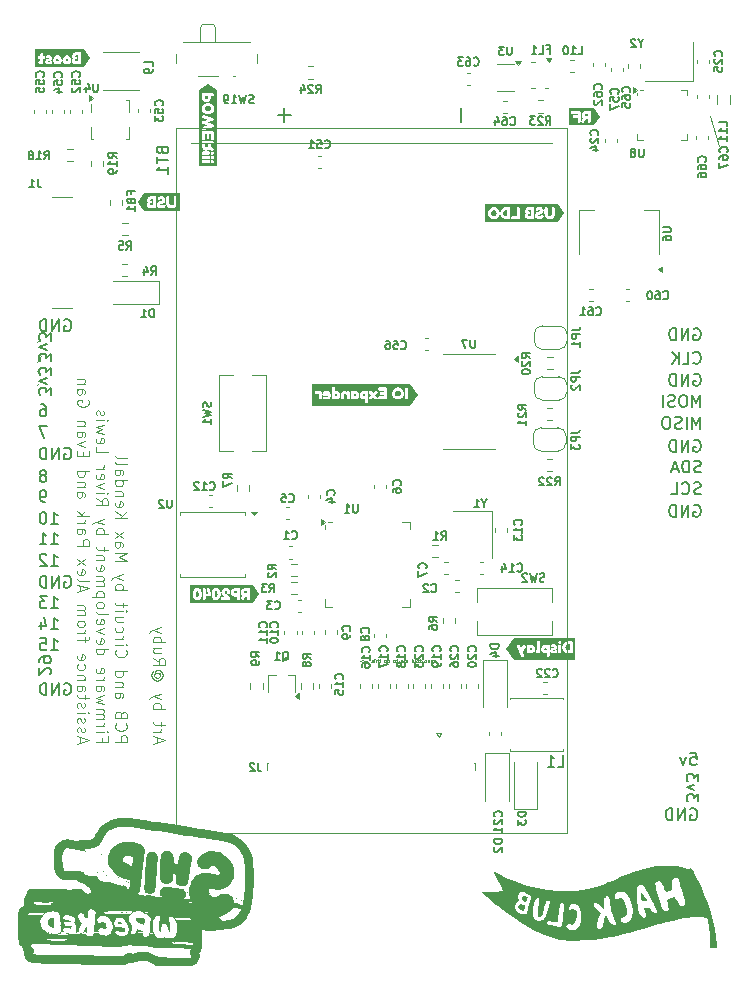
<source format=gbr>
%TF.GenerationSoftware,KiCad,Pcbnew,9.0.0*%
%TF.CreationDate,2025-07-21T17:32:05-04:00*%
%TF.ProjectId,shipwreckedpcb,73686970-7772-4656-936b-65647063622e,rev?*%
%TF.SameCoordinates,Original*%
%TF.FileFunction,Legend,Bot*%
%TF.FilePolarity,Positive*%
%FSLAX46Y46*%
G04 Gerber Fmt 4.6, Leading zero omitted, Abs format (unit mm)*
G04 Created by KiCad (PCBNEW 9.0.0) date 2025-07-21 17:32:05*
%MOMM*%
%LPD*%
G01*
G04 APERTURE LIST*
%ADD10C,0.100000*%
%ADD11C,0.200000*%
%ADD12C,0.075000*%
%ADD13C,0.150000*%
%ADD14C,0.120000*%
%ADD15C,0.000000*%
G04 APERTURE END LIST*
D10*
X176450000Y-71200000D02*
X175700000Y-68700000D01*
X118950000Y-90550000D02*
X118750000Y-90300000D01*
X118900000Y-91300000D02*
X118750000Y-91500000D01*
X118950000Y-87650000D02*
X118700000Y-87850000D01*
X119050000Y-89050000D02*
X118750000Y-89500000D01*
D11*
X121056517Y-96814838D02*
X121151755Y-96767219D01*
X121151755Y-96767219D02*
X121294612Y-96767219D01*
X121294612Y-96767219D02*
X121437469Y-96814838D01*
X121437469Y-96814838D02*
X121532707Y-96910076D01*
X121532707Y-96910076D02*
X121580326Y-97005314D01*
X121580326Y-97005314D02*
X121627945Y-97195790D01*
X121627945Y-97195790D02*
X121627945Y-97338647D01*
X121627945Y-97338647D02*
X121580326Y-97529123D01*
X121580326Y-97529123D02*
X121532707Y-97624361D01*
X121532707Y-97624361D02*
X121437469Y-97719600D01*
X121437469Y-97719600D02*
X121294612Y-97767219D01*
X121294612Y-97767219D02*
X121199374Y-97767219D01*
X121199374Y-97767219D02*
X121056517Y-97719600D01*
X121056517Y-97719600D02*
X121008898Y-97671980D01*
X121008898Y-97671980D02*
X121008898Y-97338647D01*
X121008898Y-97338647D02*
X121199374Y-97338647D01*
X120580326Y-97767219D02*
X120580326Y-96767219D01*
X120580326Y-96767219D02*
X120008898Y-97767219D01*
X120008898Y-97767219D02*
X120008898Y-96767219D01*
X119532707Y-97767219D02*
X119532707Y-96767219D01*
X119532707Y-96767219D02*
X119294612Y-96767219D01*
X119294612Y-96767219D02*
X119151755Y-96814838D01*
X119151755Y-96814838D02*
X119056517Y-96910076D01*
X119056517Y-96910076D02*
X119008898Y-97005314D01*
X119008898Y-97005314D02*
X118961279Y-97195790D01*
X118961279Y-97195790D02*
X118961279Y-97338647D01*
X118961279Y-97338647D02*
X119008898Y-97529123D01*
X119008898Y-97529123D02*
X119056517Y-97624361D01*
X119056517Y-97624361D02*
X119151755Y-97719600D01*
X119151755Y-97719600D02*
X119294612Y-97767219D01*
X119294612Y-97767219D02*
X119532707Y-97767219D01*
X119580326Y-94967219D02*
X118913660Y-94967219D01*
X118913660Y-94967219D02*
X119342231Y-95967219D01*
X174356517Y-86714838D02*
X174451755Y-86667219D01*
X174451755Y-86667219D02*
X174594612Y-86667219D01*
X174594612Y-86667219D02*
X174737469Y-86714838D01*
X174737469Y-86714838D02*
X174832707Y-86810076D01*
X174832707Y-86810076D02*
X174880326Y-86905314D01*
X174880326Y-86905314D02*
X174927945Y-87095790D01*
X174927945Y-87095790D02*
X174927945Y-87238647D01*
X174927945Y-87238647D02*
X174880326Y-87429123D01*
X174880326Y-87429123D02*
X174832707Y-87524361D01*
X174832707Y-87524361D02*
X174737469Y-87619600D01*
X174737469Y-87619600D02*
X174594612Y-87667219D01*
X174594612Y-87667219D02*
X174499374Y-87667219D01*
X174499374Y-87667219D02*
X174356517Y-87619600D01*
X174356517Y-87619600D02*
X174308898Y-87571980D01*
X174308898Y-87571980D02*
X174308898Y-87238647D01*
X174308898Y-87238647D02*
X174499374Y-87238647D01*
X173880326Y-87667219D02*
X173880326Y-86667219D01*
X173880326Y-86667219D02*
X173308898Y-87667219D01*
X173308898Y-87667219D02*
X173308898Y-86667219D01*
X172832707Y-87667219D02*
X172832707Y-86667219D01*
X172832707Y-86667219D02*
X172594612Y-86667219D01*
X172594612Y-86667219D02*
X172451755Y-86714838D01*
X172451755Y-86714838D02*
X172356517Y-86810076D01*
X172356517Y-86810076D02*
X172308898Y-86905314D01*
X172308898Y-86905314D02*
X172261279Y-87095790D01*
X172261279Y-87095790D02*
X172261279Y-87238647D01*
X172261279Y-87238647D02*
X172308898Y-87429123D01*
X172308898Y-87429123D02*
X172356517Y-87524361D01*
X172356517Y-87524361D02*
X172451755Y-87619600D01*
X172451755Y-87619600D02*
X172594612Y-87667219D01*
X172594612Y-87667219D02*
X172832707Y-87667219D01*
X119913660Y-104967219D02*
X120485088Y-104967219D01*
X120199374Y-104967219D02*
X120199374Y-103967219D01*
X120199374Y-103967219D02*
X120294612Y-104110076D01*
X120294612Y-104110076D02*
X120389850Y-104205314D01*
X120389850Y-104205314D02*
X120485088Y-104252933D01*
X118961279Y-104967219D02*
X119532707Y-104967219D01*
X119246993Y-104967219D02*
X119246993Y-103967219D01*
X119246993Y-103967219D02*
X119342231Y-104110076D01*
X119342231Y-104110076D02*
X119437469Y-104205314D01*
X119437469Y-104205314D02*
X119532707Y-104252933D01*
X174356517Y-101664838D02*
X174451755Y-101617219D01*
X174451755Y-101617219D02*
X174594612Y-101617219D01*
X174594612Y-101617219D02*
X174737469Y-101664838D01*
X174737469Y-101664838D02*
X174832707Y-101760076D01*
X174832707Y-101760076D02*
X174880326Y-101855314D01*
X174880326Y-101855314D02*
X174927945Y-102045790D01*
X174927945Y-102045790D02*
X174927945Y-102188647D01*
X174927945Y-102188647D02*
X174880326Y-102379123D01*
X174880326Y-102379123D02*
X174832707Y-102474361D01*
X174832707Y-102474361D02*
X174737469Y-102569600D01*
X174737469Y-102569600D02*
X174594612Y-102617219D01*
X174594612Y-102617219D02*
X174499374Y-102617219D01*
X174499374Y-102617219D02*
X174356517Y-102569600D01*
X174356517Y-102569600D02*
X174308898Y-102521980D01*
X174308898Y-102521980D02*
X174308898Y-102188647D01*
X174308898Y-102188647D02*
X174499374Y-102188647D01*
X173880326Y-102617219D02*
X173880326Y-101617219D01*
X173880326Y-101617219D02*
X173308898Y-102617219D01*
X173308898Y-102617219D02*
X173308898Y-101617219D01*
X172832707Y-102617219D02*
X172832707Y-101617219D01*
X172832707Y-101617219D02*
X172594612Y-101617219D01*
X172594612Y-101617219D02*
X172451755Y-101664838D01*
X172451755Y-101664838D02*
X172356517Y-101760076D01*
X172356517Y-101760076D02*
X172308898Y-101855314D01*
X172308898Y-101855314D02*
X172261279Y-102045790D01*
X172261279Y-102045790D02*
X172261279Y-102188647D01*
X172261279Y-102188647D02*
X172308898Y-102379123D01*
X172308898Y-102379123D02*
X172356517Y-102474361D01*
X172356517Y-102474361D02*
X172451755Y-102569600D01*
X172451755Y-102569600D02*
X172594612Y-102617219D01*
X172594612Y-102617219D02*
X172832707Y-102617219D01*
X119913660Y-113917219D02*
X120485088Y-113917219D01*
X120199374Y-113917219D02*
X120199374Y-112917219D01*
X120199374Y-112917219D02*
X120294612Y-113060076D01*
X120294612Y-113060076D02*
X120389850Y-113155314D01*
X120389850Y-113155314D02*
X120485088Y-113202933D01*
X119008898Y-112917219D02*
X119485088Y-112917219D01*
X119485088Y-112917219D02*
X119532707Y-113393409D01*
X119532707Y-113393409D02*
X119485088Y-113345790D01*
X119485088Y-113345790D02*
X119389850Y-113298171D01*
X119389850Y-113298171D02*
X119151755Y-113298171D01*
X119151755Y-113298171D02*
X119056517Y-113345790D01*
X119056517Y-113345790D02*
X119008898Y-113393409D01*
X119008898Y-113393409D02*
X118961279Y-113488647D01*
X118961279Y-113488647D02*
X118961279Y-113726742D01*
X118961279Y-113726742D02*
X119008898Y-113821980D01*
X119008898Y-113821980D02*
X119056517Y-113869600D01*
X119056517Y-113869600D02*
X119151755Y-113917219D01*
X119151755Y-113917219D02*
X119389850Y-113917219D01*
X119389850Y-113917219D02*
X119485088Y-113869600D01*
X119485088Y-113869600D02*
X119532707Y-113821980D01*
X174927945Y-98819600D02*
X174785088Y-98867219D01*
X174785088Y-98867219D02*
X174546993Y-98867219D01*
X174546993Y-98867219D02*
X174451755Y-98819600D01*
X174451755Y-98819600D02*
X174404136Y-98771980D01*
X174404136Y-98771980D02*
X174356517Y-98676742D01*
X174356517Y-98676742D02*
X174356517Y-98581504D01*
X174356517Y-98581504D02*
X174404136Y-98486266D01*
X174404136Y-98486266D02*
X174451755Y-98438647D01*
X174451755Y-98438647D02*
X174546993Y-98391028D01*
X174546993Y-98391028D02*
X174737469Y-98343409D01*
X174737469Y-98343409D02*
X174832707Y-98295790D01*
X174832707Y-98295790D02*
X174880326Y-98248171D01*
X174880326Y-98248171D02*
X174927945Y-98152933D01*
X174927945Y-98152933D02*
X174927945Y-98057695D01*
X174927945Y-98057695D02*
X174880326Y-97962457D01*
X174880326Y-97962457D02*
X174832707Y-97914838D01*
X174832707Y-97914838D02*
X174737469Y-97867219D01*
X174737469Y-97867219D02*
X174499374Y-97867219D01*
X174499374Y-97867219D02*
X174356517Y-97914838D01*
X173927945Y-98867219D02*
X173927945Y-97867219D01*
X173927945Y-97867219D02*
X173689850Y-97867219D01*
X173689850Y-97867219D02*
X173546993Y-97914838D01*
X173546993Y-97914838D02*
X173451755Y-98010076D01*
X173451755Y-98010076D02*
X173404136Y-98105314D01*
X173404136Y-98105314D02*
X173356517Y-98295790D01*
X173356517Y-98295790D02*
X173356517Y-98438647D01*
X173356517Y-98438647D02*
X173404136Y-98629123D01*
X173404136Y-98629123D02*
X173451755Y-98724361D01*
X173451755Y-98724361D02*
X173546993Y-98819600D01*
X173546993Y-98819600D02*
X173689850Y-98867219D01*
X173689850Y-98867219D02*
X173927945Y-98867219D01*
X172975564Y-98581504D02*
X172499374Y-98581504D01*
X173070802Y-98867219D02*
X172737469Y-97867219D01*
X172737469Y-97867219D02*
X172404136Y-98867219D01*
X119913660Y-110367219D02*
X120485088Y-110367219D01*
X120199374Y-110367219D02*
X120199374Y-109367219D01*
X120199374Y-109367219D02*
X120294612Y-109510076D01*
X120294612Y-109510076D02*
X120389850Y-109605314D01*
X120389850Y-109605314D02*
X120485088Y-109652933D01*
X119580326Y-109367219D02*
X118961279Y-109367219D01*
X118961279Y-109367219D02*
X119294612Y-109748171D01*
X119294612Y-109748171D02*
X119151755Y-109748171D01*
X119151755Y-109748171D02*
X119056517Y-109795790D01*
X119056517Y-109795790D02*
X119008898Y-109843409D01*
X119008898Y-109843409D02*
X118961279Y-109938647D01*
X118961279Y-109938647D02*
X118961279Y-110176742D01*
X118961279Y-110176742D02*
X119008898Y-110271980D01*
X119008898Y-110271980D02*
X119056517Y-110319600D01*
X119056517Y-110319600D02*
X119151755Y-110367219D01*
X119151755Y-110367219D02*
X119437469Y-110367219D01*
X119437469Y-110367219D02*
X119532707Y-110319600D01*
X119532707Y-110319600D02*
X119580326Y-110271980D01*
X174056517Y-127364838D02*
X174151755Y-127317219D01*
X174151755Y-127317219D02*
X174294612Y-127317219D01*
X174294612Y-127317219D02*
X174437469Y-127364838D01*
X174437469Y-127364838D02*
X174532707Y-127460076D01*
X174532707Y-127460076D02*
X174580326Y-127555314D01*
X174580326Y-127555314D02*
X174627945Y-127745790D01*
X174627945Y-127745790D02*
X174627945Y-127888647D01*
X174627945Y-127888647D02*
X174580326Y-128079123D01*
X174580326Y-128079123D02*
X174532707Y-128174361D01*
X174532707Y-128174361D02*
X174437469Y-128269600D01*
X174437469Y-128269600D02*
X174294612Y-128317219D01*
X174294612Y-128317219D02*
X174199374Y-128317219D01*
X174199374Y-128317219D02*
X174056517Y-128269600D01*
X174056517Y-128269600D02*
X174008898Y-128221980D01*
X174008898Y-128221980D02*
X174008898Y-127888647D01*
X174008898Y-127888647D02*
X174199374Y-127888647D01*
X173580326Y-128317219D02*
X173580326Y-127317219D01*
X173580326Y-127317219D02*
X173008898Y-128317219D01*
X173008898Y-128317219D02*
X173008898Y-127317219D01*
X172532707Y-128317219D02*
X172532707Y-127317219D01*
X172532707Y-127317219D02*
X172294612Y-127317219D01*
X172294612Y-127317219D02*
X172151755Y-127364838D01*
X172151755Y-127364838D02*
X172056517Y-127460076D01*
X172056517Y-127460076D02*
X172008898Y-127555314D01*
X172008898Y-127555314D02*
X171961279Y-127745790D01*
X171961279Y-127745790D02*
X171961279Y-127888647D01*
X171961279Y-127888647D02*
X172008898Y-128079123D01*
X172008898Y-128079123D02*
X172056517Y-128174361D01*
X172056517Y-128174361D02*
X172151755Y-128269600D01*
X172151755Y-128269600D02*
X172294612Y-128317219D01*
X172294612Y-128317219D02*
X172532707Y-128317219D01*
X119907161Y-92325564D02*
X119907161Y-91706517D01*
X119907161Y-91706517D02*
X119526209Y-92039850D01*
X119526209Y-92039850D02*
X119526209Y-91896993D01*
X119526209Y-91896993D02*
X119478590Y-91801755D01*
X119478590Y-91801755D02*
X119430971Y-91754136D01*
X119430971Y-91754136D02*
X119335733Y-91706517D01*
X119335733Y-91706517D02*
X119097638Y-91706517D01*
X119097638Y-91706517D02*
X119002400Y-91754136D01*
X119002400Y-91754136D02*
X118954781Y-91801755D01*
X118954781Y-91801755D02*
X118907161Y-91896993D01*
X118907161Y-91896993D02*
X118907161Y-92182707D01*
X118907161Y-92182707D02*
X118954781Y-92277945D01*
X118954781Y-92277945D02*
X119002400Y-92325564D01*
X119573828Y-91373183D02*
X118907161Y-91135088D01*
X118907161Y-91135088D02*
X119573828Y-90896993D01*
X119907161Y-90611278D02*
X119907161Y-89992231D01*
X119907161Y-89992231D02*
X119526209Y-90325564D01*
X119526209Y-90325564D02*
X119526209Y-90182707D01*
X119526209Y-90182707D02*
X119478590Y-90087469D01*
X119478590Y-90087469D02*
X119430971Y-90039850D01*
X119430971Y-90039850D02*
X119335733Y-89992231D01*
X119335733Y-89992231D02*
X119097638Y-89992231D01*
X119097638Y-89992231D02*
X119002400Y-90039850D01*
X119002400Y-90039850D02*
X118954781Y-90087469D01*
X118954781Y-90087469D02*
X118907161Y-90182707D01*
X118907161Y-90182707D02*
X118907161Y-90468421D01*
X118907161Y-90468421D02*
X118954781Y-90563659D01*
X118954781Y-90563659D02*
X119002400Y-90611278D01*
X119913660Y-106767219D02*
X120485088Y-106767219D01*
X120199374Y-106767219D02*
X120199374Y-105767219D01*
X120199374Y-105767219D02*
X120294612Y-105910076D01*
X120294612Y-105910076D02*
X120389850Y-106005314D01*
X120389850Y-106005314D02*
X120485088Y-106052933D01*
X119532707Y-105862457D02*
X119485088Y-105814838D01*
X119485088Y-105814838D02*
X119389850Y-105767219D01*
X119389850Y-105767219D02*
X119151755Y-105767219D01*
X119151755Y-105767219D02*
X119056517Y-105814838D01*
X119056517Y-105814838D02*
X119008898Y-105862457D01*
X119008898Y-105862457D02*
X118961279Y-105957695D01*
X118961279Y-105957695D02*
X118961279Y-106052933D01*
X118961279Y-106052933D02*
X119008898Y-106195790D01*
X119008898Y-106195790D02*
X119580326Y-106767219D01*
X119580326Y-106767219D02*
X118961279Y-106767219D01*
X174356517Y-96164838D02*
X174451755Y-96117219D01*
X174451755Y-96117219D02*
X174594612Y-96117219D01*
X174594612Y-96117219D02*
X174737469Y-96164838D01*
X174737469Y-96164838D02*
X174832707Y-96260076D01*
X174832707Y-96260076D02*
X174880326Y-96355314D01*
X174880326Y-96355314D02*
X174927945Y-96545790D01*
X174927945Y-96545790D02*
X174927945Y-96688647D01*
X174927945Y-96688647D02*
X174880326Y-96879123D01*
X174880326Y-96879123D02*
X174832707Y-96974361D01*
X174832707Y-96974361D02*
X174737469Y-97069600D01*
X174737469Y-97069600D02*
X174594612Y-97117219D01*
X174594612Y-97117219D02*
X174499374Y-97117219D01*
X174499374Y-97117219D02*
X174356517Y-97069600D01*
X174356517Y-97069600D02*
X174308898Y-97021980D01*
X174308898Y-97021980D02*
X174308898Y-96688647D01*
X174308898Y-96688647D02*
X174499374Y-96688647D01*
X173880326Y-97117219D02*
X173880326Y-96117219D01*
X173880326Y-96117219D02*
X173308898Y-97117219D01*
X173308898Y-97117219D02*
X173308898Y-96117219D01*
X172832707Y-97117219D02*
X172832707Y-96117219D01*
X172832707Y-96117219D02*
X172594612Y-96117219D01*
X172594612Y-96117219D02*
X172451755Y-96164838D01*
X172451755Y-96164838D02*
X172356517Y-96260076D01*
X172356517Y-96260076D02*
X172308898Y-96355314D01*
X172308898Y-96355314D02*
X172261279Y-96545790D01*
X172261279Y-96545790D02*
X172261279Y-96688647D01*
X172261279Y-96688647D02*
X172308898Y-96879123D01*
X172308898Y-96879123D02*
X172356517Y-96974361D01*
X172356517Y-96974361D02*
X172451755Y-97069600D01*
X172451755Y-97069600D02*
X172594612Y-97117219D01*
X172594612Y-97117219D02*
X172832707Y-97117219D01*
X174927945Y-100669600D02*
X174785088Y-100717219D01*
X174785088Y-100717219D02*
X174546993Y-100717219D01*
X174546993Y-100717219D02*
X174451755Y-100669600D01*
X174451755Y-100669600D02*
X174404136Y-100621980D01*
X174404136Y-100621980D02*
X174356517Y-100526742D01*
X174356517Y-100526742D02*
X174356517Y-100431504D01*
X174356517Y-100431504D02*
X174404136Y-100336266D01*
X174404136Y-100336266D02*
X174451755Y-100288647D01*
X174451755Y-100288647D02*
X174546993Y-100241028D01*
X174546993Y-100241028D02*
X174737469Y-100193409D01*
X174737469Y-100193409D02*
X174832707Y-100145790D01*
X174832707Y-100145790D02*
X174880326Y-100098171D01*
X174880326Y-100098171D02*
X174927945Y-100002933D01*
X174927945Y-100002933D02*
X174927945Y-99907695D01*
X174927945Y-99907695D02*
X174880326Y-99812457D01*
X174880326Y-99812457D02*
X174832707Y-99764838D01*
X174832707Y-99764838D02*
X174737469Y-99717219D01*
X174737469Y-99717219D02*
X174499374Y-99717219D01*
X174499374Y-99717219D02*
X174356517Y-99764838D01*
X173356517Y-100621980D02*
X173404136Y-100669600D01*
X173404136Y-100669600D02*
X173546993Y-100717219D01*
X173546993Y-100717219D02*
X173642231Y-100717219D01*
X173642231Y-100717219D02*
X173785088Y-100669600D01*
X173785088Y-100669600D02*
X173880326Y-100574361D01*
X173880326Y-100574361D02*
X173927945Y-100479123D01*
X173927945Y-100479123D02*
X173975564Y-100288647D01*
X173975564Y-100288647D02*
X173975564Y-100145790D01*
X173975564Y-100145790D02*
X173927945Y-99955314D01*
X173927945Y-99955314D02*
X173880326Y-99860076D01*
X173880326Y-99860076D02*
X173785088Y-99764838D01*
X173785088Y-99764838D02*
X173642231Y-99717219D01*
X173642231Y-99717219D02*
X173546993Y-99717219D01*
X173546993Y-99717219D02*
X173404136Y-99764838D01*
X173404136Y-99764838D02*
X173356517Y-99812457D01*
X172451755Y-100717219D02*
X172927945Y-100717219D01*
X172927945Y-100717219D02*
X172927945Y-99717219D01*
X174880326Y-93317219D02*
X174880326Y-92317219D01*
X174880326Y-92317219D02*
X174546993Y-93031504D01*
X174546993Y-93031504D02*
X174213660Y-92317219D01*
X174213660Y-92317219D02*
X174213660Y-93317219D01*
X173546993Y-92317219D02*
X173356517Y-92317219D01*
X173356517Y-92317219D02*
X173261279Y-92364838D01*
X173261279Y-92364838D02*
X173166041Y-92460076D01*
X173166041Y-92460076D02*
X173118422Y-92650552D01*
X173118422Y-92650552D02*
X173118422Y-92983885D01*
X173118422Y-92983885D02*
X173166041Y-93174361D01*
X173166041Y-93174361D02*
X173261279Y-93269600D01*
X173261279Y-93269600D02*
X173356517Y-93317219D01*
X173356517Y-93317219D02*
X173546993Y-93317219D01*
X173546993Y-93317219D02*
X173642231Y-93269600D01*
X173642231Y-93269600D02*
X173737469Y-93174361D01*
X173737469Y-93174361D02*
X173785088Y-92983885D01*
X173785088Y-92983885D02*
X173785088Y-92650552D01*
X173785088Y-92650552D02*
X173737469Y-92460076D01*
X173737469Y-92460076D02*
X173642231Y-92364838D01*
X173642231Y-92364838D02*
X173546993Y-92317219D01*
X172737469Y-93269600D02*
X172594612Y-93317219D01*
X172594612Y-93317219D02*
X172356517Y-93317219D01*
X172356517Y-93317219D02*
X172261279Y-93269600D01*
X172261279Y-93269600D02*
X172213660Y-93221980D01*
X172213660Y-93221980D02*
X172166041Y-93126742D01*
X172166041Y-93126742D02*
X172166041Y-93031504D01*
X172166041Y-93031504D02*
X172213660Y-92936266D01*
X172213660Y-92936266D02*
X172261279Y-92888647D01*
X172261279Y-92888647D02*
X172356517Y-92841028D01*
X172356517Y-92841028D02*
X172546993Y-92793409D01*
X172546993Y-92793409D02*
X172642231Y-92745790D01*
X172642231Y-92745790D02*
X172689850Y-92698171D01*
X172689850Y-92698171D02*
X172737469Y-92602933D01*
X172737469Y-92602933D02*
X172737469Y-92507695D01*
X172737469Y-92507695D02*
X172689850Y-92412457D01*
X172689850Y-92412457D02*
X172642231Y-92364838D01*
X172642231Y-92364838D02*
X172546993Y-92317219D01*
X172546993Y-92317219D02*
X172308898Y-92317219D01*
X172308898Y-92317219D02*
X172166041Y-92364838D01*
X171737469Y-93317219D02*
X171737469Y-92317219D01*
X174732780Y-126725564D02*
X174732780Y-126106517D01*
X174732780Y-126106517D02*
X174351828Y-126439850D01*
X174351828Y-126439850D02*
X174351828Y-126296993D01*
X174351828Y-126296993D02*
X174304209Y-126201755D01*
X174304209Y-126201755D02*
X174256590Y-126154136D01*
X174256590Y-126154136D02*
X174161352Y-126106517D01*
X174161352Y-126106517D02*
X173923257Y-126106517D01*
X173923257Y-126106517D02*
X173828019Y-126154136D01*
X173828019Y-126154136D02*
X173780400Y-126201755D01*
X173780400Y-126201755D02*
X173732780Y-126296993D01*
X173732780Y-126296993D02*
X173732780Y-126582707D01*
X173732780Y-126582707D02*
X173780400Y-126677945D01*
X173780400Y-126677945D02*
X173828019Y-126725564D01*
X174399447Y-125773183D02*
X173732780Y-125535088D01*
X173732780Y-125535088D02*
X174399447Y-125296993D01*
X174732780Y-125011278D02*
X174732780Y-124392231D01*
X174732780Y-124392231D02*
X174351828Y-124725564D01*
X174351828Y-124725564D02*
X174351828Y-124582707D01*
X174351828Y-124582707D02*
X174304209Y-124487469D01*
X174304209Y-124487469D02*
X174256590Y-124439850D01*
X174256590Y-124439850D02*
X174161352Y-124392231D01*
X174161352Y-124392231D02*
X173923257Y-124392231D01*
X173923257Y-124392231D02*
X173828019Y-124439850D01*
X173828019Y-124439850D02*
X173780400Y-124487469D01*
X173780400Y-124487469D02*
X173732780Y-124582707D01*
X173732780Y-124582707D02*
X173732780Y-124868421D01*
X173732780Y-124868421D02*
X173780400Y-124963659D01*
X173780400Y-124963659D02*
X173828019Y-125011278D01*
X121056517Y-107664838D02*
X121151755Y-107617219D01*
X121151755Y-107617219D02*
X121294612Y-107617219D01*
X121294612Y-107617219D02*
X121437469Y-107664838D01*
X121437469Y-107664838D02*
X121532707Y-107760076D01*
X121532707Y-107760076D02*
X121580326Y-107855314D01*
X121580326Y-107855314D02*
X121627945Y-108045790D01*
X121627945Y-108045790D02*
X121627945Y-108188647D01*
X121627945Y-108188647D02*
X121580326Y-108379123D01*
X121580326Y-108379123D02*
X121532707Y-108474361D01*
X121532707Y-108474361D02*
X121437469Y-108569600D01*
X121437469Y-108569600D02*
X121294612Y-108617219D01*
X121294612Y-108617219D02*
X121199374Y-108617219D01*
X121199374Y-108617219D02*
X121056517Y-108569600D01*
X121056517Y-108569600D02*
X121008898Y-108521980D01*
X121008898Y-108521980D02*
X121008898Y-108188647D01*
X121008898Y-108188647D02*
X121199374Y-108188647D01*
X120580326Y-108617219D02*
X120580326Y-107617219D01*
X120580326Y-107617219D02*
X120008898Y-108617219D01*
X120008898Y-108617219D02*
X120008898Y-107617219D01*
X119532707Y-108617219D02*
X119532707Y-107617219D01*
X119532707Y-107617219D02*
X119294612Y-107617219D01*
X119294612Y-107617219D02*
X119151755Y-107664838D01*
X119151755Y-107664838D02*
X119056517Y-107760076D01*
X119056517Y-107760076D02*
X119008898Y-107855314D01*
X119008898Y-107855314D02*
X118961279Y-108045790D01*
X118961279Y-108045790D02*
X118961279Y-108188647D01*
X118961279Y-108188647D02*
X119008898Y-108379123D01*
X119008898Y-108379123D02*
X119056517Y-108474361D01*
X119056517Y-108474361D02*
X119151755Y-108569600D01*
X119151755Y-108569600D02*
X119294612Y-108617219D01*
X119294612Y-108617219D02*
X119532707Y-108617219D01*
X174880326Y-95167219D02*
X174880326Y-94167219D01*
X174880326Y-94167219D02*
X174546993Y-94881504D01*
X174546993Y-94881504D02*
X174213660Y-94167219D01*
X174213660Y-94167219D02*
X174213660Y-95167219D01*
X173737469Y-95167219D02*
X173737469Y-94167219D01*
X173308898Y-95119600D02*
X173166041Y-95167219D01*
X173166041Y-95167219D02*
X172927946Y-95167219D01*
X172927946Y-95167219D02*
X172832708Y-95119600D01*
X172832708Y-95119600D02*
X172785089Y-95071980D01*
X172785089Y-95071980D02*
X172737470Y-94976742D01*
X172737470Y-94976742D02*
X172737470Y-94881504D01*
X172737470Y-94881504D02*
X172785089Y-94786266D01*
X172785089Y-94786266D02*
X172832708Y-94738647D01*
X172832708Y-94738647D02*
X172927946Y-94691028D01*
X172927946Y-94691028D02*
X173118422Y-94643409D01*
X173118422Y-94643409D02*
X173213660Y-94595790D01*
X173213660Y-94595790D02*
X173261279Y-94548171D01*
X173261279Y-94548171D02*
X173308898Y-94452933D01*
X173308898Y-94452933D02*
X173308898Y-94357695D01*
X173308898Y-94357695D02*
X173261279Y-94262457D01*
X173261279Y-94262457D02*
X173213660Y-94214838D01*
X173213660Y-94214838D02*
X173118422Y-94167219D01*
X173118422Y-94167219D02*
X172880327Y-94167219D01*
X172880327Y-94167219D02*
X172737470Y-94214838D01*
X172118422Y-94167219D02*
X171927946Y-94167219D01*
X171927946Y-94167219D02*
X171832708Y-94214838D01*
X171832708Y-94214838D02*
X171737470Y-94310076D01*
X171737470Y-94310076D02*
X171689851Y-94500552D01*
X171689851Y-94500552D02*
X171689851Y-94833885D01*
X171689851Y-94833885D02*
X171737470Y-95024361D01*
X171737470Y-95024361D02*
X171832708Y-95119600D01*
X171832708Y-95119600D02*
X171927946Y-95167219D01*
X171927946Y-95167219D02*
X172118422Y-95167219D01*
X172118422Y-95167219D02*
X172213660Y-95119600D01*
X172213660Y-95119600D02*
X172308898Y-95024361D01*
X172308898Y-95024361D02*
X172356517Y-94833885D01*
X172356517Y-94833885D02*
X172356517Y-94500552D01*
X172356517Y-94500552D02*
X172308898Y-94310076D01*
X172308898Y-94310076D02*
X172213660Y-94214838D01*
X172213660Y-94214838D02*
X172118422Y-94167219D01*
X121056517Y-116764838D02*
X121151755Y-116717219D01*
X121151755Y-116717219D02*
X121294612Y-116717219D01*
X121294612Y-116717219D02*
X121437469Y-116764838D01*
X121437469Y-116764838D02*
X121532707Y-116860076D01*
X121532707Y-116860076D02*
X121580326Y-116955314D01*
X121580326Y-116955314D02*
X121627945Y-117145790D01*
X121627945Y-117145790D02*
X121627945Y-117288647D01*
X121627945Y-117288647D02*
X121580326Y-117479123D01*
X121580326Y-117479123D02*
X121532707Y-117574361D01*
X121532707Y-117574361D02*
X121437469Y-117669600D01*
X121437469Y-117669600D02*
X121294612Y-117717219D01*
X121294612Y-117717219D02*
X121199374Y-117717219D01*
X121199374Y-117717219D02*
X121056517Y-117669600D01*
X121056517Y-117669600D02*
X121008898Y-117621980D01*
X121008898Y-117621980D02*
X121008898Y-117288647D01*
X121008898Y-117288647D02*
X121199374Y-117288647D01*
X120580326Y-117717219D02*
X120580326Y-116717219D01*
X120580326Y-116717219D02*
X120008898Y-117717219D01*
X120008898Y-117717219D02*
X120008898Y-116717219D01*
X119532707Y-117717219D02*
X119532707Y-116717219D01*
X119532707Y-116717219D02*
X119294612Y-116717219D01*
X119294612Y-116717219D02*
X119151755Y-116764838D01*
X119151755Y-116764838D02*
X119056517Y-116860076D01*
X119056517Y-116860076D02*
X119008898Y-116955314D01*
X119008898Y-116955314D02*
X118961279Y-117145790D01*
X118961279Y-117145790D02*
X118961279Y-117288647D01*
X118961279Y-117288647D02*
X119008898Y-117479123D01*
X119008898Y-117479123D02*
X119056517Y-117574361D01*
X119056517Y-117574361D02*
X119151755Y-117669600D01*
X119151755Y-117669600D02*
X119294612Y-117717219D01*
X119294612Y-117717219D02*
X119532707Y-117717219D01*
X119342231Y-99095790D02*
X119437469Y-99048171D01*
X119437469Y-99048171D02*
X119485088Y-99000552D01*
X119485088Y-99000552D02*
X119532707Y-98905314D01*
X119532707Y-98905314D02*
X119532707Y-98857695D01*
X119532707Y-98857695D02*
X119485088Y-98762457D01*
X119485088Y-98762457D02*
X119437469Y-98714838D01*
X119437469Y-98714838D02*
X119342231Y-98667219D01*
X119342231Y-98667219D02*
X119151755Y-98667219D01*
X119151755Y-98667219D02*
X119056517Y-98714838D01*
X119056517Y-98714838D02*
X119008898Y-98762457D01*
X119008898Y-98762457D02*
X118961279Y-98857695D01*
X118961279Y-98857695D02*
X118961279Y-98905314D01*
X118961279Y-98905314D02*
X119008898Y-99000552D01*
X119008898Y-99000552D02*
X119056517Y-99048171D01*
X119056517Y-99048171D02*
X119151755Y-99095790D01*
X119151755Y-99095790D02*
X119342231Y-99095790D01*
X119342231Y-99095790D02*
X119437469Y-99143409D01*
X119437469Y-99143409D02*
X119485088Y-99191028D01*
X119485088Y-99191028D02*
X119532707Y-99286266D01*
X119532707Y-99286266D02*
X119532707Y-99476742D01*
X119532707Y-99476742D02*
X119485088Y-99571980D01*
X119485088Y-99571980D02*
X119437469Y-99619600D01*
X119437469Y-99619600D02*
X119342231Y-99667219D01*
X119342231Y-99667219D02*
X119151755Y-99667219D01*
X119151755Y-99667219D02*
X119056517Y-99619600D01*
X119056517Y-99619600D02*
X119008898Y-99571980D01*
X119008898Y-99571980D02*
X118961279Y-99476742D01*
X118961279Y-99476742D02*
X118961279Y-99286266D01*
X118961279Y-99286266D02*
X119008898Y-99191028D01*
X119008898Y-99191028D02*
X119056517Y-99143409D01*
X119056517Y-99143409D02*
X119151755Y-99095790D01*
X174308898Y-89571980D02*
X174356517Y-89619600D01*
X174356517Y-89619600D02*
X174499374Y-89667219D01*
X174499374Y-89667219D02*
X174594612Y-89667219D01*
X174594612Y-89667219D02*
X174737469Y-89619600D01*
X174737469Y-89619600D02*
X174832707Y-89524361D01*
X174832707Y-89524361D02*
X174880326Y-89429123D01*
X174880326Y-89429123D02*
X174927945Y-89238647D01*
X174927945Y-89238647D02*
X174927945Y-89095790D01*
X174927945Y-89095790D02*
X174880326Y-88905314D01*
X174880326Y-88905314D02*
X174832707Y-88810076D01*
X174832707Y-88810076D02*
X174737469Y-88714838D01*
X174737469Y-88714838D02*
X174594612Y-88667219D01*
X174594612Y-88667219D02*
X174499374Y-88667219D01*
X174499374Y-88667219D02*
X174356517Y-88714838D01*
X174356517Y-88714838D02*
X174308898Y-88762457D01*
X173404136Y-89667219D02*
X173880326Y-89667219D01*
X173880326Y-89667219D02*
X173880326Y-88667219D01*
X173070802Y-89667219D02*
X173070802Y-88667219D01*
X172499374Y-89667219D02*
X172927945Y-89095790D01*
X172499374Y-88667219D02*
X173070802Y-89238647D01*
X119437469Y-101367219D02*
X119246993Y-101367219D01*
X119246993Y-101367219D02*
X119151755Y-101319600D01*
X119151755Y-101319600D02*
X119104136Y-101271980D01*
X119104136Y-101271980D02*
X119008898Y-101129123D01*
X119008898Y-101129123D02*
X118961279Y-100938647D01*
X118961279Y-100938647D02*
X118961279Y-100557695D01*
X118961279Y-100557695D02*
X119008898Y-100462457D01*
X119008898Y-100462457D02*
X119056517Y-100414838D01*
X119056517Y-100414838D02*
X119151755Y-100367219D01*
X119151755Y-100367219D02*
X119342231Y-100367219D01*
X119342231Y-100367219D02*
X119437469Y-100414838D01*
X119437469Y-100414838D02*
X119485088Y-100462457D01*
X119485088Y-100462457D02*
X119532707Y-100557695D01*
X119532707Y-100557695D02*
X119532707Y-100795790D01*
X119532707Y-100795790D02*
X119485088Y-100891028D01*
X119485088Y-100891028D02*
X119437469Y-100938647D01*
X119437469Y-100938647D02*
X119342231Y-100986266D01*
X119342231Y-100986266D02*
X119151755Y-100986266D01*
X119151755Y-100986266D02*
X119056517Y-100938647D01*
X119056517Y-100938647D02*
X119008898Y-100891028D01*
X119008898Y-100891028D02*
X118961279Y-100795790D01*
X119913660Y-112167219D02*
X120485088Y-112167219D01*
X120199374Y-112167219D02*
X120199374Y-111167219D01*
X120199374Y-111167219D02*
X120294612Y-111310076D01*
X120294612Y-111310076D02*
X120389850Y-111405314D01*
X120389850Y-111405314D02*
X120485088Y-111452933D01*
X119056517Y-111500552D02*
X119056517Y-112167219D01*
X119294612Y-111119600D02*
X119532707Y-111833885D01*
X119532707Y-111833885D02*
X118913660Y-111833885D01*
X119811923Y-115977945D02*
X119859542Y-115930326D01*
X119859542Y-115930326D02*
X119907161Y-115835088D01*
X119907161Y-115835088D02*
X119907161Y-115596993D01*
X119907161Y-115596993D02*
X119859542Y-115501755D01*
X119859542Y-115501755D02*
X119811923Y-115454136D01*
X119811923Y-115454136D02*
X119716685Y-115406517D01*
X119716685Y-115406517D02*
X119621447Y-115406517D01*
X119621447Y-115406517D02*
X119478590Y-115454136D01*
X119478590Y-115454136D02*
X118907161Y-116025564D01*
X118907161Y-116025564D02*
X118907161Y-115406517D01*
X118907161Y-114930326D02*
X118907161Y-114739850D01*
X118907161Y-114739850D02*
X118954781Y-114644612D01*
X118954781Y-114644612D02*
X119002400Y-114596993D01*
X119002400Y-114596993D02*
X119145257Y-114501755D01*
X119145257Y-114501755D02*
X119335733Y-114454136D01*
X119335733Y-114454136D02*
X119716685Y-114454136D01*
X119716685Y-114454136D02*
X119811923Y-114501755D01*
X119811923Y-114501755D02*
X119859542Y-114549374D01*
X119859542Y-114549374D02*
X119907161Y-114644612D01*
X119907161Y-114644612D02*
X119907161Y-114835088D01*
X119907161Y-114835088D02*
X119859542Y-114930326D01*
X119859542Y-114930326D02*
X119811923Y-114977945D01*
X119811923Y-114977945D02*
X119716685Y-115025564D01*
X119716685Y-115025564D02*
X119478590Y-115025564D01*
X119478590Y-115025564D02*
X119383352Y-114977945D01*
X119383352Y-114977945D02*
X119335733Y-114930326D01*
X119335733Y-114930326D02*
X119288114Y-114835088D01*
X119288114Y-114835088D02*
X119288114Y-114644612D01*
X119288114Y-114644612D02*
X119335733Y-114549374D01*
X119335733Y-114549374D02*
X119383352Y-114501755D01*
X119383352Y-114501755D02*
X119478590Y-114454136D01*
X174054136Y-122617219D02*
X174530326Y-122617219D01*
X174530326Y-122617219D02*
X174577945Y-123093409D01*
X174577945Y-123093409D02*
X174530326Y-123045790D01*
X174530326Y-123045790D02*
X174435088Y-122998171D01*
X174435088Y-122998171D02*
X174196993Y-122998171D01*
X174196993Y-122998171D02*
X174101755Y-123045790D01*
X174101755Y-123045790D02*
X174054136Y-123093409D01*
X174054136Y-123093409D02*
X174006517Y-123188647D01*
X174006517Y-123188647D02*
X174006517Y-123426742D01*
X174006517Y-123426742D02*
X174054136Y-123521980D01*
X174054136Y-123521980D02*
X174101755Y-123569600D01*
X174101755Y-123569600D02*
X174196993Y-123617219D01*
X174196993Y-123617219D02*
X174435088Y-123617219D01*
X174435088Y-123617219D02*
X174530326Y-123569600D01*
X174530326Y-123569600D02*
X174577945Y-123521980D01*
X173673183Y-122950552D02*
X173435088Y-123617219D01*
X173435088Y-123617219D02*
X173196993Y-122950552D01*
X119913660Y-103217219D02*
X120485088Y-103217219D01*
X120199374Y-103217219D02*
X120199374Y-102217219D01*
X120199374Y-102217219D02*
X120294612Y-102360076D01*
X120294612Y-102360076D02*
X120389850Y-102455314D01*
X120389850Y-102455314D02*
X120485088Y-102502933D01*
X119294612Y-102217219D02*
X119199374Y-102217219D01*
X119199374Y-102217219D02*
X119104136Y-102264838D01*
X119104136Y-102264838D02*
X119056517Y-102312457D01*
X119056517Y-102312457D02*
X119008898Y-102407695D01*
X119008898Y-102407695D02*
X118961279Y-102598171D01*
X118961279Y-102598171D02*
X118961279Y-102836266D01*
X118961279Y-102836266D02*
X119008898Y-103026742D01*
X119008898Y-103026742D02*
X119056517Y-103121980D01*
X119056517Y-103121980D02*
X119104136Y-103169600D01*
X119104136Y-103169600D02*
X119199374Y-103217219D01*
X119199374Y-103217219D02*
X119294612Y-103217219D01*
X119294612Y-103217219D02*
X119389850Y-103169600D01*
X119389850Y-103169600D02*
X119437469Y-103121980D01*
X119437469Y-103121980D02*
X119485088Y-103026742D01*
X119485088Y-103026742D02*
X119532707Y-102836266D01*
X119532707Y-102836266D02*
X119532707Y-102598171D01*
X119532707Y-102598171D02*
X119485088Y-102407695D01*
X119485088Y-102407695D02*
X119437469Y-102312457D01*
X119437469Y-102312457D02*
X119389850Y-102264838D01*
X119389850Y-102264838D02*
X119294612Y-102217219D01*
D12*
X152300658Y-114945100D02*
X152329229Y-114959385D01*
X152329229Y-114959385D02*
X152386372Y-114959385D01*
X152386372Y-114959385D02*
X152414943Y-114945100D01*
X152414943Y-114945100D02*
X152429229Y-114930814D01*
X152429229Y-114930814D02*
X152443515Y-114902242D01*
X152443515Y-114902242D02*
X152443515Y-114816528D01*
X152443515Y-114816528D02*
X152429229Y-114787957D01*
X152429229Y-114787957D02*
X152414943Y-114773671D01*
X152414943Y-114773671D02*
X152386372Y-114759385D01*
X152386372Y-114759385D02*
X152329229Y-114759385D01*
X152329229Y-114759385D02*
X152300658Y-114773671D01*
X152200657Y-114759385D02*
X152129229Y-114959385D01*
X152057800Y-114759385D02*
X152129229Y-114959385D01*
X152129229Y-114959385D02*
X152157800Y-115030814D01*
X152157800Y-115030814D02*
X152172086Y-115045100D01*
X152172086Y-115045100D02*
X152200657Y-115059385D01*
X151814944Y-114959385D02*
X151814944Y-114802242D01*
X151814944Y-114802242D02*
X151829229Y-114773671D01*
X151829229Y-114773671D02*
X151857801Y-114759385D01*
X151857801Y-114759385D02*
X151914944Y-114759385D01*
X151914944Y-114759385D02*
X151943515Y-114773671D01*
X151814944Y-114945100D02*
X151843515Y-114959385D01*
X151843515Y-114959385D02*
X151914944Y-114959385D01*
X151914944Y-114959385D02*
X151943515Y-114945100D01*
X151943515Y-114945100D02*
X151957801Y-114916528D01*
X151957801Y-114916528D02*
X151957801Y-114887957D01*
X151957801Y-114887957D02*
X151943515Y-114859385D01*
X151943515Y-114859385D02*
X151914944Y-114845100D01*
X151914944Y-114845100D02*
X151843515Y-114845100D01*
X151843515Y-114845100D02*
X151814944Y-114830814D01*
X151629229Y-114959385D02*
X151657800Y-114945100D01*
X151657800Y-114945100D02*
X151672086Y-114930814D01*
X151672086Y-114930814D02*
X151686372Y-114902242D01*
X151686372Y-114902242D02*
X151686372Y-114816528D01*
X151686372Y-114816528D02*
X151672086Y-114787957D01*
X151672086Y-114787957D02*
X151657800Y-114773671D01*
X151657800Y-114773671D02*
X151629229Y-114759385D01*
X151629229Y-114759385D02*
X151586372Y-114759385D01*
X151586372Y-114759385D02*
X151557800Y-114773671D01*
X151557800Y-114773671D02*
X151543515Y-114787957D01*
X151543515Y-114787957D02*
X151529229Y-114816528D01*
X151529229Y-114816528D02*
X151529229Y-114902242D01*
X151529229Y-114902242D02*
X151543515Y-114930814D01*
X151543515Y-114930814D02*
X151557800Y-114945100D01*
X151557800Y-114945100D02*
X151586372Y-114959385D01*
X151586372Y-114959385D02*
X151629229Y-114959385D01*
X151214943Y-114759385D02*
X151100657Y-114759385D01*
X151172086Y-114659385D02*
X151172086Y-114916528D01*
X151172086Y-114916528D02*
X151157800Y-114945100D01*
X151157800Y-114945100D02*
X151129229Y-114959385D01*
X151129229Y-114959385D02*
X151100657Y-114959385D01*
X150957800Y-114959385D02*
X150986371Y-114945100D01*
X150986371Y-114945100D02*
X151000657Y-114930814D01*
X151000657Y-114930814D02*
X151014943Y-114902242D01*
X151014943Y-114902242D02*
X151014943Y-114816528D01*
X151014943Y-114816528D02*
X151000657Y-114787957D01*
X151000657Y-114787957D02*
X150986371Y-114773671D01*
X150986371Y-114773671D02*
X150957800Y-114759385D01*
X150957800Y-114759385D02*
X150914943Y-114759385D01*
X150914943Y-114759385D02*
X150886371Y-114773671D01*
X150886371Y-114773671D02*
X150872086Y-114787957D01*
X150872086Y-114787957D02*
X150857800Y-114816528D01*
X150857800Y-114816528D02*
X150857800Y-114902242D01*
X150857800Y-114902242D02*
X150872086Y-114930814D01*
X150872086Y-114930814D02*
X150886371Y-114945100D01*
X150886371Y-114945100D02*
X150914943Y-114959385D01*
X150914943Y-114959385D02*
X150957800Y-114959385D01*
X150686371Y-114959385D02*
X150714942Y-114945100D01*
X150714942Y-114945100D02*
X150729228Y-114916528D01*
X150729228Y-114916528D02*
X150729228Y-114659385D01*
X150443514Y-114959385D02*
X150443514Y-114659385D01*
X150443514Y-114945100D02*
X150472085Y-114959385D01*
X150472085Y-114959385D02*
X150529228Y-114959385D01*
X150529228Y-114959385D02*
X150557799Y-114945100D01*
X150557799Y-114945100D02*
X150572085Y-114930814D01*
X150572085Y-114930814D02*
X150586371Y-114902242D01*
X150586371Y-114902242D02*
X150586371Y-114816528D01*
X150586371Y-114816528D02*
X150572085Y-114787957D01*
X150572085Y-114787957D02*
X150557799Y-114773671D01*
X150557799Y-114773671D02*
X150529228Y-114759385D01*
X150529228Y-114759385D02*
X150472085Y-114759385D01*
X150472085Y-114759385D02*
X150443514Y-114773671D01*
X150072085Y-114959385D02*
X150072085Y-114759385D01*
X150072085Y-114787957D02*
X150057799Y-114773671D01*
X150057799Y-114773671D02*
X150029228Y-114759385D01*
X150029228Y-114759385D02*
X149986371Y-114759385D01*
X149986371Y-114759385D02*
X149957799Y-114773671D01*
X149957799Y-114773671D02*
X149943514Y-114802242D01*
X149943514Y-114802242D02*
X149943514Y-114959385D01*
X149943514Y-114802242D02*
X149929228Y-114773671D01*
X149929228Y-114773671D02*
X149900656Y-114759385D01*
X149900656Y-114759385D02*
X149857799Y-114759385D01*
X149857799Y-114759385D02*
X149829228Y-114773671D01*
X149829228Y-114773671D02*
X149814942Y-114802242D01*
X149814942Y-114802242D02*
X149814942Y-114959385D01*
X149557799Y-114945100D02*
X149586371Y-114959385D01*
X149586371Y-114959385D02*
X149643514Y-114959385D01*
X149643514Y-114959385D02*
X149672085Y-114945100D01*
X149672085Y-114945100D02*
X149686371Y-114916528D01*
X149686371Y-114916528D02*
X149686371Y-114802242D01*
X149686371Y-114802242D02*
X149672085Y-114773671D01*
X149672085Y-114773671D02*
X149643514Y-114759385D01*
X149643514Y-114759385D02*
X149586371Y-114759385D01*
X149586371Y-114759385D02*
X149557799Y-114773671D01*
X149557799Y-114773671D02*
X149543514Y-114802242D01*
X149543514Y-114802242D02*
X149543514Y-114830814D01*
X149543514Y-114830814D02*
X149686371Y-114859385D01*
X149229228Y-114759385D02*
X149114942Y-114759385D01*
X149186371Y-114659385D02*
X149186371Y-114916528D01*
X149186371Y-114916528D02*
X149172085Y-114945100D01*
X149172085Y-114945100D02*
X149143514Y-114959385D01*
X149143514Y-114959385D02*
X149114942Y-114959385D01*
X148972085Y-114959385D02*
X149000656Y-114945100D01*
X149000656Y-114945100D02*
X149014942Y-114930814D01*
X149014942Y-114930814D02*
X149029228Y-114902242D01*
X149029228Y-114902242D02*
X149029228Y-114816528D01*
X149029228Y-114816528D02*
X149014942Y-114787957D01*
X149014942Y-114787957D02*
X149000656Y-114773671D01*
X149000656Y-114773671D02*
X148972085Y-114759385D01*
X148972085Y-114759385D02*
X148929228Y-114759385D01*
X148929228Y-114759385D02*
X148900656Y-114773671D01*
X148900656Y-114773671D02*
X148886371Y-114787957D01*
X148886371Y-114787957D02*
X148872085Y-114816528D01*
X148872085Y-114816528D02*
X148872085Y-114902242D01*
X148872085Y-114902242D02*
X148886371Y-114930814D01*
X148886371Y-114930814D02*
X148900656Y-114945100D01*
X148900656Y-114945100D02*
X148929228Y-114959385D01*
X148929228Y-114959385D02*
X148972085Y-114959385D01*
X148386371Y-114959385D02*
X148386371Y-114659385D01*
X148386371Y-114945100D02*
X148414942Y-114959385D01*
X148414942Y-114959385D02*
X148472085Y-114959385D01*
X148472085Y-114959385D02*
X148500656Y-114945100D01*
X148500656Y-114945100D02*
X148514942Y-114930814D01*
X148514942Y-114930814D02*
X148529228Y-114902242D01*
X148529228Y-114902242D02*
X148529228Y-114816528D01*
X148529228Y-114816528D02*
X148514942Y-114787957D01*
X148514942Y-114787957D02*
X148500656Y-114773671D01*
X148500656Y-114773671D02*
X148472085Y-114759385D01*
X148472085Y-114759385D02*
X148414942Y-114759385D01*
X148414942Y-114759385D02*
X148386371Y-114773671D01*
X148200656Y-114959385D02*
X148229227Y-114945100D01*
X148229227Y-114945100D02*
X148243513Y-114930814D01*
X148243513Y-114930814D02*
X148257799Y-114902242D01*
X148257799Y-114902242D02*
X148257799Y-114816528D01*
X148257799Y-114816528D02*
X148243513Y-114787957D01*
X148243513Y-114787957D02*
X148229227Y-114773671D01*
X148229227Y-114773671D02*
X148200656Y-114759385D01*
X148200656Y-114759385D02*
X148157799Y-114759385D01*
X148157799Y-114759385D02*
X148129227Y-114773671D01*
X148129227Y-114773671D02*
X148114942Y-114787957D01*
X148114942Y-114787957D02*
X148100656Y-114816528D01*
X148100656Y-114816528D02*
X148100656Y-114902242D01*
X148100656Y-114902242D02*
X148114942Y-114930814D01*
X148114942Y-114930814D02*
X148129227Y-114945100D01*
X148129227Y-114945100D02*
X148157799Y-114959385D01*
X148157799Y-114959385D02*
X148200656Y-114959385D01*
X147786370Y-114759385D02*
X147672084Y-114759385D01*
X147743513Y-114659385D02*
X147743513Y-114916528D01*
X147743513Y-114916528D02*
X147729227Y-114945100D01*
X147729227Y-114945100D02*
X147700656Y-114959385D01*
X147700656Y-114959385D02*
X147672084Y-114959385D01*
X147572084Y-114959385D02*
X147572084Y-114659385D01*
X147443513Y-114959385D02*
X147443513Y-114802242D01*
X147443513Y-114802242D02*
X147457798Y-114773671D01*
X147457798Y-114773671D02*
X147486370Y-114759385D01*
X147486370Y-114759385D02*
X147529227Y-114759385D01*
X147529227Y-114759385D02*
X147557798Y-114773671D01*
X147557798Y-114773671D02*
X147572084Y-114787957D01*
X147300655Y-114959385D02*
X147300655Y-114759385D01*
X147300655Y-114659385D02*
X147314941Y-114673671D01*
X147314941Y-114673671D02*
X147300655Y-114687957D01*
X147300655Y-114687957D02*
X147286369Y-114673671D01*
X147286369Y-114673671D02*
X147300655Y-114659385D01*
X147300655Y-114659385D02*
X147300655Y-114687957D01*
X147172084Y-114945100D02*
X147143512Y-114959385D01*
X147143512Y-114959385D02*
X147086369Y-114959385D01*
X147086369Y-114959385D02*
X147057798Y-114945100D01*
X147057798Y-114945100D02*
X147043512Y-114916528D01*
X147043512Y-114916528D02*
X147043512Y-114902242D01*
X147043512Y-114902242D02*
X147057798Y-114873671D01*
X147057798Y-114873671D02*
X147086369Y-114859385D01*
X147086369Y-114859385D02*
X147129227Y-114859385D01*
X147129227Y-114859385D02*
X147157798Y-114845100D01*
X147157798Y-114845100D02*
X147172084Y-114816528D01*
X147172084Y-114816528D02*
X147172084Y-114802242D01*
X147172084Y-114802242D02*
X147157798Y-114773671D01*
X147157798Y-114773671D02*
X147129227Y-114759385D01*
X147129227Y-114759385D02*
X147086369Y-114759385D01*
X147086369Y-114759385D02*
X147057798Y-114773671D01*
X146686370Y-114845100D02*
X146457799Y-114845100D01*
X146314941Y-114759385D02*
X146086370Y-114845100D01*
X146086370Y-114845100D02*
X146314941Y-114930814D01*
D10*
X128853071Y-121743734D02*
X128853071Y-121267544D01*
X128567356Y-121838972D02*
X129567356Y-121505639D01*
X129567356Y-121505639D02*
X128567356Y-121172306D01*
X128567356Y-120838972D02*
X129234023Y-120838972D01*
X129043547Y-120838972D02*
X129138785Y-120791353D01*
X129138785Y-120791353D02*
X129186404Y-120743734D01*
X129186404Y-120743734D02*
X129234023Y-120648496D01*
X129234023Y-120648496D02*
X129234023Y-120553258D01*
X129234023Y-120362781D02*
X129234023Y-119981829D01*
X129567356Y-120219924D02*
X128710214Y-120219924D01*
X128710214Y-120219924D02*
X128614976Y-120172305D01*
X128614976Y-120172305D02*
X128567356Y-120077067D01*
X128567356Y-120077067D02*
X128567356Y-119981829D01*
X128567356Y-118886590D02*
X129567356Y-118886590D01*
X129186404Y-118886590D02*
X129234023Y-118791352D01*
X129234023Y-118791352D02*
X129234023Y-118600876D01*
X129234023Y-118600876D02*
X129186404Y-118505638D01*
X129186404Y-118505638D02*
X129138785Y-118458019D01*
X129138785Y-118458019D02*
X129043547Y-118410400D01*
X129043547Y-118410400D02*
X128757833Y-118410400D01*
X128757833Y-118410400D02*
X128662595Y-118458019D01*
X128662595Y-118458019D02*
X128614976Y-118505638D01*
X128614976Y-118505638D02*
X128567356Y-118600876D01*
X128567356Y-118600876D02*
X128567356Y-118791352D01*
X128567356Y-118791352D02*
X128614976Y-118886590D01*
X129234023Y-118077066D02*
X128567356Y-117838971D01*
X129234023Y-117600876D02*
X128567356Y-117838971D01*
X128567356Y-117838971D02*
X128329261Y-117934209D01*
X128329261Y-117934209D02*
X128281642Y-117981828D01*
X128281642Y-117981828D02*
X128234023Y-118077066D01*
X129043547Y-115838971D02*
X129091166Y-115886590D01*
X129091166Y-115886590D02*
X129138785Y-115981828D01*
X129138785Y-115981828D02*
X129138785Y-116077066D01*
X129138785Y-116077066D02*
X129091166Y-116172304D01*
X129091166Y-116172304D02*
X129043547Y-116219923D01*
X129043547Y-116219923D02*
X128948309Y-116267542D01*
X128948309Y-116267542D02*
X128853071Y-116267542D01*
X128853071Y-116267542D02*
X128757833Y-116219923D01*
X128757833Y-116219923D02*
X128710214Y-116172304D01*
X128710214Y-116172304D02*
X128662595Y-116077066D01*
X128662595Y-116077066D02*
X128662595Y-115981828D01*
X128662595Y-115981828D02*
X128710214Y-115886590D01*
X128710214Y-115886590D02*
X128757833Y-115838971D01*
X129138785Y-115838971D02*
X128757833Y-115838971D01*
X128757833Y-115838971D02*
X128710214Y-115791352D01*
X128710214Y-115791352D02*
X128710214Y-115743733D01*
X128710214Y-115743733D02*
X128757833Y-115648494D01*
X128757833Y-115648494D02*
X128853071Y-115600875D01*
X128853071Y-115600875D02*
X129091166Y-115600875D01*
X129091166Y-115600875D02*
X129234023Y-115696114D01*
X129234023Y-115696114D02*
X129329261Y-115838971D01*
X129329261Y-115838971D02*
X129376880Y-116029447D01*
X129376880Y-116029447D02*
X129329261Y-116219923D01*
X129329261Y-116219923D02*
X129234023Y-116362780D01*
X129234023Y-116362780D02*
X129091166Y-116458018D01*
X129091166Y-116458018D02*
X128900690Y-116505637D01*
X128900690Y-116505637D02*
X128710214Y-116458018D01*
X128710214Y-116458018D02*
X128567356Y-116362780D01*
X128567356Y-116362780D02*
X128472118Y-116219923D01*
X128472118Y-116219923D02*
X128424499Y-116029447D01*
X128424499Y-116029447D02*
X128472118Y-115838971D01*
X128472118Y-115838971D02*
X128567356Y-115696114D01*
X128567356Y-114600876D02*
X129043547Y-114934209D01*
X128567356Y-115172304D02*
X129567356Y-115172304D01*
X129567356Y-115172304D02*
X129567356Y-114791352D01*
X129567356Y-114791352D02*
X129519737Y-114696114D01*
X129519737Y-114696114D02*
X129472118Y-114648495D01*
X129472118Y-114648495D02*
X129376880Y-114600876D01*
X129376880Y-114600876D02*
X129234023Y-114600876D01*
X129234023Y-114600876D02*
X129138785Y-114648495D01*
X129138785Y-114648495D02*
X129091166Y-114696114D01*
X129091166Y-114696114D02*
X129043547Y-114791352D01*
X129043547Y-114791352D02*
X129043547Y-115172304D01*
X129234023Y-113743733D02*
X128567356Y-113743733D01*
X129234023Y-114172304D02*
X128710214Y-114172304D01*
X128710214Y-114172304D02*
X128614976Y-114124685D01*
X128614976Y-114124685D02*
X128567356Y-114029447D01*
X128567356Y-114029447D02*
X128567356Y-113886590D01*
X128567356Y-113886590D02*
X128614976Y-113791352D01*
X128614976Y-113791352D02*
X128662595Y-113743733D01*
X128567356Y-113267542D02*
X129567356Y-113267542D01*
X129186404Y-113267542D02*
X129234023Y-113172304D01*
X129234023Y-113172304D02*
X129234023Y-112981828D01*
X129234023Y-112981828D02*
X129186404Y-112886590D01*
X129186404Y-112886590D02*
X129138785Y-112838971D01*
X129138785Y-112838971D02*
X129043547Y-112791352D01*
X129043547Y-112791352D02*
X128757833Y-112791352D01*
X128757833Y-112791352D02*
X128662595Y-112838971D01*
X128662595Y-112838971D02*
X128614976Y-112886590D01*
X128614976Y-112886590D02*
X128567356Y-112981828D01*
X128567356Y-112981828D02*
X128567356Y-113172304D01*
X128567356Y-113172304D02*
X128614976Y-113267542D01*
X129234023Y-112458018D02*
X128567356Y-112219923D01*
X129234023Y-111981828D02*
X128567356Y-112219923D01*
X128567356Y-112219923D02*
X128329261Y-112315161D01*
X128329261Y-112315161D02*
X128281642Y-112362780D01*
X128281642Y-112362780D02*
X128234023Y-112458018D01*
X125347468Y-121696115D02*
X126347468Y-121696115D01*
X126347468Y-121696115D02*
X126347468Y-121315163D01*
X126347468Y-121315163D02*
X126299849Y-121219925D01*
X126299849Y-121219925D02*
X126252230Y-121172306D01*
X126252230Y-121172306D02*
X126156992Y-121124687D01*
X126156992Y-121124687D02*
X126014135Y-121124687D01*
X126014135Y-121124687D02*
X125918897Y-121172306D01*
X125918897Y-121172306D02*
X125871278Y-121219925D01*
X125871278Y-121219925D02*
X125823659Y-121315163D01*
X125823659Y-121315163D02*
X125823659Y-121696115D01*
X125442707Y-120124687D02*
X125395088Y-120172306D01*
X125395088Y-120172306D02*
X125347468Y-120315163D01*
X125347468Y-120315163D02*
X125347468Y-120410401D01*
X125347468Y-120410401D02*
X125395088Y-120553258D01*
X125395088Y-120553258D02*
X125490326Y-120648496D01*
X125490326Y-120648496D02*
X125585564Y-120696115D01*
X125585564Y-120696115D02*
X125776040Y-120743734D01*
X125776040Y-120743734D02*
X125918897Y-120743734D01*
X125918897Y-120743734D02*
X126109373Y-120696115D01*
X126109373Y-120696115D02*
X126204611Y-120648496D01*
X126204611Y-120648496D02*
X126299849Y-120553258D01*
X126299849Y-120553258D02*
X126347468Y-120410401D01*
X126347468Y-120410401D02*
X126347468Y-120315163D01*
X126347468Y-120315163D02*
X126299849Y-120172306D01*
X126299849Y-120172306D02*
X126252230Y-120124687D01*
X125871278Y-119362782D02*
X125823659Y-119219925D01*
X125823659Y-119219925D02*
X125776040Y-119172306D01*
X125776040Y-119172306D02*
X125680802Y-119124687D01*
X125680802Y-119124687D02*
X125537945Y-119124687D01*
X125537945Y-119124687D02*
X125442707Y-119172306D01*
X125442707Y-119172306D02*
X125395088Y-119219925D01*
X125395088Y-119219925D02*
X125347468Y-119315163D01*
X125347468Y-119315163D02*
X125347468Y-119696115D01*
X125347468Y-119696115D02*
X126347468Y-119696115D01*
X126347468Y-119696115D02*
X126347468Y-119362782D01*
X126347468Y-119362782D02*
X126299849Y-119267544D01*
X126299849Y-119267544D02*
X126252230Y-119219925D01*
X126252230Y-119219925D02*
X126156992Y-119172306D01*
X126156992Y-119172306D02*
X126061754Y-119172306D01*
X126061754Y-119172306D02*
X125966516Y-119219925D01*
X125966516Y-119219925D02*
X125918897Y-119267544D01*
X125918897Y-119267544D02*
X125871278Y-119362782D01*
X125871278Y-119362782D02*
X125871278Y-119696115D01*
X125347468Y-117505639D02*
X125871278Y-117505639D01*
X125871278Y-117505639D02*
X125966516Y-117553258D01*
X125966516Y-117553258D02*
X126014135Y-117648496D01*
X126014135Y-117648496D02*
X126014135Y-117838972D01*
X126014135Y-117838972D02*
X125966516Y-117934210D01*
X125395088Y-117505639D02*
X125347468Y-117600877D01*
X125347468Y-117600877D02*
X125347468Y-117838972D01*
X125347468Y-117838972D02*
X125395088Y-117934210D01*
X125395088Y-117934210D02*
X125490326Y-117981829D01*
X125490326Y-117981829D02*
X125585564Y-117981829D01*
X125585564Y-117981829D02*
X125680802Y-117934210D01*
X125680802Y-117934210D02*
X125728421Y-117838972D01*
X125728421Y-117838972D02*
X125728421Y-117600877D01*
X125728421Y-117600877D02*
X125776040Y-117505639D01*
X126014135Y-117029448D02*
X125347468Y-117029448D01*
X125918897Y-117029448D02*
X125966516Y-116981829D01*
X125966516Y-116981829D02*
X126014135Y-116886591D01*
X126014135Y-116886591D02*
X126014135Y-116743734D01*
X126014135Y-116743734D02*
X125966516Y-116648496D01*
X125966516Y-116648496D02*
X125871278Y-116600877D01*
X125871278Y-116600877D02*
X125347468Y-116600877D01*
X125347468Y-115696115D02*
X126347468Y-115696115D01*
X125395088Y-115696115D02*
X125347468Y-115791353D01*
X125347468Y-115791353D02*
X125347468Y-115981829D01*
X125347468Y-115981829D02*
X125395088Y-116077067D01*
X125395088Y-116077067D02*
X125442707Y-116124686D01*
X125442707Y-116124686D02*
X125537945Y-116172305D01*
X125537945Y-116172305D02*
X125823659Y-116172305D01*
X125823659Y-116172305D02*
X125918897Y-116124686D01*
X125918897Y-116124686D02*
X125966516Y-116077067D01*
X125966516Y-116077067D02*
X126014135Y-115981829D01*
X126014135Y-115981829D02*
X126014135Y-115791353D01*
X126014135Y-115791353D02*
X125966516Y-115696115D01*
X125442707Y-113886591D02*
X125395088Y-113934210D01*
X125395088Y-113934210D02*
X125347468Y-114077067D01*
X125347468Y-114077067D02*
X125347468Y-114172305D01*
X125347468Y-114172305D02*
X125395088Y-114315162D01*
X125395088Y-114315162D02*
X125490326Y-114410400D01*
X125490326Y-114410400D02*
X125585564Y-114458019D01*
X125585564Y-114458019D02*
X125776040Y-114505638D01*
X125776040Y-114505638D02*
X125918897Y-114505638D01*
X125918897Y-114505638D02*
X126109373Y-114458019D01*
X126109373Y-114458019D02*
X126204611Y-114410400D01*
X126204611Y-114410400D02*
X126299849Y-114315162D01*
X126299849Y-114315162D02*
X126347468Y-114172305D01*
X126347468Y-114172305D02*
X126347468Y-114077067D01*
X126347468Y-114077067D02*
X126299849Y-113934210D01*
X126299849Y-113934210D02*
X126252230Y-113886591D01*
X125347468Y-113458019D02*
X126014135Y-113458019D01*
X126347468Y-113458019D02*
X126299849Y-113505638D01*
X126299849Y-113505638D02*
X126252230Y-113458019D01*
X126252230Y-113458019D02*
X126299849Y-113410400D01*
X126299849Y-113410400D02*
X126347468Y-113458019D01*
X126347468Y-113458019D02*
X126252230Y-113458019D01*
X125347468Y-112981829D02*
X126014135Y-112981829D01*
X125823659Y-112981829D02*
X125918897Y-112934210D01*
X125918897Y-112934210D02*
X125966516Y-112886591D01*
X125966516Y-112886591D02*
X126014135Y-112791353D01*
X126014135Y-112791353D02*
X126014135Y-112696115D01*
X125395088Y-111934210D02*
X125347468Y-112029448D01*
X125347468Y-112029448D02*
X125347468Y-112219924D01*
X125347468Y-112219924D02*
X125395088Y-112315162D01*
X125395088Y-112315162D02*
X125442707Y-112362781D01*
X125442707Y-112362781D02*
X125537945Y-112410400D01*
X125537945Y-112410400D02*
X125823659Y-112410400D01*
X125823659Y-112410400D02*
X125918897Y-112362781D01*
X125918897Y-112362781D02*
X125966516Y-112315162D01*
X125966516Y-112315162D02*
X126014135Y-112219924D01*
X126014135Y-112219924D02*
X126014135Y-112029448D01*
X126014135Y-112029448D02*
X125966516Y-111934210D01*
X126014135Y-111077067D02*
X125347468Y-111077067D01*
X126014135Y-111505638D02*
X125490326Y-111505638D01*
X125490326Y-111505638D02*
X125395088Y-111458019D01*
X125395088Y-111458019D02*
X125347468Y-111362781D01*
X125347468Y-111362781D02*
X125347468Y-111219924D01*
X125347468Y-111219924D02*
X125395088Y-111124686D01*
X125395088Y-111124686D02*
X125442707Y-111077067D01*
X125347468Y-110600876D02*
X126014135Y-110600876D01*
X126347468Y-110600876D02*
X126299849Y-110648495D01*
X126299849Y-110648495D02*
X126252230Y-110600876D01*
X126252230Y-110600876D02*
X126299849Y-110553257D01*
X126299849Y-110553257D02*
X126347468Y-110600876D01*
X126347468Y-110600876D02*
X126252230Y-110600876D01*
X126014135Y-110267543D02*
X126014135Y-109886591D01*
X126347468Y-110124686D02*
X125490326Y-110124686D01*
X125490326Y-110124686D02*
X125395088Y-110077067D01*
X125395088Y-110077067D02*
X125347468Y-109981829D01*
X125347468Y-109981829D02*
X125347468Y-109886591D01*
X125347468Y-108791352D02*
X126347468Y-108791352D01*
X125966516Y-108791352D02*
X126014135Y-108696114D01*
X126014135Y-108696114D02*
X126014135Y-108505638D01*
X126014135Y-108505638D02*
X125966516Y-108410400D01*
X125966516Y-108410400D02*
X125918897Y-108362781D01*
X125918897Y-108362781D02*
X125823659Y-108315162D01*
X125823659Y-108315162D02*
X125537945Y-108315162D01*
X125537945Y-108315162D02*
X125442707Y-108362781D01*
X125442707Y-108362781D02*
X125395088Y-108410400D01*
X125395088Y-108410400D02*
X125347468Y-108505638D01*
X125347468Y-108505638D02*
X125347468Y-108696114D01*
X125347468Y-108696114D02*
X125395088Y-108791352D01*
X126014135Y-107981828D02*
X125347468Y-107743733D01*
X126014135Y-107505638D02*
X125347468Y-107743733D01*
X125347468Y-107743733D02*
X125109373Y-107838971D01*
X125109373Y-107838971D02*
X125061754Y-107886590D01*
X125061754Y-107886590D02*
X125014135Y-107981828D01*
X125347468Y-106362780D02*
X126347468Y-106362780D01*
X126347468Y-106362780D02*
X125633183Y-106029447D01*
X125633183Y-106029447D02*
X126347468Y-105696114D01*
X126347468Y-105696114D02*
X125347468Y-105696114D01*
X125347468Y-104791352D02*
X125871278Y-104791352D01*
X125871278Y-104791352D02*
X125966516Y-104838971D01*
X125966516Y-104838971D02*
X126014135Y-104934209D01*
X126014135Y-104934209D02*
X126014135Y-105124685D01*
X126014135Y-105124685D02*
X125966516Y-105219923D01*
X125395088Y-104791352D02*
X125347468Y-104886590D01*
X125347468Y-104886590D02*
X125347468Y-105124685D01*
X125347468Y-105124685D02*
X125395088Y-105219923D01*
X125395088Y-105219923D02*
X125490326Y-105267542D01*
X125490326Y-105267542D02*
X125585564Y-105267542D01*
X125585564Y-105267542D02*
X125680802Y-105219923D01*
X125680802Y-105219923D02*
X125728421Y-105124685D01*
X125728421Y-105124685D02*
X125728421Y-104886590D01*
X125728421Y-104886590D02*
X125776040Y-104791352D01*
X125347468Y-104410399D02*
X126014135Y-103886590D01*
X126014135Y-104410399D02*
X125347468Y-103886590D01*
X125347468Y-102743732D02*
X126347468Y-102743732D01*
X125347468Y-102172304D02*
X125918897Y-102600875D01*
X126347468Y-102172304D02*
X125776040Y-102743732D01*
X125395088Y-101362780D02*
X125347468Y-101458018D01*
X125347468Y-101458018D02*
X125347468Y-101648494D01*
X125347468Y-101648494D02*
X125395088Y-101743732D01*
X125395088Y-101743732D02*
X125490326Y-101791351D01*
X125490326Y-101791351D02*
X125871278Y-101791351D01*
X125871278Y-101791351D02*
X125966516Y-101743732D01*
X125966516Y-101743732D02*
X126014135Y-101648494D01*
X126014135Y-101648494D02*
X126014135Y-101458018D01*
X126014135Y-101458018D02*
X125966516Y-101362780D01*
X125966516Y-101362780D02*
X125871278Y-101315161D01*
X125871278Y-101315161D02*
X125776040Y-101315161D01*
X125776040Y-101315161D02*
X125680802Y-101791351D01*
X126014135Y-100886589D02*
X125347468Y-100886589D01*
X125918897Y-100886589D02*
X125966516Y-100838970D01*
X125966516Y-100838970D02*
X126014135Y-100743732D01*
X126014135Y-100743732D02*
X126014135Y-100600875D01*
X126014135Y-100600875D02*
X125966516Y-100505637D01*
X125966516Y-100505637D02*
X125871278Y-100458018D01*
X125871278Y-100458018D02*
X125347468Y-100458018D01*
X125347468Y-99553256D02*
X126347468Y-99553256D01*
X125395088Y-99553256D02*
X125347468Y-99648494D01*
X125347468Y-99648494D02*
X125347468Y-99838970D01*
X125347468Y-99838970D02*
X125395088Y-99934208D01*
X125395088Y-99934208D02*
X125442707Y-99981827D01*
X125442707Y-99981827D02*
X125537945Y-100029446D01*
X125537945Y-100029446D02*
X125823659Y-100029446D01*
X125823659Y-100029446D02*
X125918897Y-99981827D01*
X125918897Y-99981827D02*
X125966516Y-99934208D01*
X125966516Y-99934208D02*
X126014135Y-99838970D01*
X126014135Y-99838970D02*
X126014135Y-99648494D01*
X126014135Y-99648494D02*
X125966516Y-99553256D01*
X125347468Y-98648494D02*
X125871278Y-98648494D01*
X125871278Y-98648494D02*
X125966516Y-98696113D01*
X125966516Y-98696113D02*
X126014135Y-98791351D01*
X126014135Y-98791351D02*
X126014135Y-98981827D01*
X126014135Y-98981827D02*
X125966516Y-99077065D01*
X125395088Y-98648494D02*
X125347468Y-98743732D01*
X125347468Y-98743732D02*
X125347468Y-98981827D01*
X125347468Y-98981827D02*
X125395088Y-99077065D01*
X125395088Y-99077065D02*
X125490326Y-99124684D01*
X125490326Y-99124684D02*
X125585564Y-99124684D01*
X125585564Y-99124684D02*
X125680802Y-99077065D01*
X125680802Y-99077065D02*
X125728421Y-98981827D01*
X125728421Y-98981827D02*
X125728421Y-98743732D01*
X125728421Y-98743732D02*
X125776040Y-98648494D01*
X125347468Y-98029446D02*
X125395088Y-98124684D01*
X125395088Y-98124684D02*
X125490326Y-98172303D01*
X125490326Y-98172303D02*
X126347468Y-98172303D01*
X125347468Y-97505636D02*
X125395088Y-97600874D01*
X125395088Y-97600874D02*
X125490326Y-97648493D01*
X125490326Y-97648493D02*
X126347468Y-97648493D01*
X124261334Y-121362782D02*
X124261334Y-121696115D01*
X123737524Y-121696115D02*
X124737524Y-121696115D01*
X124737524Y-121696115D02*
X124737524Y-121219925D01*
X123737524Y-120838972D02*
X124404191Y-120838972D01*
X124737524Y-120838972D02*
X124689905Y-120886591D01*
X124689905Y-120886591D02*
X124642286Y-120838972D01*
X124642286Y-120838972D02*
X124689905Y-120791353D01*
X124689905Y-120791353D02*
X124737524Y-120838972D01*
X124737524Y-120838972D02*
X124642286Y-120838972D01*
X123737524Y-120362782D02*
X124404191Y-120362782D01*
X124213715Y-120362782D02*
X124308953Y-120315163D01*
X124308953Y-120315163D02*
X124356572Y-120267544D01*
X124356572Y-120267544D02*
X124404191Y-120172306D01*
X124404191Y-120172306D02*
X124404191Y-120077068D01*
X123737524Y-119743734D02*
X124404191Y-119743734D01*
X124308953Y-119743734D02*
X124356572Y-119696115D01*
X124356572Y-119696115D02*
X124404191Y-119600877D01*
X124404191Y-119600877D02*
X124404191Y-119458020D01*
X124404191Y-119458020D02*
X124356572Y-119362782D01*
X124356572Y-119362782D02*
X124261334Y-119315163D01*
X124261334Y-119315163D02*
X123737524Y-119315163D01*
X124261334Y-119315163D02*
X124356572Y-119267544D01*
X124356572Y-119267544D02*
X124404191Y-119172306D01*
X124404191Y-119172306D02*
X124404191Y-119029449D01*
X124404191Y-119029449D02*
X124356572Y-118934210D01*
X124356572Y-118934210D02*
X124261334Y-118886591D01*
X124261334Y-118886591D02*
X123737524Y-118886591D01*
X124404191Y-118505639D02*
X123737524Y-118315163D01*
X123737524Y-118315163D02*
X124213715Y-118124687D01*
X124213715Y-118124687D02*
X123737524Y-117934211D01*
X123737524Y-117934211D02*
X124404191Y-117743735D01*
X123737524Y-116934211D02*
X124261334Y-116934211D01*
X124261334Y-116934211D02*
X124356572Y-116981830D01*
X124356572Y-116981830D02*
X124404191Y-117077068D01*
X124404191Y-117077068D02*
X124404191Y-117267544D01*
X124404191Y-117267544D02*
X124356572Y-117362782D01*
X123785144Y-116934211D02*
X123737524Y-117029449D01*
X123737524Y-117029449D02*
X123737524Y-117267544D01*
X123737524Y-117267544D02*
X123785144Y-117362782D01*
X123785144Y-117362782D02*
X123880382Y-117410401D01*
X123880382Y-117410401D02*
X123975620Y-117410401D01*
X123975620Y-117410401D02*
X124070858Y-117362782D01*
X124070858Y-117362782D02*
X124118477Y-117267544D01*
X124118477Y-117267544D02*
X124118477Y-117029449D01*
X124118477Y-117029449D02*
X124166096Y-116934211D01*
X123737524Y-116458020D02*
X124404191Y-116458020D01*
X124213715Y-116458020D02*
X124308953Y-116410401D01*
X124308953Y-116410401D02*
X124356572Y-116362782D01*
X124356572Y-116362782D02*
X124404191Y-116267544D01*
X124404191Y-116267544D02*
X124404191Y-116172306D01*
X123785144Y-115458020D02*
X123737524Y-115553258D01*
X123737524Y-115553258D02*
X123737524Y-115743734D01*
X123737524Y-115743734D02*
X123785144Y-115838972D01*
X123785144Y-115838972D02*
X123880382Y-115886591D01*
X123880382Y-115886591D02*
X124261334Y-115886591D01*
X124261334Y-115886591D02*
X124356572Y-115838972D01*
X124356572Y-115838972D02*
X124404191Y-115743734D01*
X124404191Y-115743734D02*
X124404191Y-115553258D01*
X124404191Y-115553258D02*
X124356572Y-115458020D01*
X124356572Y-115458020D02*
X124261334Y-115410401D01*
X124261334Y-115410401D02*
X124166096Y-115410401D01*
X124166096Y-115410401D02*
X124070858Y-115886591D01*
X123737524Y-113791353D02*
X124737524Y-113791353D01*
X123785144Y-113791353D02*
X123737524Y-113886591D01*
X123737524Y-113886591D02*
X123737524Y-114077067D01*
X123737524Y-114077067D02*
X123785144Y-114172305D01*
X123785144Y-114172305D02*
X123832763Y-114219924D01*
X123832763Y-114219924D02*
X123928001Y-114267543D01*
X123928001Y-114267543D02*
X124213715Y-114267543D01*
X124213715Y-114267543D02*
X124308953Y-114219924D01*
X124308953Y-114219924D02*
X124356572Y-114172305D01*
X124356572Y-114172305D02*
X124404191Y-114077067D01*
X124404191Y-114077067D02*
X124404191Y-113886591D01*
X124404191Y-113886591D02*
X124356572Y-113791353D01*
X123785144Y-112934210D02*
X123737524Y-113029448D01*
X123737524Y-113029448D02*
X123737524Y-113219924D01*
X123737524Y-113219924D02*
X123785144Y-113315162D01*
X123785144Y-113315162D02*
X123880382Y-113362781D01*
X123880382Y-113362781D02*
X124261334Y-113362781D01*
X124261334Y-113362781D02*
X124356572Y-113315162D01*
X124356572Y-113315162D02*
X124404191Y-113219924D01*
X124404191Y-113219924D02*
X124404191Y-113029448D01*
X124404191Y-113029448D02*
X124356572Y-112934210D01*
X124356572Y-112934210D02*
X124261334Y-112886591D01*
X124261334Y-112886591D02*
X124166096Y-112886591D01*
X124166096Y-112886591D02*
X124070858Y-113362781D01*
X124404191Y-112553257D02*
X123737524Y-112315162D01*
X123737524Y-112315162D02*
X124404191Y-112077067D01*
X123785144Y-111315162D02*
X123737524Y-111410400D01*
X123737524Y-111410400D02*
X123737524Y-111600876D01*
X123737524Y-111600876D02*
X123785144Y-111696114D01*
X123785144Y-111696114D02*
X123880382Y-111743733D01*
X123880382Y-111743733D02*
X124261334Y-111743733D01*
X124261334Y-111743733D02*
X124356572Y-111696114D01*
X124356572Y-111696114D02*
X124404191Y-111600876D01*
X124404191Y-111600876D02*
X124404191Y-111410400D01*
X124404191Y-111410400D02*
X124356572Y-111315162D01*
X124356572Y-111315162D02*
X124261334Y-111267543D01*
X124261334Y-111267543D02*
X124166096Y-111267543D01*
X124166096Y-111267543D02*
X124070858Y-111743733D01*
X123737524Y-110696114D02*
X123785144Y-110791352D01*
X123785144Y-110791352D02*
X123880382Y-110838971D01*
X123880382Y-110838971D02*
X124737524Y-110838971D01*
X123737524Y-110172304D02*
X123785144Y-110267542D01*
X123785144Y-110267542D02*
X123832763Y-110315161D01*
X123832763Y-110315161D02*
X123928001Y-110362780D01*
X123928001Y-110362780D02*
X124213715Y-110362780D01*
X124213715Y-110362780D02*
X124308953Y-110315161D01*
X124308953Y-110315161D02*
X124356572Y-110267542D01*
X124356572Y-110267542D02*
X124404191Y-110172304D01*
X124404191Y-110172304D02*
X124404191Y-110029447D01*
X124404191Y-110029447D02*
X124356572Y-109934209D01*
X124356572Y-109934209D02*
X124308953Y-109886590D01*
X124308953Y-109886590D02*
X124213715Y-109838971D01*
X124213715Y-109838971D02*
X123928001Y-109838971D01*
X123928001Y-109838971D02*
X123832763Y-109886590D01*
X123832763Y-109886590D02*
X123785144Y-109934209D01*
X123785144Y-109934209D02*
X123737524Y-110029447D01*
X123737524Y-110029447D02*
X123737524Y-110172304D01*
X124404191Y-109410399D02*
X123404191Y-109410399D01*
X124356572Y-109410399D02*
X124404191Y-109315161D01*
X124404191Y-109315161D02*
X124404191Y-109124685D01*
X124404191Y-109124685D02*
X124356572Y-109029447D01*
X124356572Y-109029447D02*
X124308953Y-108981828D01*
X124308953Y-108981828D02*
X124213715Y-108934209D01*
X124213715Y-108934209D02*
X123928001Y-108934209D01*
X123928001Y-108934209D02*
X123832763Y-108981828D01*
X123832763Y-108981828D02*
X123785144Y-109029447D01*
X123785144Y-109029447D02*
X123737524Y-109124685D01*
X123737524Y-109124685D02*
X123737524Y-109315161D01*
X123737524Y-109315161D02*
X123785144Y-109410399D01*
X123737524Y-108505637D02*
X124404191Y-108505637D01*
X124308953Y-108505637D02*
X124356572Y-108458018D01*
X124356572Y-108458018D02*
X124404191Y-108362780D01*
X124404191Y-108362780D02*
X124404191Y-108219923D01*
X124404191Y-108219923D02*
X124356572Y-108124685D01*
X124356572Y-108124685D02*
X124261334Y-108077066D01*
X124261334Y-108077066D02*
X123737524Y-108077066D01*
X124261334Y-108077066D02*
X124356572Y-108029447D01*
X124356572Y-108029447D02*
X124404191Y-107934209D01*
X124404191Y-107934209D02*
X124404191Y-107791352D01*
X124404191Y-107791352D02*
X124356572Y-107696113D01*
X124356572Y-107696113D02*
X124261334Y-107648494D01*
X124261334Y-107648494D02*
X123737524Y-107648494D01*
X123785144Y-106791352D02*
X123737524Y-106886590D01*
X123737524Y-106886590D02*
X123737524Y-107077066D01*
X123737524Y-107077066D02*
X123785144Y-107172304D01*
X123785144Y-107172304D02*
X123880382Y-107219923D01*
X123880382Y-107219923D02*
X124261334Y-107219923D01*
X124261334Y-107219923D02*
X124356572Y-107172304D01*
X124356572Y-107172304D02*
X124404191Y-107077066D01*
X124404191Y-107077066D02*
X124404191Y-106886590D01*
X124404191Y-106886590D02*
X124356572Y-106791352D01*
X124356572Y-106791352D02*
X124261334Y-106743733D01*
X124261334Y-106743733D02*
X124166096Y-106743733D01*
X124166096Y-106743733D02*
X124070858Y-107219923D01*
X124404191Y-106315161D02*
X123737524Y-106315161D01*
X124308953Y-106315161D02*
X124356572Y-106267542D01*
X124356572Y-106267542D02*
X124404191Y-106172304D01*
X124404191Y-106172304D02*
X124404191Y-106029447D01*
X124404191Y-106029447D02*
X124356572Y-105934209D01*
X124356572Y-105934209D02*
X124261334Y-105886590D01*
X124261334Y-105886590D02*
X123737524Y-105886590D01*
X124404191Y-105553256D02*
X124404191Y-105172304D01*
X124737524Y-105410399D02*
X123880382Y-105410399D01*
X123880382Y-105410399D02*
X123785144Y-105362780D01*
X123785144Y-105362780D02*
X123737524Y-105267542D01*
X123737524Y-105267542D02*
X123737524Y-105172304D01*
X123737524Y-104077065D02*
X124737524Y-104077065D01*
X124356572Y-104077065D02*
X124404191Y-103981827D01*
X124404191Y-103981827D02*
X124404191Y-103791351D01*
X124404191Y-103791351D02*
X124356572Y-103696113D01*
X124356572Y-103696113D02*
X124308953Y-103648494D01*
X124308953Y-103648494D02*
X124213715Y-103600875D01*
X124213715Y-103600875D02*
X123928001Y-103600875D01*
X123928001Y-103600875D02*
X123832763Y-103648494D01*
X123832763Y-103648494D02*
X123785144Y-103696113D01*
X123785144Y-103696113D02*
X123737524Y-103791351D01*
X123737524Y-103791351D02*
X123737524Y-103981827D01*
X123737524Y-103981827D02*
X123785144Y-104077065D01*
X124404191Y-103267541D02*
X123737524Y-103029446D01*
X124404191Y-102791351D02*
X123737524Y-103029446D01*
X123737524Y-103029446D02*
X123499429Y-103124684D01*
X123499429Y-103124684D02*
X123451810Y-103172303D01*
X123451810Y-103172303D02*
X123404191Y-103267541D01*
X123737524Y-101077065D02*
X124213715Y-101410398D01*
X123737524Y-101648493D02*
X124737524Y-101648493D01*
X124737524Y-101648493D02*
X124737524Y-101267541D01*
X124737524Y-101267541D02*
X124689905Y-101172303D01*
X124689905Y-101172303D02*
X124642286Y-101124684D01*
X124642286Y-101124684D02*
X124547048Y-101077065D01*
X124547048Y-101077065D02*
X124404191Y-101077065D01*
X124404191Y-101077065D02*
X124308953Y-101124684D01*
X124308953Y-101124684D02*
X124261334Y-101172303D01*
X124261334Y-101172303D02*
X124213715Y-101267541D01*
X124213715Y-101267541D02*
X124213715Y-101648493D01*
X123737524Y-100648493D02*
X124404191Y-100648493D01*
X124737524Y-100648493D02*
X124689905Y-100696112D01*
X124689905Y-100696112D02*
X124642286Y-100648493D01*
X124642286Y-100648493D02*
X124689905Y-100600874D01*
X124689905Y-100600874D02*
X124737524Y-100648493D01*
X124737524Y-100648493D02*
X124642286Y-100648493D01*
X124404191Y-100267541D02*
X123737524Y-100029446D01*
X123737524Y-100029446D02*
X124404191Y-99791351D01*
X123785144Y-99029446D02*
X123737524Y-99124684D01*
X123737524Y-99124684D02*
X123737524Y-99315160D01*
X123737524Y-99315160D02*
X123785144Y-99410398D01*
X123785144Y-99410398D02*
X123880382Y-99458017D01*
X123880382Y-99458017D02*
X124261334Y-99458017D01*
X124261334Y-99458017D02*
X124356572Y-99410398D01*
X124356572Y-99410398D02*
X124404191Y-99315160D01*
X124404191Y-99315160D02*
X124404191Y-99124684D01*
X124404191Y-99124684D02*
X124356572Y-99029446D01*
X124356572Y-99029446D02*
X124261334Y-98981827D01*
X124261334Y-98981827D02*
X124166096Y-98981827D01*
X124166096Y-98981827D02*
X124070858Y-99458017D01*
X123737524Y-98553255D02*
X124404191Y-98553255D01*
X124213715Y-98553255D02*
X124308953Y-98505636D01*
X124308953Y-98505636D02*
X124356572Y-98458017D01*
X124356572Y-98458017D02*
X124404191Y-98362779D01*
X124404191Y-98362779D02*
X124404191Y-98267541D01*
X123737524Y-96696112D02*
X123737524Y-97172302D01*
X123737524Y-97172302D02*
X124737524Y-97172302D01*
X123785144Y-95981826D02*
X123737524Y-96077064D01*
X123737524Y-96077064D02*
X123737524Y-96267540D01*
X123737524Y-96267540D02*
X123785144Y-96362778D01*
X123785144Y-96362778D02*
X123880382Y-96410397D01*
X123880382Y-96410397D02*
X124261334Y-96410397D01*
X124261334Y-96410397D02*
X124356572Y-96362778D01*
X124356572Y-96362778D02*
X124404191Y-96267540D01*
X124404191Y-96267540D02*
X124404191Y-96077064D01*
X124404191Y-96077064D02*
X124356572Y-95981826D01*
X124356572Y-95981826D02*
X124261334Y-95934207D01*
X124261334Y-95934207D02*
X124166096Y-95934207D01*
X124166096Y-95934207D02*
X124070858Y-96410397D01*
X124404191Y-95600873D02*
X123737524Y-95410397D01*
X123737524Y-95410397D02*
X124213715Y-95219921D01*
X124213715Y-95219921D02*
X123737524Y-95029445D01*
X123737524Y-95029445D02*
X124404191Y-94838969D01*
X123737524Y-94458016D02*
X124404191Y-94458016D01*
X124737524Y-94458016D02*
X124689905Y-94505635D01*
X124689905Y-94505635D02*
X124642286Y-94458016D01*
X124642286Y-94458016D02*
X124689905Y-94410397D01*
X124689905Y-94410397D02*
X124737524Y-94458016D01*
X124737524Y-94458016D02*
X124642286Y-94458016D01*
X123785144Y-94029445D02*
X123737524Y-93934207D01*
X123737524Y-93934207D02*
X123737524Y-93743731D01*
X123737524Y-93743731D02*
X123785144Y-93648493D01*
X123785144Y-93648493D02*
X123880382Y-93600874D01*
X123880382Y-93600874D02*
X123928001Y-93600874D01*
X123928001Y-93600874D02*
X124023239Y-93648493D01*
X124023239Y-93648493D02*
X124070858Y-93743731D01*
X124070858Y-93743731D02*
X124070858Y-93886588D01*
X124070858Y-93886588D02*
X124118477Y-93981826D01*
X124118477Y-93981826D02*
X124213715Y-94029445D01*
X124213715Y-94029445D02*
X124261334Y-94029445D01*
X124261334Y-94029445D02*
X124356572Y-93981826D01*
X124356572Y-93981826D02*
X124404191Y-93886588D01*
X124404191Y-93886588D02*
X124404191Y-93743731D01*
X124404191Y-93743731D02*
X124356572Y-93648493D01*
X122413295Y-121743734D02*
X122413295Y-121267544D01*
X122127580Y-121838972D02*
X123127580Y-121505639D01*
X123127580Y-121505639D02*
X122127580Y-121172306D01*
X122175200Y-120886591D02*
X122127580Y-120791353D01*
X122127580Y-120791353D02*
X122127580Y-120600877D01*
X122127580Y-120600877D02*
X122175200Y-120505639D01*
X122175200Y-120505639D02*
X122270438Y-120458020D01*
X122270438Y-120458020D02*
X122318057Y-120458020D01*
X122318057Y-120458020D02*
X122413295Y-120505639D01*
X122413295Y-120505639D02*
X122460914Y-120600877D01*
X122460914Y-120600877D02*
X122460914Y-120743734D01*
X122460914Y-120743734D02*
X122508533Y-120838972D01*
X122508533Y-120838972D02*
X122603771Y-120886591D01*
X122603771Y-120886591D02*
X122651390Y-120886591D01*
X122651390Y-120886591D02*
X122746628Y-120838972D01*
X122746628Y-120838972D02*
X122794247Y-120743734D01*
X122794247Y-120743734D02*
X122794247Y-120600877D01*
X122794247Y-120600877D02*
X122746628Y-120505639D01*
X122175200Y-120077067D02*
X122127580Y-119981829D01*
X122127580Y-119981829D02*
X122127580Y-119791353D01*
X122127580Y-119791353D02*
X122175200Y-119696115D01*
X122175200Y-119696115D02*
X122270438Y-119648496D01*
X122270438Y-119648496D02*
X122318057Y-119648496D01*
X122318057Y-119648496D02*
X122413295Y-119696115D01*
X122413295Y-119696115D02*
X122460914Y-119791353D01*
X122460914Y-119791353D02*
X122460914Y-119934210D01*
X122460914Y-119934210D02*
X122508533Y-120029448D01*
X122508533Y-120029448D02*
X122603771Y-120077067D01*
X122603771Y-120077067D02*
X122651390Y-120077067D01*
X122651390Y-120077067D02*
X122746628Y-120029448D01*
X122746628Y-120029448D02*
X122794247Y-119934210D01*
X122794247Y-119934210D02*
X122794247Y-119791353D01*
X122794247Y-119791353D02*
X122746628Y-119696115D01*
X122127580Y-119219924D02*
X122794247Y-119219924D01*
X123127580Y-119219924D02*
X123079961Y-119267543D01*
X123079961Y-119267543D02*
X123032342Y-119219924D01*
X123032342Y-119219924D02*
X123079961Y-119172305D01*
X123079961Y-119172305D02*
X123127580Y-119219924D01*
X123127580Y-119219924D02*
X123032342Y-119219924D01*
X122175200Y-118791353D02*
X122127580Y-118696115D01*
X122127580Y-118696115D02*
X122127580Y-118505639D01*
X122127580Y-118505639D02*
X122175200Y-118410401D01*
X122175200Y-118410401D02*
X122270438Y-118362782D01*
X122270438Y-118362782D02*
X122318057Y-118362782D01*
X122318057Y-118362782D02*
X122413295Y-118410401D01*
X122413295Y-118410401D02*
X122460914Y-118505639D01*
X122460914Y-118505639D02*
X122460914Y-118648496D01*
X122460914Y-118648496D02*
X122508533Y-118743734D01*
X122508533Y-118743734D02*
X122603771Y-118791353D01*
X122603771Y-118791353D02*
X122651390Y-118791353D01*
X122651390Y-118791353D02*
X122746628Y-118743734D01*
X122746628Y-118743734D02*
X122794247Y-118648496D01*
X122794247Y-118648496D02*
X122794247Y-118505639D01*
X122794247Y-118505639D02*
X122746628Y-118410401D01*
X122794247Y-118077067D02*
X122794247Y-117696115D01*
X123127580Y-117934210D02*
X122270438Y-117934210D01*
X122270438Y-117934210D02*
X122175200Y-117886591D01*
X122175200Y-117886591D02*
X122127580Y-117791353D01*
X122127580Y-117791353D02*
X122127580Y-117696115D01*
X122127580Y-116934210D02*
X122651390Y-116934210D01*
X122651390Y-116934210D02*
X122746628Y-116981829D01*
X122746628Y-116981829D02*
X122794247Y-117077067D01*
X122794247Y-117077067D02*
X122794247Y-117267543D01*
X122794247Y-117267543D02*
X122746628Y-117362781D01*
X122175200Y-116934210D02*
X122127580Y-117029448D01*
X122127580Y-117029448D02*
X122127580Y-117267543D01*
X122127580Y-117267543D02*
X122175200Y-117362781D01*
X122175200Y-117362781D02*
X122270438Y-117410400D01*
X122270438Y-117410400D02*
X122365676Y-117410400D01*
X122365676Y-117410400D02*
X122460914Y-117362781D01*
X122460914Y-117362781D02*
X122508533Y-117267543D01*
X122508533Y-117267543D02*
X122508533Y-117029448D01*
X122508533Y-117029448D02*
X122556152Y-116934210D01*
X122794247Y-116458019D02*
X122127580Y-116458019D01*
X122699009Y-116458019D02*
X122746628Y-116410400D01*
X122746628Y-116410400D02*
X122794247Y-116315162D01*
X122794247Y-116315162D02*
X122794247Y-116172305D01*
X122794247Y-116172305D02*
X122746628Y-116077067D01*
X122746628Y-116077067D02*
X122651390Y-116029448D01*
X122651390Y-116029448D02*
X122127580Y-116029448D01*
X122175200Y-115124686D02*
X122127580Y-115219924D01*
X122127580Y-115219924D02*
X122127580Y-115410400D01*
X122127580Y-115410400D02*
X122175200Y-115505638D01*
X122175200Y-115505638D02*
X122222819Y-115553257D01*
X122222819Y-115553257D02*
X122318057Y-115600876D01*
X122318057Y-115600876D02*
X122603771Y-115600876D01*
X122603771Y-115600876D02*
X122699009Y-115553257D01*
X122699009Y-115553257D02*
X122746628Y-115505638D01*
X122746628Y-115505638D02*
X122794247Y-115410400D01*
X122794247Y-115410400D02*
X122794247Y-115219924D01*
X122794247Y-115219924D02*
X122746628Y-115124686D01*
X122175200Y-114315162D02*
X122127580Y-114410400D01*
X122127580Y-114410400D02*
X122127580Y-114600876D01*
X122127580Y-114600876D02*
X122175200Y-114696114D01*
X122175200Y-114696114D02*
X122270438Y-114743733D01*
X122270438Y-114743733D02*
X122651390Y-114743733D01*
X122651390Y-114743733D02*
X122746628Y-114696114D01*
X122746628Y-114696114D02*
X122794247Y-114600876D01*
X122794247Y-114600876D02*
X122794247Y-114410400D01*
X122794247Y-114410400D02*
X122746628Y-114315162D01*
X122746628Y-114315162D02*
X122651390Y-114267543D01*
X122651390Y-114267543D02*
X122556152Y-114267543D01*
X122556152Y-114267543D02*
X122460914Y-114743733D01*
X122794247Y-113219923D02*
X122794247Y-112838971D01*
X122127580Y-113077066D02*
X122984723Y-113077066D01*
X122984723Y-113077066D02*
X123079961Y-113029447D01*
X123079961Y-113029447D02*
X123127580Y-112934209D01*
X123127580Y-112934209D02*
X123127580Y-112838971D01*
X122127580Y-112505637D02*
X122794247Y-112505637D01*
X122603771Y-112505637D02*
X122699009Y-112458018D01*
X122699009Y-112458018D02*
X122746628Y-112410399D01*
X122746628Y-112410399D02*
X122794247Y-112315161D01*
X122794247Y-112315161D02*
X122794247Y-112219923D01*
X122127580Y-111743732D02*
X122175200Y-111838970D01*
X122175200Y-111838970D02*
X122222819Y-111886589D01*
X122222819Y-111886589D02*
X122318057Y-111934208D01*
X122318057Y-111934208D02*
X122603771Y-111934208D01*
X122603771Y-111934208D02*
X122699009Y-111886589D01*
X122699009Y-111886589D02*
X122746628Y-111838970D01*
X122746628Y-111838970D02*
X122794247Y-111743732D01*
X122794247Y-111743732D02*
X122794247Y-111600875D01*
X122794247Y-111600875D02*
X122746628Y-111505637D01*
X122746628Y-111505637D02*
X122699009Y-111458018D01*
X122699009Y-111458018D02*
X122603771Y-111410399D01*
X122603771Y-111410399D02*
X122318057Y-111410399D01*
X122318057Y-111410399D02*
X122222819Y-111458018D01*
X122222819Y-111458018D02*
X122175200Y-111505637D01*
X122175200Y-111505637D02*
X122127580Y-111600875D01*
X122127580Y-111600875D02*
X122127580Y-111743732D01*
X122127580Y-110981827D02*
X122794247Y-110981827D01*
X122699009Y-110981827D02*
X122746628Y-110934208D01*
X122746628Y-110934208D02*
X122794247Y-110838970D01*
X122794247Y-110838970D02*
X122794247Y-110696113D01*
X122794247Y-110696113D02*
X122746628Y-110600875D01*
X122746628Y-110600875D02*
X122651390Y-110553256D01*
X122651390Y-110553256D02*
X122127580Y-110553256D01*
X122651390Y-110553256D02*
X122746628Y-110505637D01*
X122746628Y-110505637D02*
X122794247Y-110410399D01*
X122794247Y-110410399D02*
X122794247Y-110267542D01*
X122794247Y-110267542D02*
X122746628Y-110172303D01*
X122746628Y-110172303D02*
X122651390Y-110124684D01*
X122651390Y-110124684D02*
X122127580Y-110124684D01*
X122413295Y-108934208D02*
X122413295Y-108458018D01*
X122127580Y-109029446D02*
X123127580Y-108696113D01*
X123127580Y-108696113D02*
X122127580Y-108362780D01*
X122127580Y-107886589D02*
X122175200Y-107981827D01*
X122175200Y-107981827D02*
X122270438Y-108029446D01*
X122270438Y-108029446D02*
X123127580Y-108029446D01*
X122175200Y-107124684D02*
X122127580Y-107219922D01*
X122127580Y-107219922D02*
X122127580Y-107410398D01*
X122127580Y-107410398D02*
X122175200Y-107505636D01*
X122175200Y-107505636D02*
X122270438Y-107553255D01*
X122270438Y-107553255D02*
X122651390Y-107553255D01*
X122651390Y-107553255D02*
X122746628Y-107505636D01*
X122746628Y-107505636D02*
X122794247Y-107410398D01*
X122794247Y-107410398D02*
X122794247Y-107219922D01*
X122794247Y-107219922D02*
X122746628Y-107124684D01*
X122746628Y-107124684D02*
X122651390Y-107077065D01*
X122651390Y-107077065D02*
X122556152Y-107077065D01*
X122556152Y-107077065D02*
X122460914Y-107553255D01*
X122127580Y-106743731D02*
X122794247Y-106219922D01*
X122794247Y-106743731D02*
X122127580Y-106219922D01*
X122127580Y-105077064D02*
X123127580Y-105077064D01*
X123127580Y-105077064D02*
X123127580Y-104696112D01*
X123127580Y-104696112D02*
X123079961Y-104600874D01*
X123079961Y-104600874D02*
X123032342Y-104553255D01*
X123032342Y-104553255D02*
X122937104Y-104505636D01*
X122937104Y-104505636D02*
X122794247Y-104505636D01*
X122794247Y-104505636D02*
X122699009Y-104553255D01*
X122699009Y-104553255D02*
X122651390Y-104600874D01*
X122651390Y-104600874D02*
X122603771Y-104696112D01*
X122603771Y-104696112D02*
X122603771Y-105077064D01*
X122127580Y-103648493D02*
X122651390Y-103648493D01*
X122651390Y-103648493D02*
X122746628Y-103696112D01*
X122746628Y-103696112D02*
X122794247Y-103791350D01*
X122794247Y-103791350D02*
X122794247Y-103981826D01*
X122794247Y-103981826D02*
X122746628Y-104077064D01*
X122175200Y-103648493D02*
X122127580Y-103743731D01*
X122127580Y-103743731D02*
X122127580Y-103981826D01*
X122127580Y-103981826D02*
X122175200Y-104077064D01*
X122175200Y-104077064D02*
X122270438Y-104124683D01*
X122270438Y-104124683D02*
X122365676Y-104124683D01*
X122365676Y-104124683D02*
X122460914Y-104077064D01*
X122460914Y-104077064D02*
X122508533Y-103981826D01*
X122508533Y-103981826D02*
X122508533Y-103743731D01*
X122508533Y-103743731D02*
X122556152Y-103648493D01*
X122127580Y-103172302D02*
X122794247Y-103172302D01*
X122603771Y-103172302D02*
X122699009Y-103124683D01*
X122699009Y-103124683D02*
X122746628Y-103077064D01*
X122746628Y-103077064D02*
X122794247Y-102981826D01*
X122794247Y-102981826D02*
X122794247Y-102886588D01*
X122127580Y-102553254D02*
X123127580Y-102553254D01*
X122508533Y-102458016D02*
X122127580Y-102172302D01*
X122794247Y-102172302D02*
X122413295Y-102553254D01*
X122127580Y-100553254D02*
X122651390Y-100553254D01*
X122651390Y-100553254D02*
X122746628Y-100600873D01*
X122746628Y-100600873D02*
X122794247Y-100696111D01*
X122794247Y-100696111D02*
X122794247Y-100886587D01*
X122794247Y-100886587D02*
X122746628Y-100981825D01*
X122175200Y-100553254D02*
X122127580Y-100648492D01*
X122127580Y-100648492D02*
X122127580Y-100886587D01*
X122127580Y-100886587D02*
X122175200Y-100981825D01*
X122175200Y-100981825D02*
X122270438Y-101029444D01*
X122270438Y-101029444D02*
X122365676Y-101029444D01*
X122365676Y-101029444D02*
X122460914Y-100981825D01*
X122460914Y-100981825D02*
X122508533Y-100886587D01*
X122508533Y-100886587D02*
X122508533Y-100648492D01*
X122508533Y-100648492D02*
X122556152Y-100553254D01*
X122794247Y-100077063D02*
X122127580Y-100077063D01*
X122699009Y-100077063D02*
X122746628Y-100029444D01*
X122746628Y-100029444D02*
X122794247Y-99934206D01*
X122794247Y-99934206D02*
X122794247Y-99791349D01*
X122794247Y-99791349D02*
X122746628Y-99696111D01*
X122746628Y-99696111D02*
X122651390Y-99648492D01*
X122651390Y-99648492D02*
X122127580Y-99648492D01*
X122127580Y-98743730D02*
X123127580Y-98743730D01*
X122175200Y-98743730D02*
X122127580Y-98838968D01*
X122127580Y-98838968D02*
X122127580Y-99029444D01*
X122127580Y-99029444D02*
X122175200Y-99124682D01*
X122175200Y-99124682D02*
X122222819Y-99172301D01*
X122222819Y-99172301D02*
X122318057Y-99219920D01*
X122318057Y-99219920D02*
X122603771Y-99219920D01*
X122603771Y-99219920D02*
X122699009Y-99172301D01*
X122699009Y-99172301D02*
X122746628Y-99124682D01*
X122746628Y-99124682D02*
X122794247Y-99029444D01*
X122794247Y-99029444D02*
X122794247Y-98838968D01*
X122794247Y-98838968D02*
X122746628Y-98743730D01*
X122651390Y-97505634D02*
X122651390Y-97172301D01*
X122127580Y-97029444D02*
X122127580Y-97505634D01*
X122127580Y-97505634D02*
X123127580Y-97505634D01*
X123127580Y-97505634D02*
X123127580Y-97029444D01*
X122794247Y-96696110D02*
X122127580Y-96458015D01*
X122127580Y-96458015D02*
X122794247Y-96219920D01*
X122127580Y-95410396D02*
X122651390Y-95410396D01*
X122651390Y-95410396D02*
X122746628Y-95458015D01*
X122746628Y-95458015D02*
X122794247Y-95553253D01*
X122794247Y-95553253D02*
X122794247Y-95743729D01*
X122794247Y-95743729D02*
X122746628Y-95838967D01*
X122175200Y-95410396D02*
X122127580Y-95505634D01*
X122127580Y-95505634D02*
X122127580Y-95743729D01*
X122127580Y-95743729D02*
X122175200Y-95838967D01*
X122175200Y-95838967D02*
X122270438Y-95886586D01*
X122270438Y-95886586D02*
X122365676Y-95886586D01*
X122365676Y-95886586D02*
X122460914Y-95838967D01*
X122460914Y-95838967D02*
X122508533Y-95743729D01*
X122508533Y-95743729D02*
X122508533Y-95505634D01*
X122508533Y-95505634D02*
X122556152Y-95410396D01*
X122794247Y-94934205D02*
X122127580Y-94934205D01*
X122699009Y-94934205D02*
X122746628Y-94886586D01*
X122746628Y-94886586D02*
X122794247Y-94791348D01*
X122794247Y-94791348D02*
X122794247Y-94648491D01*
X122794247Y-94648491D02*
X122746628Y-94553253D01*
X122746628Y-94553253D02*
X122651390Y-94505634D01*
X122651390Y-94505634D02*
X122127580Y-94505634D01*
X123079961Y-92743729D02*
X123127580Y-92838967D01*
X123127580Y-92838967D02*
X123127580Y-92981824D01*
X123127580Y-92981824D02*
X123079961Y-93124681D01*
X123079961Y-93124681D02*
X122984723Y-93219919D01*
X122984723Y-93219919D02*
X122889485Y-93267538D01*
X122889485Y-93267538D02*
X122699009Y-93315157D01*
X122699009Y-93315157D02*
X122556152Y-93315157D01*
X122556152Y-93315157D02*
X122365676Y-93267538D01*
X122365676Y-93267538D02*
X122270438Y-93219919D01*
X122270438Y-93219919D02*
X122175200Y-93124681D01*
X122175200Y-93124681D02*
X122127580Y-92981824D01*
X122127580Y-92981824D02*
X122127580Y-92886586D01*
X122127580Y-92886586D02*
X122175200Y-92743729D01*
X122175200Y-92743729D02*
X122222819Y-92696110D01*
X122222819Y-92696110D02*
X122556152Y-92696110D01*
X122556152Y-92696110D02*
X122556152Y-92886586D01*
X122127580Y-91838967D02*
X122651390Y-91838967D01*
X122651390Y-91838967D02*
X122746628Y-91886586D01*
X122746628Y-91886586D02*
X122794247Y-91981824D01*
X122794247Y-91981824D02*
X122794247Y-92172300D01*
X122794247Y-92172300D02*
X122746628Y-92267538D01*
X122175200Y-91838967D02*
X122127580Y-91934205D01*
X122127580Y-91934205D02*
X122127580Y-92172300D01*
X122127580Y-92172300D02*
X122175200Y-92267538D01*
X122175200Y-92267538D02*
X122270438Y-92315157D01*
X122270438Y-92315157D02*
X122365676Y-92315157D01*
X122365676Y-92315157D02*
X122460914Y-92267538D01*
X122460914Y-92267538D02*
X122508533Y-92172300D01*
X122508533Y-92172300D02*
X122508533Y-91934205D01*
X122508533Y-91934205D02*
X122556152Y-91838967D01*
X122794247Y-91362776D02*
X122127580Y-91362776D01*
X122699009Y-91362776D02*
X122746628Y-91315157D01*
X122746628Y-91315157D02*
X122794247Y-91219919D01*
X122794247Y-91219919D02*
X122794247Y-91077062D01*
X122794247Y-91077062D02*
X122746628Y-90981824D01*
X122746628Y-90981824D02*
X122651390Y-90934205D01*
X122651390Y-90934205D02*
X122127580Y-90934205D01*
D11*
X121056517Y-85964838D02*
X121151755Y-85917219D01*
X121151755Y-85917219D02*
X121294612Y-85917219D01*
X121294612Y-85917219D02*
X121437469Y-85964838D01*
X121437469Y-85964838D02*
X121532707Y-86060076D01*
X121532707Y-86060076D02*
X121580326Y-86155314D01*
X121580326Y-86155314D02*
X121627945Y-86345790D01*
X121627945Y-86345790D02*
X121627945Y-86488647D01*
X121627945Y-86488647D02*
X121580326Y-86679123D01*
X121580326Y-86679123D02*
X121532707Y-86774361D01*
X121532707Y-86774361D02*
X121437469Y-86869600D01*
X121437469Y-86869600D02*
X121294612Y-86917219D01*
X121294612Y-86917219D02*
X121199374Y-86917219D01*
X121199374Y-86917219D02*
X121056517Y-86869600D01*
X121056517Y-86869600D02*
X121008898Y-86821980D01*
X121008898Y-86821980D02*
X121008898Y-86488647D01*
X121008898Y-86488647D02*
X121199374Y-86488647D01*
X120580326Y-86917219D02*
X120580326Y-85917219D01*
X120580326Y-85917219D02*
X120008898Y-86917219D01*
X120008898Y-86917219D02*
X120008898Y-85917219D01*
X119532707Y-86917219D02*
X119532707Y-85917219D01*
X119532707Y-85917219D02*
X119294612Y-85917219D01*
X119294612Y-85917219D02*
X119151755Y-85964838D01*
X119151755Y-85964838D02*
X119056517Y-86060076D01*
X119056517Y-86060076D02*
X119008898Y-86155314D01*
X119008898Y-86155314D02*
X118961279Y-86345790D01*
X118961279Y-86345790D02*
X118961279Y-86488647D01*
X118961279Y-86488647D02*
X119008898Y-86679123D01*
X119008898Y-86679123D02*
X119056517Y-86774361D01*
X119056517Y-86774361D02*
X119151755Y-86869600D01*
X119151755Y-86869600D02*
X119294612Y-86917219D01*
X119294612Y-86917219D02*
X119532707Y-86917219D01*
X119907161Y-89425564D02*
X119907161Y-88806517D01*
X119907161Y-88806517D02*
X119526209Y-89139850D01*
X119526209Y-89139850D02*
X119526209Y-88996993D01*
X119526209Y-88996993D02*
X119478590Y-88901755D01*
X119478590Y-88901755D02*
X119430971Y-88854136D01*
X119430971Y-88854136D02*
X119335733Y-88806517D01*
X119335733Y-88806517D02*
X119097638Y-88806517D01*
X119097638Y-88806517D02*
X119002400Y-88854136D01*
X119002400Y-88854136D02*
X118954781Y-88901755D01*
X118954781Y-88901755D02*
X118907161Y-88996993D01*
X118907161Y-88996993D02*
X118907161Y-89282707D01*
X118907161Y-89282707D02*
X118954781Y-89377945D01*
X118954781Y-89377945D02*
X119002400Y-89425564D01*
X119573828Y-88473183D02*
X118907161Y-88235088D01*
X118907161Y-88235088D02*
X119573828Y-87996993D01*
X119907161Y-87711278D02*
X119907161Y-87092231D01*
X119907161Y-87092231D02*
X119526209Y-87425564D01*
X119526209Y-87425564D02*
X119526209Y-87282707D01*
X119526209Y-87282707D02*
X119478590Y-87187469D01*
X119478590Y-87187469D02*
X119430971Y-87139850D01*
X119430971Y-87139850D02*
X119335733Y-87092231D01*
X119335733Y-87092231D02*
X119097638Y-87092231D01*
X119097638Y-87092231D02*
X119002400Y-87139850D01*
X119002400Y-87139850D02*
X118954781Y-87187469D01*
X118954781Y-87187469D02*
X118907161Y-87282707D01*
X118907161Y-87282707D02*
X118907161Y-87568421D01*
X118907161Y-87568421D02*
X118954781Y-87663659D01*
X118954781Y-87663659D02*
X119002400Y-87711278D01*
X119056517Y-93117219D02*
X119246993Y-93117219D01*
X119246993Y-93117219D02*
X119342231Y-93164838D01*
X119342231Y-93164838D02*
X119389850Y-93212457D01*
X119389850Y-93212457D02*
X119485088Y-93355314D01*
X119485088Y-93355314D02*
X119532707Y-93545790D01*
X119532707Y-93545790D02*
X119532707Y-93926742D01*
X119532707Y-93926742D02*
X119485088Y-94021980D01*
X119485088Y-94021980D02*
X119437469Y-94069600D01*
X119437469Y-94069600D02*
X119342231Y-94117219D01*
X119342231Y-94117219D02*
X119151755Y-94117219D01*
X119151755Y-94117219D02*
X119056517Y-94069600D01*
X119056517Y-94069600D02*
X119008898Y-94021980D01*
X119008898Y-94021980D02*
X118961279Y-93926742D01*
X118961279Y-93926742D02*
X118961279Y-93688647D01*
X118961279Y-93688647D02*
X119008898Y-93593409D01*
X119008898Y-93593409D02*
X119056517Y-93545790D01*
X119056517Y-93545790D02*
X119151755Y-93498171D01*
X119151755Y-93498171D02*
X119342231Y-93498171D01*
X119342231Y-93498171D02*
X119437469Y-93545790D01*
X119437469Y-93545790D02*
X119485088Y-93593409D01*
X119485088Y-93593409D02*
X119532707Y-93688647D01*
X174356517Y-90564838D02*
X174451755Y-90517219D01*
X174451755Y-90517219D02*
X174594612Y-90517219D01*
X174594612Y-90517219D02*
X174737469Y-90564838D01*
X174737469Y-90564838D02*
X174832707Y-90660076D01*
X174832707Y-90660076D02*
X174880326Y-90755314D01*
X174880326Y-90755314D02*
X174927945Y-90945790D01*
X174927945Y-90945790D02*
X174927945Y-91088647D01*
X174927945Y-91088647D02*
X174880326Y-91279123D01*
X174880326Y-91279123D02*
X174832707Y-91374361D01*
X174832707Y-91374361D02*
X174737469Y-91469600D01*
X174737469Y-91469600D02*
X174594612Y-91517219D01*
X174594612Y-91517219D02*
X174499374Y-91517219D01*
X174499374Y-91517219D02*
X174356517Y-91469600D01*
X174356517Y-91469600D02*
X174308898Y-91421980D01*
X174308898Y-91421980D02*
X174308898Y-91088647D01*
X174308898Y-91088647D02*
X174499374Y-91088647D01*
X173880326Y-91517219D02*
X173880326Y-90517219D01*
X173880326Y-90517219D02*
X173308898Y-91517219D01*
X173308898Y-91517219D02*
X173308898Y-90517219D01*
X172832707Y-91517219D02*
X172832707Y-90517219D01*
X172832707Y-90517219D02*
X172594612Y-90517219D01*
X172594612Y-90517219D02*
X172451755Y-90564838D01*
X172451755Y-90564838D02*
X172356517Y-90660076D01*
X172356517Y-90660076D02*
X172308898Y-90755314D01*
X172308898Y-90755314D02*
X172261279Y-90945790D01*
X172261279Y-90945790D02*
X172261279Y-91088647D01*
X172261279Y-91088647D02*
X172308898Y-91279123D01*
X172308898Y-91279123D02*
X172356517Y-91374361D01*
X172356517Y-91374361D02*
X172451755Y-91469600D01*
X172451755Y-91469600D02*
X172594612Y-91517219D01*
X172594612Y-91517219D02*
X172832707Y-91517219D01*
D13*
X146799366Y-112433333D02*
X146832700Y-112400000D01*
X146832700Y-112400000D02*
X146866033Y-112300000D01*
X146866033Y-112300000D02*
X146866033Y-112233333D01*
X146866033Y-112233333D02*
X146832700Y-112133333D01*
X146832700Y-112133333D02*
X146766033Y-112066667D01*
X146766033Y-112066667D02*
X146699366Y-112033333D01*
X146699366Y-112033333D02*
X146566033Y-112000000D01*
X146566033Y-112000000D02*
X146466033Y-112000000D01*
X146466033Y-112000000D02*
X146332700Y-112033333D01*
X146332700Y-112033333D02*
X146266033Y-112066667D01*
X146266033Y-112066667D02*
X146199366Y-112133333D01*
X146199366Y-112133333D02*
X146166033Y-112233333D01*
X146166033Y-112233333D02*
X146166033Y-112300000D01*
X146166033Y-112300000D02*
X146199366Y-112400000D01*
X146199366Y-112400000D02*
X146232700Y-112433333D01*
X146466033Y-112833333D02*
X146432700Y-112766667D01*
X146432700Y-112766667D02*
X146399366Y-112733333D01*
X146399366Y-112733333D02*
X146332700Y-112700000D01*
X146332700Y-112700000D02*
X146299366Y-112700000D01*
X146299366Y-112700000D02*
X146232700Y-112733333D01*
X146232700Y-112733333D02*
X146199366Y-112766667D01*
X146199366Y-112766667D02*
X146166033Y-112833333D01*
X146166033Y-112833333D02*
X146166033Y-112966667D01*
X146166033Y-112966667D02*
X146199366Y-113033333D01*
X146199366Y-113033333D02*
X146232700Y-113066667D01*
X146232700Y-113066667D02*
X146299366Y-113100000D01*
X146299366Y-113100000D02*
X146332700Y-113100000D01*
X146332700Y-113100000D02*
X146399366Y-113066667D01*
X146399366Y-113066667D02*
X146432700Y-113033333D01*
X146432700Y-113033333D02*
X146466033Y-112966667D01*
X146466033Y-112966667D02*
X146466033Y-112833333D01*
X146466033Y-112833333D02*
X146499366Y-112766667D01*
X146499366Y-112766667D02*
X146532700Y-112733333D01*
X146532700Y-112733333D02*
X146599366Y-112700000D01*
X146599366Y-112700000D02*
X146732700Y-112700000D01*
X146732700Y-112700000D02*
X146799366Y-112733333D01*
X146799366Y-112733333D02*
X146832700Y-112766667D01*
X146832700Y-112766667D02*
X146866033Y-112833333D01*
X146866033Y-112833333D02*
X146866033Y-112966667D01*
X146866033Y-112966667D02*
X146832700Y-113033333D01*
X146832700Y-113033333D02*
X146799366Y-113066667D01*
X146799366Y-113066667D02*
X146732700Y-113100000D01*
X146732700Y-113100000D02*
X146599366Y-113100000D01*
X146599366Y-113100000D02*
X146532700Y-113066667D01*
X146532700Y-113066667D02*
X146499366Y-113033333D01*
X146499366Y-113033333D02*
X146466033Y-112966667D01*
X161916667Y-63049366D02*
X162150000Y-63049366D01*
X162150000Y-63416033D02*
X162150000Y-62716033D01*
X162150000Y-62716033D02*
X161816667Y-62716033D01*
X161216667Y-63416033D02*
X161550000Y-63416033D01*
X161550000Y-63416033D02*
X161550000Y-62716033D01*
X160616666Y-63416033D02*
X161016666Y-63416033D01*
X160816666Y-63416033D02*
X160816666Y-62716033D01*
X160816666Y-62716033D02*
X160883333Y-62816033D01*
X160883333Y-62816033D02*
X160950000Y-62882700D01*
X160950000Y-62882700D02*
X161016666Y-62916033D01*
X138416666Y-109016033D02*
X138649999Y-108682700D01*
X138816666Y-109016033D02*
X138816666Y-108316033D01*
X138816666Y-108316033D02*
X138549999Y-108316033D01*
X138549999Y-108316033D02*
X138483333Y-108349366D01*
X138483333Y-108349366D02*
X138449999Y-108382700D01*
X138449999Y-108382700D02*
X138416666Y-108449366D01*
X138416666Y-108449366D02*
X138416666Y-108549366D01*
X138416666Y-108549366D02*
X138449999Y-108616033D01*
X138449999Y-108616033D02*
X138483333Y-108649366D01*
X138483333Y-108649366D02*
X138549999Y-108682700D01*
X138549999Y-108682700D02*
X138816666Y-108682700D01*
X138183333Y-108316033D02*
X137749999Y-108316033D01*
X137749999Y-108316033D02*
X137983333Y-108582700D01*
X137983333Y-108582700D02*
X137883333Y-108582700D01*
X137883333Y-108582700D02*
X137816666Y-108616033D01*
X137816666Y-108616033D02*
X137783333Y-108649366D01*
X137783333Y-108649366D02*
X137749999Y-108716033D01*
X137749999Y-108716033D02*
X137749999Y-108882700D01*
X137749999Y-108882700D02*
X137783333Y-108949366D01*
X137783333Y-108949366D02*
X137816666Y-108982700D01*
X137816666Y-108982700D02*
X137883333Y-109016033D01*
X137883333Y-109016033D02*
X138083333Y-109016033D01*
X138083333Y-109016033D02*
X138149999Y-108982700D01*
X138149999Y-108982700D02*
X138183333Y-108949366D01*
X137568533Y-114508333D02*
X137235200Y-114275000D01*
X137568533Y-114108333D02*
X136868533Y-114108333D01*
X136868533Y-114108333D02*
X136868533Y-114375000D01*
X136868533Y-114375000D02*
X136901866Y-114441667D01*
X136901866Y-114441667D02*
X136935200Y-114475000D01*
X136935200Y-114475000D02*
X137001866Y-114508333D01*
X137001866Y-114508333D02*
X137101866Y-114508333D01*
X137101866Y-114508333D02*
X137168533Y-114475000D01*
X137168533Y-114475000D02*
X137201866Y-114441667D01*
X137201866Y-114441667D02*
X137235200Y-114375000D01*
X137235200Y-114375000D02*
X137235200Y-114108333D01*
X137568533Y-114841667D02*
X137568533Y-114975000D01*
X137568533Y-114975000D02*
X137535200Y-115041667D01*
X137535200Y-115041667D02*
X137501866Y-115075000D01*
X137501866Y-115075000D02*
X137401866Y-115141667D01*
X137401866Y-115141667D02*
X137268533Y-115175000D01*
X137268533Y-115175000D02*
X137001866Y-115175000D01*
X137001866Y-115175000D02*
X136935200Y-115141667D01*
X136935200Y-115141667D02*
X136901866Y-115108333D01*
X136901866Y-115108333D02*
X136868533Y-115041667D01*
X136868533Y-115041667D02*
X136868533Y-114908333D01*
X136868533Y-114908333D02*
X136901866Y-114841667D01*
X136901866Y-114841667D02*
X136935200Y-114808333D01*
X136935200Y-114808333D02*
X137001866Y-114775000D01*
X137001866Y-114775000D02*
X137168533Y-114775000D01*
X137168533Y-114775000D02*
X137235200Y-114808333D01*
X137235200Y-114808333D02*
X137268533Y-114841667D01*
X137268533Y-114841667D02*
X137301866Y-114908333D01*
X137301866Y-114908333D02*
X137301866Y-115041667D01*
X137301866Y-115041667D02*
X137268533Y-115108333D01*
X137268533Y-115108333D02*
X137235200Y-115141667D01*
X137235200Y-115141667D02*
X137168533Y-115175000D01*
X160466033Y-89199999D02*
X160132700Y-88966666D01*
X160466033Y-88799999D02*
X159766033Y-88799999D01*
X159766033Y-88799999D02*
X159766033Y-89066666D01*
X159766033Y-89066666D02*
X159799366Y-89133333D01*
X159799366Y-89133333D02*
X159832700Y-89166666D01*
X159832700Y-89166666D02*
X159899366Y-89199999D01*
X159899366Y-89199999D02*
X159999366Y-89199999D01*
X159999366Y-89199999D02*
X160066033Y-89166666D01*
X160066033Y-89166666D02*
X160099366Y-89133333D01*
X160099366Y-89133333D02*
X160132700Y-89066666D01*
X160132700Y-89066666D02*
X160132700Y-88799999D01*
X159832700Y-89466666D02*
X159799366Y-89499999D01*
X159799366Y-89499999D02*
X159766033Y-89566666D01*
X159766033Y-89566666D02*
X159766033Y-89733333D01*
X159766033Y-89733333D02*
X159799366Y-89799999D01*
X159799366Y-89799999D02*
X159832700Y-89833333D01*
X159832700Y-89833333D02*
X159899366Y-89866666D01*
X159899366Y-89866666D02*
X159966033Y-89866666D01*
X159966033Y-89866666D02*
X160066033Y-89833333D01*
X160066033Y-89833333D02*
X160466033Y-89433333D01*
X160466033Y-89433333D02*
X160466033Y-89866666D01*
X159766033Y-90300000D02*
X159766033Y-90366666D01*
X159766033Y-90366666D02*
X159799366Y-90433333D01*
X159799366Y-90433333D02*
X159832700Y-90466666D01*
X159832700Y-90466666D02*
X159899366Y-90500000D01*
X159899366Y-90500000D02*
X160032700Y-90533333D01*
X160032700Y-90533333D02*
X160199366Y-90533333D01*
X160199366Y-90533333D02*
X160332700Y-90500000D01*
X160332700Y-90500000D02*
X160399366Y-90466666D01*
X160399366Y-90466666D02*
X160432700Y-90433333D01*
X160432700Y-90433333D02*
X160466033Y-90366666D01*
X160466033Y-90366666D02*
X160466033Y-90300000D01*
X160466033Y-90300000D02*
X160432700Y-90233333D01*
X160432700Y-90233333D02*
X160399366Y-90200000D01*
X160399366Y-90200000D02*
X160332700Y-90166666D01*
X160332700Y-90166666D02*
X160199366Y-90133333D01*
X160199366Y-90133333D02*
X160032700Y-90133333D01*
X160032700Y-90133333D02*
X159899366Y-90166666D01*
X159899366Y-90166666D02*
X159832700Y-90200000D01*
X159832700Y-90200000D02*
X159799366Y-90233333D01*
X159799366Y-90233333D02*
X159766033Y-90300000D01*
X128366666Y-82116033D02*
X128599999Y-81782700D01*
X128766666Y-82116033D02*
X128766666Y-81416033D01*
X128766666Y-81416033D02*
X128499999Y-81416033D01*
X128499999Y-81416033D02*
X128433333Y-81449366D01*
X128433333Y-81449366D02*
X128399999Y-81482700D01*
X128399999Y-81482700D02*
X128366666Y-81549366D01*
X128366666Y-81549366D02*
X128366666Y-81649366D01*
X128366666Y-81649366D02*
X128399999Y-81716033D01*
X128399999Y-81716033D02*
X128433333Y-81749366D01*
X128433333Y-81749366D02*
X128499999Y-81782700D01*
X128499999Y-81782700D02*
X128766666Y-81782700D01*
X127766666Y-81649366D02*
X127766666Y-82116033D01*
X127933333Y-81382700D02*
X128099999Y-81882700D01*
X128099999Y-81882700D02*
X127666666Y-81882700D01*
X139519166Y-114798280D02*
X139585833Y-114764946D01*
X139585833Y-114764946D02*
X139652500Y-114698280D01*
X139652500Y-114698280D02*
X139752500Y-114598280D01*
X139752500Y-114598280D02*
X139819166Y-114564946D01*
X139819166Y-114564946D02*
X139885833Y-114564946D01*
X139852500Y-114731613D02*
X139919166Y-114698280D01*
X139919166Y-114698280D02*
X139985833Y-114631613D01*
X139985833Y-114631613D02*
X140019166Y-114498280D01*
X140019166Y-114498280D02*
X140019166Y-114264946D01*
X140019166Y-114264946D02*
X139985833Y-114131613D01*
X139985833Y-114131613D02*
X139919166Y-114064946D01*
X139919166Y-114064946D02*
X139852500Y-114031613D01*
X139852500Y-114031613D02*
X139719166Y-114031613D01*
X139719166Y-114031613D02*
X139652500Y-114064946D01*
X139652500Y-114064946D02*
X139585833Y-114131613D01*
X139585833Y-114131613D02*
X139552500Y-114264946D01*
X139552500Y-114264946D02*
X139552500Y-114498280D01*
X139552500Y-114498280D02*
X139585833Y-114631613D01*
X139585833Y-114631613D02*
X139652500Y-114698280D01*
X139652500Y-114698280D02*
X139719166Y-114731613D01*
X139719166Y-114731613D02*
X139852500Y-114731613D01*
X138885833Y-114731613D02*
X139285833Y-114731613D01*
X139085833Y-114731613D02*
X139085833Y-114031613D01*
X139085833Y-114031613D02*
X139152500Y-114131613D01*
X139152500Y-114131613D02*
X139219167Y-114198280D01*
X139219167Y-114198280D02*
X139285833Y-114231613D01*
X160166033Y-93549999D02*
X159832700Y-93316666D01*
X160166033Y-93149999D02*
X159466033Y-93149999D01*
X159466033Y-93149999D02*
X159466033Y-93416666D01*
X159466033Y-93416666D02*
X159499366Y-93483333D01*
X159499366Y-93483333D02*
X159532700Y-93516666D01*
X159532700Y-93516666D02*
X159599366Y-93549999D01*
X159599366Y-93549999D02*
X159699366Y-93549999D01*
X159699366Y-93549999D02*
X159766033Y-93516666D01*
X159766033Y-93516666D02*
X159799366Y-93483333D01*
X159799366Y-93483333D02*
X159832700Y-93416666D01*
X159832700Y-93416666D02*
X159832700Y-93149999D01*
X159532700Y-93816666D02*
X159499366Y-93849999D01*
X159499366Y-93849999D02*
X159466033Y-93916666D01*
X159466033Y-93916666D02*
X159466033Y-94083333D01*
X159466033Y-94083333D02*
X159499366Y-94149999D01*
X159499366Y-94149999D02*
X159532700Y-94183333D01*
X159532700Y-94183333D02*
X159599366Y-94216666D01*
X159599366Y-94216666D02*
X159666033Y-94216666D01*
X159666033Y-94216666D02*
X159766033Y-94183333D01*
X159766033Y-94183333D02*
X160166033Y-93783333D01*
X160166033Y-93783333D02*
X160166033Y-94216666D01*
X160166033Y-94883333D02*
X160166033Y-94483333D01*
X160166033Y-94683333D02*
X159466033Y-94683333D01*
X159466033Y-94683333D02*
X159566033Y-94616666D01*
X159566033Y-94616666D02*
X159632700Y-94550000D01*
X159632700Y-94550000D02*
X159666033Y-94483333D01*
X160116033Y-127633333D02*
X159416033Y-127633333D01*
X159416033Y-127633333D02*
X159416033Y-127800000D01*
X159416033Y-127800000D02*
X159449366Y-127900000D01*
X159449366Y-127900000D02*
X159516033Y-127966667D01*
X159516033Y-127966667D02*
X159582700Y-128000000D01*
X159582700Y-128000000D02*
X159716033Y-128033333D01*
X159716033Y-128033333D02*
X159816033Y-128033333D01*
X159816033Y-128033333D02*
X159949366Y-128000000D01*
X159949366Y-128000000D02*
X160016033Y-127966667D01*
X160016033Y-127966667D02*
X160082700Y-127900000D01*
X160082700Y-127900000D02*
X160116033Y-127800000D01*
X160116033Y-127800000D02*
X160116033Y-127633333D01*
X159416033Y-128266667D02*
X159416033Y-128700000D01*
X159416033Y-128700000D02*
X159682700Y-128466667D01*
X159682700Y-128466667D02*
X159682700Y-128566667D01*
X159682700Y-128566667D02*
X159716033Y-128633333D01*
X159716033Y-128633333D02*
X159749366Y-128666667D01*
X159749366Y-128666667D02*
X159816033Y-128700000D01*
X159816033Y-128700000D02*
X159982700Y-128700000D01*
X159982700Y-128700000D02*
X160049366Y-128666667D01*
X160049366Y-128666667D02*
X160082700Y-128633333D01*
X160082700Y-128633333D02*
X160116033Y-128566667D01*
X160116033Y-128566667D02*
X160116033Y-128366667D01*
X160116033Y-128366667D02*
X160082700Y-128300000D01*
X160082700Y-128300000D02*
X160049366Y-128266667D01*
X166499366Y-66399999D02*
X166532700Y-66366666D01*
X166532700Y-66366666D02*
X166566033Y-66266666D01*
X166566033Y-66266666D02*
X166566033Y-66199999D01*
X166566033Y-66199999D02*
X166532700Y-66099999D01*
X166532700Y-66099999D02*
X166466033Y-66033333D01*
X166466033Y-66033333D02*
X166399366Y-65999999D01*
X166399366Y-65999999D02*
X166266033Y-65966666D01*
X166266033Y-65966666D02*
X166166033Y-65966666D01*
X166166033Y-65966666D02*
X166032700Y-65999999D01*
X166032700Y-65999999D02*
X165966033Y-66033333D01*
X165966033Y-66033333D02*
X165899366Y-66099999D01*
X165899366Y-66099999D02*
X165866033Y-66199999D01*
X165866033Y-66199999D02*
X165866033Y-66266666D01*
X165866033Y-66266666D02*
X165899366Y-66366666D01*
X165899366Y-66366666D02*
X165932700Y-66399999D01*
X165866033Y-66999999D02*
X165866033Y-66866666D01*
X165866033Y-66866666D02*
X165899366Y-66799999D01*
X165899366Y-66799999D02*
X165932700Y-66766666D01*
X165932700Y-66766666D02*
X166032700Y-66699999D01*
X166032700Y-66699999D02*
X166166033Y-66666666D01*
X166166033Y-66666666D02*
X166432700Y-66666666D01*
X166432700Y-66666666D02*
X166499366Y-66699999D01*
X166499366Y-66699999D02*
X166532700Y-66733333D01*
X166532700Y-66733333D02*
X166566033Y-66799999D01*
X166566033Y-66799999D02*
X166566033Y-66933333D01*
X166566033Y-66933333D02*
X166532700Y-66999999D01*
X166532700Y-66999999D02*
X166499366Y-67033333D01*
X166499366Y-67033333D02*
X166432700Y-67066666D01*
X166432700Y-67066666D02*
X166266033Y-67066666D01*
X166266033Y-67066666D02*
X166199366Y-67033333D01*
X166199366Y-67033333D02*
X166166033Y-66999999D01*
X166166033Y-66999999D02*
X166132700Y-66933333D01*
X166132700Y-66933333D02*
X166132700Y-66799999D01*
X166132700Y-66799999D02*
X166166033Y-66733333D01*
X166166033Y-66733333D02*
X166199366Y-66699999D01*
X166199366Y-66699999D02*
X166266033Y-66666666D01*
X165932700Y-67333333D02*
X165899366Y-67366666D01*
X165899366Y-67366666D02*
X165866033Y-67433333D01*
X165866033Y-67433333D02*
X165866033Y-67600000D01*
X165866033Y-67600000D02*
X165899366Y-67666666D01*
X165899366Y-67666666D02*
X165932700Y-67700000D01*
X165932700Y-67700000D02*
X165999366Y-67733333D01*
X165999366Y-67733333D02*
X166066033Y-67733333D01*
X166066033Y-67733333D02*
X166166033Y-67700000D01*
X166166033Y-67700000D02*
X166566033Y-67300000D01*
X166566033Y-67300000D02*
X166566033Y-67733333D01*
X152849366Y-113999999D02*
X152882700Y-113966666D01*
X152882700Y-113966666D02*
X152916033Y-113866666D01*
X152916033Y-113866666D02*
X152916033Y-113799999D01*
X152916033Y-113799999D02*
X152882700Y-113699999D01*
X152882700Y-113699999D02*
X152816033Y-113633333D01*
X152816033Y-113633333D02*
X152749366Y-113599999D01*
X152749366Y-113599999D02*
X152616033Y-113566666D01*
X152616033Y-113566666D02*
X152516033Y-113566666D01*
X152516033Y-113566666D02*
X152382700Y-113599999D01*
X152382700Y-113599999D02*
X152316033Y-113633333D01*
X152316033Y-113633333D02*
X152249366Y-113699999D01*
X152249366Y-113699999D02*
X152216033Y-113799999D01*
X152216033Y-113799999D02*
X152216033Y-113866666D01*
X152216033Y-113866666D02*
X152249366Y-113966666D01*
X152249366Y-113966666D02*
X152282700Y-113999999D01*
X152916033Y-114666666D02*
X152916033Y-114266666D01*
X152916033Y-114466666D02*
X152216033Y-114466666D01*
X152216033Y-114466666D02*
X152316033Y-114399999D01*
X152316033Y-114399999D02*
X152382700Y-114333333D01*
X152382700Y-114333333D02*
X152416033Y-114266666D01*
X152916033Y-115000000D02*
X152916033Y-115133333D01*
X152916033Y-115133333D02*
X152882700Y-115200000D01*
X152882700Y-115200000D02*
X152849366Y-115233333D01*
X152849366Y-115233333D02*
X152749366Y-115300000D01*
X152749366Y-115300000D02*
X152616033Y-115333333D01*
X152616033Y-115333333D02*
X152349366Y-115333333D01*
X152349366Y-115333333D02*
X152282700Y-115300000D01*
X152282700Y-115300000D02*
X152249366Y-115266666D01*
X152249366Y-115266666D02*
X152216033Y-115200000D01*
X152216033Y-115200000D02*
X152216033Y-115066666D01*
X152216033Y-115066666D02*
X152249366Y-115000000D01*
X152249366Y-115000000D02*
X152282700Y-114966666D01*
X152282700Y-114966666D02*
X152349366Y-114933333D01*
X152349366Y-114933333D02*
X152516033Y-114933333D01*
X152516033Y-114933333D02*
X152582700Y-114966666D01*
X152582700Y-114966666D02*
X152616033Y-115000000D01*
X152616033Y-115000000D02*
X152649366Y-115066666D01*
X152649366Y-115066666D02*
X152649366Y-115200000D01*
X152649366Y-115200000D02*
X152616033Y-115266666D01*
X152616033Y-115266666D02*
X152582700Y-115300000D01*
X152582700Y-115300000D02*
X152516033Y-115333333D01*
X171716033Y-78116666D02*
X172282700Y-78116666D01*
X172282700Y-78116666D02*
X172349366Y-78150000D01*
X172349366Y-78150000D02*
X172382700Y-78183333D01*
X172382700Y-78183333D02*
X172416033Y-78250000D01*
X172416033Y-78250000D02*
X172416033Y-78383333D01*
X172416033Y-78383333D02*
X172382700Y-78450000D01*
X172382700Y-78450000D02*
X172349366Y-78483333D01*
X172349366Y-78483333D02*
X172282700Y-78516666D01*
X172282700Y-78516666D02*
X171716033Y-78516666D01*
X171716033Y-79149999D02*
X171716033Y-79016666D01*
X171716033Y-79016666D02*
X171749366Y-78949999D01*
X171749366Y-78949999D02*
X171782700Y-78916666D01*
X171782700Y-78916666D02*
X171882700Y-78849999D01*
X171882700Y-78849999D02*
X172016033Y-78816666D01*
X172016033Y-78816666D02*
X172282700Y-78816666D01*
X172282700Y-78816666D02*
X172349366Y-78849999D01*
X172349366Y-78849999D02*
X172382700Y-78883333D01*
X172382700Y-78883333D02*
X172416033Y-78949999D01*
X172416033Y-78949999D02*
X172416033Y-79083333D01*
X172416033Y-79083333D02*
X172382700Y-79149999D01*
X172382700Y-79149999D02*
X172349366Y-79183333D01*
X172349366Y-79183333D02*
X172282700Y-79216666D01*
X172282700Y-79216666D02*
X172116033Y-79216666D01*
X172116033Y-79216666D02*
X172049366Y-79183333D01*
X172049366Y-79183333D02*
X172016033Y-79149999D01*
X172016033Y-79149999D02*
X171982700Y-79083333D01*
X171982700Y-79083333D02*
X171982700Y-78949999D01*
X171982700Y-78949999D02*
X172016033Y-78883333D01*
X172016033Y-78883333D02*
X172049366Y-78849999D01*
X172049366Y-78849999D02*
X172116033Y-78816666D01*
X130133333Y-101166033D02*
X130133333Y-101732700D01*
X130133333Y-101732700D02*
X130100000Y-101799366D01*
X130100000Y-101799366D02*
X130066666Y-101832700D01*
X130066666Y-101832700D02*
X130000000Y-101866033D01*
X130000000Y-101866033D02*
X129866666Y-101866033D01*
X129866666Y-101866033D02*
X129800000Y-101832700D01*
X129800000Y-101832700D02*
X129766666Y-101799366D01*
X129766666Y-101799366D02*
X129733333Y-101732700D01*
X129733333Y-101732700D02*
X129733333Y-101166033D01*
X129433333Y-101232700D02*
X129400000Y-101199366D01*
X129400000Y-101199366D02*
X129333333Y-101166033D01*
X129333333Y-101166033D02*
X129166667Y-101166033D01*
X129166667Y-101166033D02*
X129100000Y-101199366D01*
X129100000Y-101199366D02*
X129066667Y-101232700D01*
X129066667Y-101232700D02*
X129033333Y-101299366D01*
X129033333Y-101299366D02*
X129033333Y-101366033D01*
X129033333Y-101366033D02*
X129066667Y-101466033D01*
X129066667Y-101466033D02*
X129466667Y-101866033D01*
X129466667Y-101866033D02*
X129033333Y-101866033D01*
X159729366Y-103299999D02*
X159762700Y-103266666D01*
X159762700Y-103266666D02*
X159796033Y-103166666D01*
X159796033Y-103166666D02*
X159796033Y-103099999D01*
X159796033Y-103099999D02*
X159762700Y-102999999D01*
X159762700Y-102999999D02*
X159696033Y-102933333D01*
X159696033Y-102933333D02*
X159629366Y-102899999D01*
X159629366Y-102899999D02*
X159496033Y-102866666D01*
X159496033Y-102866666D02*
X159396033Y-102866666D01*
X159396033Y-102866666D02*
X159262700Y-102899999D01*
X159262700Y-102899999D02*
X159196033Y-102933333D01*
X159196033Y-102933333D02*
X159129366Y-102999999D01*
X159129366Y-102999999D02*
X159096033Y-103099999D01*
X159096033Y-103099999D02*
X159096033Y-103166666D01*
X159096033Y-103166666D02*
X159129366Y-103266666D01*
X159129366Y-103266666D02*
X159162700Y-103299999D01*
X159796033Y-103966666D02*
X159796033Y-103566666D01*
X159796033Y-103766666D02*
X159096033Y-103766666D01*
X159096033Y-103766666D02*
X159196033Y-103699999D01*
X159196033Y-103699999D02*
X159262700Y-103633333D01*
X159262700Y-103633333D02*
X159296033Y-103566666D01*
X159096033Y-104200000D02*
X159096033Y-104633333D01*
X159096033Y-104633333D02*
X159362700Y-104400000D01*
X159362700Y-104400000D02*
X159362700Y-104500000D01*
X159362700Y-104500000D02*
X159396033Y-104566666D01*
X159396033Y-104566666D02*
X159429366Y-104600000D01*
X159429366Y-104600000D02*
X159496033Y-104633333D01*
X159496033Y-104633333D02*
X159662700Y-104633333D01*
X159662700Y-104633333D02*
X159729366Y-104600000D01*
X159729366Y-104600000D02*
X159762700Y-104566666D01*
X159762700Y-104566666D02*
X159796033Y-104500000D01*
X159796033Y-104500000D02*
X159796033Y-104300000D01*
X159796033Y-104300000D02*
X159762700Y-104233333D01*
X159762700Y-104233333D02*
X159729366Y-104200000D01*
X141916033Y-114633333D02*
X141582700Y-114400000D01*
X141916033Y-114233333D02*
X141216033Y-114233333D01*
X141216033Y-114233333D02*
X141216033Y-114500000D01*
X141216033Y-114500000D02*
X141249366Y-114566667D01*
X141249366Y-114566667D02*
X141282700Y-114600000D01*
X141282700Y-114600000D02*
X141349366Y-114633333D01*
X141349366Y-114633333D02*
X141449366Y-114633333D01*
X141449366Y-114633333D02*
X141516033Y-114600000D01*
X141516033Y-114600000D02*
X141549366Y-114566667D01*
X141549366Y-114566667D02*
X141582700Y-114500000D01*
X141582700Y-114500000D02*
X141582700Y-114233333D01*
X141516033Y-115033333D02*
X141482700Y-114966667D01*
X141482700Y-114966667D02*
X141449366Y-114933333D01*
X141449366Y-114933333D02*
X141382700Y-114900000D01*
X141382700Y-114900000D02*
X141349366Y-114900000D01*
X141349366Y-114900000D02*
X141282700Y-114933333D01*
X141282700Y-114933333D02*
X141249366Y-114966667D01*
X141249366Y-114966667D02*
X141216033Y-115033333D01*
X141216033Y-115033333D02*
X141216033Y-115166667D01*
X141216033Y-115166667D02*
X141249366Y-115233333D01*
X141249366Y-115233333D02*
X141282700Y-115266667D01*
X141282700Y-115266667D02*
X141349366Y-115300000D01*
X141349366Y-115300000D02*
X141382700Y-115300000D01*
X141382700Y-115300000D02*
X141449366Y-115266667D01*
X141449366Y-115266667D02*
X141482700Y-115233333D01*
X141482700Y-115233333D02*
X141516033Y-115166667D01*
X141516033Y-115166667D02*
X141516033Y-115033333D01*
X141516033Y-115033333D02*
X141549366Y-114966667D01*
X141549366Y-114966667D02*
X141582700Y-114933333D01*
X141582700Y-114933333D02*
X141649366Y-114900000D01*
X141649366Y-114900000D02*
X141782700Y-114900000D01*
X141782700Y-114900000D02*
X141849366Y-114933333D01*
X141849366Y-114933333D02*
X141882700Y-114966667D01*
X141882700Y-114966667D02*
X141916033Y-115033333D01*
X141916033Y-115033333D02*
X141916033Y-115166667D01*
X141916033Y-115166667D02*
X141882700Y-115233333D01*
X141882700Y-115233333D02*
X141849366Y-115266667D01*
X141849366Y-115266667D02*
X141782700Y-115300000D01*
X141782700Y-115300000D02*
X141649366Y-115300000D01*
X141649366Y-115300000D02*
X141582700Y-115266667D01*
X141582700Y-115266667D02*
X141549366Y-115233333D01*
X141549366Y-115233333D02*
X141516033Y-115166667D01*
X118783333Y-74016033D02*
X118783333Y-74516033D01*
X118783333Y-74516033D02*
X118816666Y-74616033D01*
X118816666Y-74616033D02*
X118883333Y-74682700D01*
X118883333Y-74682700D02*
X118983333Y-74716033D01*
X118983333Y-74716033D02*
X119050000Y-74716033D01*
X118083333Y-74716033D02*
X118483333Y-74716033D01*
X118283333Y-74716033D02*
X118283333Y-74016033D01*
X118283333Y-74016033D02*
X118350000Y-74116033D01*
X118350000Y-74116033D02*
X118416667Y-74182700D01*
X118416667Y-74182700D02*
X118483333Y-74216033D01*
X161683333Y-108082700D02*
X161583333Y-108116033D01*
X161583333Y-108116033D02*
X161416667Y-108116033D01*
X161416667Y-108116033D02*
X161350000Y-108082700D01*
X161350000Y-108082700D02*
X161316667Y-108049366D01*
X161316667Y-108049366D02*
X161283333Y-107982700D01*
X161283333Y-107982700D02*
X161283333Y-107916033D01*
X161283333Y-107916033D02*
X161316667Y-107849366D01*
X161316667Y-107849366D02*
X161350000Y-107816033D01*
X161350000Y-107816033D02*
X161416667Y-107782700D01*
X161416667Y-107782700D02*
X161550000Y-107749366D01*
X161550000Y-107749366D02*
X161616667Y-107716033D01*
X161616667Y-107716033D02*
X161650000Y-107682700D01*
X161650000Y-107682700D02*
X161683333Y-107616033D01*
X161683333Y-107616033D02*
X161683333Y-107549366D01*
X161683333Y-107549366D02*
X161650000Y-107482700D01*
X161650000Y-107482700D02*
X161616667Y-107449366D01*
X161616667Y-107449366D02*
X161550000Y-107416033D01*
X161550000Y-107416033D02*
X161383333Y-107416033D01*
X161383333Y-107416033D02*
X161283333Y-107449366D01*
X161050000Y-107416033D02*
X160883333Y-108116033D01*
X160883333Y-108116033D02*
X160750000Y-107616033D01*
X160750000Y-107616033D02*
X160616666Y-108116033D01*
X160616666Y-108116033D02*
X160450000Y-107416033D01*
X160216666Y-107482700D02*
X160183333Y-107449366D01*
X160183333Y-107449366D02*
X160116666Y-107416033D01*
X160116666Y-107416033D02*
X159950000Y-107416033D01*
X159950000Y-107416033D02*
X159883333Y-107449366D01*
X159883333Y-107449366D02*
X159850000Y-107482700D01*
X159850000Y-107482700D02*
X159816666Y-107549366D01*
X159816666Y-107549366D02*
X159816666Y-107616033D01*
X159816666Y-107616033D02*
X159850000Y-107716033D01*
X159850000Y-107716033D02*
X160250000Y-108116033D01*
X160250000Y-108116033D02*
X159816666Y-108116033D01*
X162400000Y-116149366D02*
X162433333Y-116182700D01*
X162433333Y-116182700D02*
X162533333Y-116216033D01*
X162533333Y-116216033D02*
X162600000Y-116216033D01*
X162600000Y-116216033D02*
X162700000Y-116182700D01*
X162700000Y-116182700D02*
X162766667Y-116116033D01*
X162766667Y-116116033D02*
X162800000Y-116049366D01*
X162800000Y-116049366D02*
X162833333Y-115916033D01*
X162833333Y-115916033D02*
X162833333Y-115816033D01*
X162833333Y-115816033D02*
X162800000Y-115682700D01*
X162800000Y-115682700D02*
X162766667Y-115616033D01*
X162766667Y-115616033D02*
X162700000Y-115549366D01*
X162700000Y-115549366D02*
X162600000Y-115516033D01*
X162600000Y-115516033D02*
X162533333Y-115516033D01*
X162533333Y-115516033D02*
X162433333Y-115549366D01*
X162433333Y-115549366D02*
X162400000Y-115582700D01*
X162133333Y-115582700D02*
X162100000Y-115549366D01*
X162100000Y-115549366D02*
X162033333Y-115516033D01*
X162033333Y-115516033D02*
X161866667Y-115516033D01*
X161866667Y-115516033D02*
X161800000Y-115549366D01*
X161800000Y-115549366D02*
X161766667Y-115582700D01*
X161766667Y-115582700D02*
X161733333Y-115649366D01*
X161733333Y-115649366D02*
X161733333Y-115716033D01*
X161733333Y-115716033D02*
X161766667Y-115816033D01*
X161766667Y-115816033D02*
X162166667Y-116216033D01*
X162166667Y-116216033D02*
X161733333Y-116216033D01*
X161466666Y-115582700D02*
X161433333Y-115549366D01*
X161433333Y-115549366D02*
X161366666Y-115516033D01*
X161366666Y-115516033D02*
X161200000Y-115516033D01*
X161200000Y-115516033D02*
X161133333Y-115549366D01*
X161133333Y-115549366D02*
X161100000Y-115582700D01*
X161100000Y-115582700D02*
X161066666Y-115649366D01*
X161066666Y-115649366D02*
X161066666Y-115716033D01*
X161066666Y-115716033D02*
X161100000Y-115816033D01*
X161100000Y-115816033D02*
X161500000Y-116216033D01*
X161500000Y-116216033D02*
X161066666Y-116216033D01*
X155849366Y-113999999D02*
X155882700Y-113966666D01*
X155882700Y-113966666D02*
X155916033Y-113866666D01*
X155916033Y-113866666D02*
X155916033Y-113799999D01*
X155916033Y-113799999D02*
X155882700Y-113699999D01*
X155882700Y-113699999D02*
X155816033Y-113633333D01*
X155816033Y-113633333D02*
X155749366Y-113599999D01*
X155749366Y-113599999D02*
X155616033Y-113566666D01*
X155616033Y-113566666D02*
X155516033Y-113566666D01*
X155516033Y-113566666D02*
X155382700Y-113599999D01*
X155382700Y-113599999D02*
X155316033Y-113633333D01*
X155316033Y-113633333D02*
X155249366Y-113699999D01*
X155249366Y-113699999D02*
X155216033Y-113799999D01*
X155216033Y-113799999D02*
X155216033Y-113866666D01*
X155216033Y-113866666D02*
X155249366Y-113966666D01*
X155249366Y-113966666D02*
X155282700Y-113999999D01*
X155282700Y-114266666D02*
X155249366Y-114299999D01*
X155249366Y-114299999D02*
X155216033Y-114366666D01*
X155216033Y-114366666D02*
X155216033Y-114533333D01*
X155216033Y-114533333D02*
X155249366Y-114599999D01*
X155249366Y-114599999D02*
X155282700Y-114633333D01*
X155282700Y-114633333D02*
X155349366Y-114666666D01*
X155349366Y-114666666D02*
X155416033Y-114666666D01*
X155416033Y-114666666D02*
X155516033Y-114633333D01*
X155516033Y-114633333D02*
X155916033Y-114233333D01*
X155916033Y-114233333D02*
X155916033Y-114666666D01*
X155216033Y-115100000D02*
X155216033Y-115166666D01*
X155216033Y-115166666D02*
X155249366Y-115233333D01*
X155249366Y-115233333D02*
X155282700Y-115266666D01*
X155282700Y-115266666D02*
X155349366Y-115300000D01*
X155349366Y-115300000D02*
X155482700Y-115333333D01*
X155482700Y-115333333D02*
X155649366Y-115333333D01*
X155649366Y-115333333D02*
X155782700Y-115300000D01*
X155782700Y-115300000D02*
X155849366Y-115266666D01*
X155849366Y-115266666D02*
X155882700Y-115233333D01*
X155882700Y-115233333D02*
X155916033Y-115166666D01*
X155916033Y-115166666D02*
X155916033Y-115100000D01*
X155916033Y-115100000D02*
X155882700Y-115033333D01*
X155882700Y-115033333D02*
X155849366Y-115000000D01*
X155849366Y-115000000D02*
X155782700Y-114966666D01*
X155782700Y-114966666D02*
X155649366Y-114933333D01*
X155649366Y-114933333D02*
X155482700Y-114933333D01*
X155482700Y-114933333D02*
X155349366Y-114966666D01*
X155349366Y-114966666D02*
X155282700Y-115000000D01*
X155282700Y-115000000D02*
X155249366Y-115033333D01*
X155249366Y-115033333D02*
X155216033Y-115100000D01*
X158049366Y-127999999D02*
X158082700Y-127966666D01*
X158082700Y-127966666D02*
X158116033Y-127866666D01*
X158116033Y-127866666D02*
X158116033Y-127799999D01*
X158116033Y-127799999D02*
X158082700Y-127699999D01*
X158082700Y-127699999D02*
X158016033Y-127633333D01*
X158016033Y-127633333D02*
X157949366Y-127599999D01*
X157949366Y-127599999D02*
X157816033Y-127566666D01*
X157816033Y-127566666D02*
X157716033Y-127566666D01*
X157716033Y-127566666D02*
X157582700Y-127599999D01*
X157582700Y-127599999D02*
X157516033Y-127633333D01*
X157516033Y-127633333D02*
X157449366Y-127699999D01*
X157449366Y-127699999D02*
X157416033Y-127799999D01*
X157416033Y-127799999D02*
X157416033Y-127866666D01*
X157416033Y-127866666D02*
X157449366Y-127966666D01*
X157449366Y-127966666D02*
X157482700Y-127999999D01*
X157482700Y-128266666D02*
X157449366Y-128299999D01*
X157449366Y-128299999D02*
X157416033Y-128366666D01*
X157416033Y-128366666D02*
X157416033Y-128533333D01*
X157416033Y-128533333D02*
X157449366Y-128599999D01*
X157449366Y-128599999D02*
X157482700Y-128633333D01*
X157482700Y-128633333D02*
X157549366Y-128666666D01*
X157549366Y-128666666D02*
X157616033Y-128666666D01*
X157616033Y-128666666D02*
X157716033Y-128633333D01*
X157716033Y-128633333D02*
X158116033Y-128233333D01*
X158116033Y-128233333D02*
X158116033Y-128666666D01*
X158116033Y-129333333D02*
X158116033Y-128933333D01*
X158116033Y-129133333D02*
X157416033Y-129133333D01*
X157416033Y-129133333D02*
X157516033Y-129066666D01*
X157516033Y-129066666D02*
X157582700Y-129000000D01*
X157582700Y-129000000D02*
X157616033Y-128933333D01*
X156583333Y-101482700D02*
X156583333Y-101816033D01*
X156816666Y-101116033D02*
X156583333Y-101482700D01*
X156583333Y-101482700D02*
X156349999Y-101116033D01*
X155749999Y-101816033D02*
X156149999Y-101816033D01*
X155949999Y-101816033D02*
X155949999Y-101116033D01*
X155949999Y-101116033D02*
X156016666Y-101216033D01*
X156016666Y-101216033D02*
X156083333Y-101282700D01*
X156083333Y-101282700D02*
X156149999Y-101316033D01*
X122299366Y-65349999D02*
X122332700Y-65316666D01*
X122332700Y-65316666D02*
X122366033Y-65216666D01*
X122366033Y-65216666D02*
X122366033Y-65149999D01*
X122366033Y-65149999D02*
X122332700Y-65049999D01*
X122332700Y-65049999D02*
X122266033Y-64983333D01*
X122266033Y-64983333D02*
X122199366Y-64949999D01*
X122199366Y-64949999D02*
X122066033Y-64916666D01*
X122066033Y-64916666D02*
X121966033Y-64916666D01*
X121966033Y-64916666D02*
X121832700Y-64949999D01*
X121832700Y-64949999D02*
X121766033Y-64983333D01*
X121766033Y-64983333D02*
X121699366Y-65049999D01*
X121699366Y-65049999D02*
X121666033Y-65149999D01*
X121666033Y-65149999D02*
X121666033Y-65216666D01*
X121666033Y-65216666D02*
X121699366Y-65316666D01*
X121699366Y-65316666D02*
X121732700Y-65349999D01*
X121666033Y-65983333D02*
X121666033Y-65649999D01*
X121666033Y-65649999D02*
X121999366Y-65616666D01*
X121999366Y-65616666D02*
X121966033Y-65649999D01*
X121966033Y-65649999D02*
X121932700Y-65716666D01*
X121932700Y-65716666D02*
X121932700Y-65883333D01*
X121932700Y-65883333D02*
X121966033Y-65949999D01*
X121966033Y-65949999D02*
X121999366Y-65983333D01*
X121999366Y-65983333D02*
X122066033Y-66016666D01*
X122066033Y-66016666D02*
X122232700Y-66016666D01*
X122232700Y-66016666D02*
X122299366Y-65983333D01*
X122299366Y-65983333D02*
X122332700Y-65949999D01*
X122332700Y-65949999D02*
X122366033Y-65883333D01*
X122366033Y-65883333D02*
X122366033Y-65716666D01*
X122366033Y-65716666D02*
X122332700Y-65649999D01*
X122332700Y-65649999D02*
X122299366Y-65616666D01*
X121732700Y-66283333D02*
X121699366Y-66316666D01*
X121699366Y-66316666D02*
X121666033Y-66383333D01*
X121666033Y-66383333D02*
X121666033Y-66550000D01*
X121666033Y-66550000D02*
X121699366Y-66616666D01*
X121699366Y-66616666D02*
X121732700Y-66650000D01*
X121732700Y-66650000D02*
X121799366Y-66683333D01*
X121799366Y-66683333D02*
X121866033Y-66683333D01*
X121866033Y-66683333D02*
X121966033Y-66650000D01*
X121966033Y-66650000D02*
X122366033Y-66250000D01*
X122366033Y-66250000D02*
X122366033Y-66683333D01*
X129326009Y-71614285D02*
X129373628Y-71757142D01*
X129373628Y-71757142D02*
X129421247Y-71804761D01*
X129421247Y-71804761D02*
X129516485Y-71852380D01*
X129516485Y-71852380D02*
X129659342Y-71852380D01*
X129659342Y-71852380D02*
X129754580Y-71804761D01*
X129754580Y-71804761D02*
X129802200Y-71757142D01*
X129802200Y-71757142D02*
X129849819Y-71661904D01*
X129849819Y-71661904D02*
X129849819Y-71280952D01*
X129849819Y-71280952D02*
X128849819Y-71280952D01*
X128849819Y-71280952D02*
X128849819Y-71614285D01*
X128849819Y-71614285D02*
X128897438Y-71709523D01*
X128897438Y-71709523D02*
X128945057Y-71757142D01*
X128945057Y-71757142D02*
X129040295Y-71804761D01*
X129040295Y-71804761D02*
X129135533Y-71804761D01*
X129135533Y-71804761D02*
X129230771Y-71757142D01*
X129230771Y-71757142D02*
X129278390Y-71709523D01*
X129278390Y-71709523D02*
X129326009Y-71614285D01*
X129326009Y-71614285D02*
X129326009Y-71280952D01*
X128849819Y-72138095D02*
X128849819Y-72709523D01*
X129849819Y-72423809D02*
X128849819Y-72423809D01*
X129849819Y-73566666D02*
X129849819Y-72995238D01*
X129849819Y-73280952D02*
X128849819Y-73280952D01*
X128849819Y-73280952D02*
X128992676Y-73185714D01*
X128992676Y-73185714D02*
X129087914Y-73090476D01*
X129087914Y-73090476D02*
X129135533Y-72995238D01*
X154659700Y-68018571D02*
X154659700Y-69161429D01*
X139669700Y-68018571D02*
X139669700Y-69161429D01*
X140241128Y-68590000D02*
X139098271Y-68590000D01*
X128616666Y-85716033D02*
X128616666Y-85016033D01*
X128616666Y-85016033D02*
X128449999Y-85016033D01*
X128449999Y-85016033D02*
X128349999Y-85049366D01*
X128349999Y-85049366D02*
X128283333Y-85116033D01*
X128283333Y-85116033D02*
X128249999Y-85182700D01*
X128249999Y-85182700D02*
X128216666Y-85316033D01*
X128216666Y-85316033D02*
X128216666Y-85416033D01*
X128216666Y-85416033D02*
X128249999Y-85549366D01*
X128249999Y-85549366D02*
X128283333Y-85616033D01*
X128283333Y-85616033D02*
X128349999Y-85682700D01*
X128349999Y-85682700D02*
X128449999Y-85716033D01*
X128449999Y-85716033D02*
X128616666Y-85716033D01*
X127549999Y-85716033D02*
X127949999Y-85716033D01*
X127749999Y-85716033D02*
X127749999Y-85016033D01*
X127749999Y-85016033D02*
X127816666Y-85116033D01*
X127816666Y-85116033D02*
X127883333Y-85182700D01*
X127883333Y-85182700D02*
X127949999Y-85216033D01*
X120799366Y-65399999D02*
X120832700Y-65366666D01*
X120832700Y-65366666D02*
X120866033Y-65266666D01*
X120866033Y-65266666D02*
X120866033Y-65199999D01*
X120866033Y-65199999D02*
X120832700Y-65099999D01*
X120832700Y-65099999D02*
X120766033Y-65033333D01*
X120766033Y-65033333D02*
X120699366Y-64999999D01*
X120699366Y-64999999D02*
X120566033Y-64966666D01*
X120566033Y-64966666D02*
X120466033Y-64966666D01*
X120466033Y-64966666D02*
X120332700Y-64999999D01*
X120332700Y-64999999D02*
X120266033Y-65033333D01*
X120266033Y-65033333D02*
X120199366Y-65099999D01*
X120199366Y-65099999D02*
X120166033Y-65199999D01*
X120166033Y-65199999D02*
X120166033Y-65266666D01*
X120166033Y-65266666D02*
X120199366Y-65366666D01*
X120199366Y-65366666D02*
X120232700Y-65399999D01*
X120166033Y-66033333D02*
X120166033Y-65699999D01*
X120166033Y-65699999D02*
X120499366Y-65666666D01*
X120499366Y-65666666D02*
X120466033Y-65699999D01*
X120466033Y-65699999D02*
X120432700Y-65766666D01*
X120432700Y-65766666D02*
X120432700Y-65933333D01*
X120432700Y-65933333D02*
X120466033Y-65999999D01*
X120466033Y-65999999D02*
X120499366Y-66033333D01*
X120499366Y-66033333D02*
X120566033Y-66066666D01*
X120566033Y-66066666D02*
X120732700Y-66066666D01*
X120732700Y-66066666D02*
X120799366Y-66033333D01*
X120799366Y-66033333D02*
X120832700Y-65999999D01*
X120832700Y-65999999D02*
X120866033Y-65933333D01*
X120866033Y-65933333D02*
X120866033Y-65766666D01*
X120866033Y-65766666D02*
X120832700Y-65699999D01*
X120832700Y-65699999D02*
X120799366Y-65666666D01*
X120399366Y-66666666D02*
X120866033Y-66666666D01*
X120132700Y-66500000D02*
X120632700Y-66333333D01*
X120632700Y-66333333D02*
X120632700Y-66766666D01*
X168899366Y-66649999D02*
X168932700Y-66616666D01*
X168932700Y-66616666D02*
X168966033Y-66516666D01*
X168966033Y-66516666D02*
X168966033Y-66449999D01*
X168966033Y-66449999D02*
X168932700Y-66349999D01*
X168932700Y-66349999D02*
X168866033Y-66283333D01*
X168866033Y-66283333D02*
X168799366Y-66249999D01*
X168799366Y-66249999D02*
X168666033Y-66216666D01*
X168666033Y-66216666D02*
X168566033Y-66216666D01*
X168566033Y-66216666D02*
X168432700Y-66249999D01*
X168432700Y-66249999D02*
X168366033Y-66283333D01*
X168366033Y-66283333D02*
X168299366Y-66349999D01*
X168299366Y-66349999D02*
X168266033Y-66449999D01*
X168266033Y-66449999D02*
X168266033Y-66516666D01*
X168266033Y-66516666D02*
X168299366Y-66616666D01*
X168299366Y-66616666D02*
X168332700Y-66649999D01*
X168266033Y-67249999D02*
X168266033Y-67116666D01*
X168266033Y-67116666D02*
X168299366Y-67049999D01*
X168299366Y-67049999D02*
X168332700Y-67016666D01*
X168332700Y-67016666D02*
X168432700Y-66949999D01*
X168432700Y-66949999D02*
X168566033Y-66916666D01*
X168566033Y-66916666D02*
X168832700Y-66916666D01*
X168832700Y-66916666D02*
X168899366Y-66949999D01*
X168899366Y-66949999D02*
X168932700Y-66983333D01*
X168932700Y-66983333D02*
X168966033Y-67049999D01*
X168966033Y-67049999D02*
X168966033Y-67183333D01*
X168966033Y-67183333D02*
X168932700Y-67249999D01*
X168932700Y-67249999D02*
X168899366Y-67283333D01*
X168899366Y-67283333D02*
X168832700Y-67316666D01*
X168832700Y-67316666D02*
X168666033Y-67316666D01*
X168666033Y-67316666D02*
X168599366Y-67283333D01*
X168599366Y-67283333D02*
X168566033Y-67249999D01*
X168566033Y-67249999D02*
X168532700Y-67183333D01*
X168532700Y-67183333D02*
X168532700Y-67049999D01*
X168532700Y-67049999D02*
X168566033Y-66983333D01*
X168566033Y-66983333D02*
X168599366Y-66949999D01*
X168599366Y-66949999D02*
X168666033Y-66916666D01*
X168266033Y-67950000D02*
X168266033Y-67616666D01*
X168266033Y-67616666D02*
X168599366Y-67583333D01*
X168599366Y-67583333D02*
X168566033Y-67616666D01*
X168566033Y-67616666D02*
X168532700Y-67683333D01*
X168532700Y-67683333D02*
X168532700Y-67850000D01*
X168532700Y-67850000D02*
X168566033Y-67916666D01*
X168566033Y-67916666D02*
X168599366Y-67950000D01*
X168599366Y-67950000D02*
X168666033Y-67983333D01*
X168666033Y-67983333D02*
X168832700Y-67983333D01*
X168832700Y-67983333D02*
X168899366Y-67950000D01*
X168899366Y-67950000D02*
X168932700Y-67916666D01*
X168932700Y-67916666D02*
X168966033Y-67850000D01*
X168966033Y-67850000D02*
X168966033Y-67683333D01*
X168966033Y-67683333D02*
X168932700Y-67616666D01*
X168932700Y-67616666D02*
X168899366Y-67583333D01*
X171750000Y-84149366D02*
X171783333Y-84182700D01*
X171783333Y-84182700D02*
X171883333Y-84216033D01*
X171883333Y-84216033D02*
X171950000Y-84216033D01*
X171950000Y-84216033D02*
X172050000Y-84182700D01*
X172050000Y-84182700D02*
X172116667Y-84116033D01*
X172116667Y-84116033D02*
X172150000Y-84049366D01*
X172150000Y-84049366D02*
X172183333Y-83916033D01*
X172183333Y-83916033D02*
X172183333Y-83816033D01*
X172183333Y-83816033D02*
X172150000Y-83682700D01*
X172150000Y-83682700D02*
X172116667Y-83616033D01*
X172116667Y-83616033D02*
X172050000Y-83549366D01*
X172050000Y-83549366D02*
X171950000Y-83516033D01*
X171950000Y-83516033D02*
X171883333Y-83516033D01*
X171883333Y-83516033D02*
X171783333Y-83549366D01*
X171783333Y-83549366D02*
X171750000Y-83582700D01*
X171150000Y-83516033D02*
X171283333Y-83516033D01*
X171283333Y-83516033D02*
X171350000Y-83549366D01*
X171350000Y-83549366D02*
X171383333Y-83582700D01*
X171383333Y-83582700D02*
X171450000Y-83682700D01*
X171450000Y-83682700D02*
X171483333Y-83816033D01*
X171483333Y-83816033D02*
X171483333Y-84082700D01*
X171483333Y-84082700D02*
X171450000Y-84149366D01*
X171450000Y-84149366D02*
X171416667Y-84182700D01*
X171416667Y-84182700D02*
X171350000Y-84216033D01*
X171350000Y-84216033D02*
X171216667Y-84216033D01*
X171216667Y-84216033D02*
X171150000Y-84182700D01*
X171150000Y-84182700D02*
X171116667Y-84149366D01*
X171116667Y-84149366D02*
X171083333Y-84082700D01*
X171083333Y-84082700D02*
X171083333Y-83916033D01*
X171083333Y-83916033D02*
X171116667Y-83849366D01*
X171116667Y-83849366D02*
X171150000Y-83816033D01*
X171150000Y-83816033D02*
X171216667Y-83782700D01*
X171216667Y-83782700D02*
X171350000Y-83782700D01*
X171350000Y-83782700D02*
X171416667Y-83816033D01*
X171416667Y-83816033D02*
X171450000Y-83849366D01*
X171450000Y-83849366D02*
X171483333Y-83916033D01*
X170650000Y-83516033D02*
X170583333Y-83516033D01*
X170583333Y-83516033D02*
X170516666Y-83549366D01*
X170516666Y-83549366D02*
X170483333Y-83582700D01*
X170483333Y-83582700D02*
X170450000Y-83649366D01*
X170450000Y-83649366D02*
X170416666Y-83782700D01*
X170416666Y-83782700D02*
X170416666Y-83949366D01*
X170416666Y-83949366D02*
X170450000Y-84082700D01*
X170450000Y-84082700D02*
X170483333Y-84149366D01*
X170483333Y-84149366D02*
X170516666Y-84182700D01*
X170516666Y-84182700D02*
X170583333Y-84216033D01*
X170583333Y-84216033D02*
X170650000Y-84216033D01*
X170650000Y-84216033D02*
X170716666Y-84182700D01*
X170716666Y-84182700D02*
X170750000Y-84149366D01*
X170750000Y-84149366D02*
X170783333Y-84082700D01*
X170783333Y-84082700D02*
X170816666Y-83949366D01*
X170816666Y-83949366D02*
X170816666Y-83782700D01*
X170816666Y-83782700D02*
X170783333Y-83649366D01*
X170783333Y-83649366D02*
X170750000Y-83582700D01*
X170750000Y-83582700D02*
X170716666Y-83549366D01*
X170716666Y-83549366D02*
X170650000Y-83516033D01*
X125466033Y-72249999D02*
X125132700Y-72016666D01*
X125466033Y-71849999D02*
X124766033Y-71849999D01*
X124766033Y-71849999D02*
X124766033Y-72116666D01*
X124766033Y-72116666D02*
X124799366Y-72183333D01*
X124799366Y-72183333D02*
X124832700Y-72216666D01*
X124832700Y-72216666D02*
X124899366Y-72249999D01*
X124899366Y-72249999D02*
X124999366Y-72249999D01*
X124999366Y-72249999D02*
X125066033Y-72216666D01*
X125066033Y-72216666D02*
X125099366Y-72183333D01*
X125099366Y-72183333D02*
X125132700Y-72116666D01*
X125132700Y-72116666D02*
X125132700Y-71849999D01*
X125466033Y-72916666D02*
X125466033Y-72516666D01*
X125466033Y-72716666D02*
X124766033Y-72716666D01*
X124766033Y-72716666D02*
X124866033Y-72649999D01*
X124866033Y-72649999D02*
X124932700Y-72583333D01*
X124932700Y-72583333D02*
X124966033Y-72516666D01*
X125466033Y-73250000D02*
X125466033Y-73383333D01*
X125466033Y-73383333D02*
X125432700Y-73450000D01*
X125432700Y-73450000D02*
X125399366Y-73483333D01*
X125399366Y-73483333D02*
X125299366Y-73550000D01*
X125299366Y-73550000D02*
X125166033Y-73583333D01*
X125166033Y-73583333D02*
X124899366Y-73583333D01*
X124899366Y-73583333D02*
X124832700Y-73550000D01*
X124832700Y-73550000D02*
X124799366Y-73516666D01*
X124799366Y-73516666D02*
X124766033Y-73450000D01*
X124766033Y-73450000D02*
X124766033Y-73316666D01*
X124766033Y-73316666D02*
X124799366Y-73250000D01*
X124799366Y-73250000D02*
X124832700Y-73216666D01*
X124832700Y-73216666D02*
X124899366Y-73183333D01*
X124899366Y-73183333D02*
X125066033Y-73183333D01*
X125066033Y-73183333D02*
X125132700Y-73216666D01*
X125132700Y-73216666D02*
X125166033Y-73250000D01*
X125166033Y-73250000D02*
X125199366Y-73316666D01*
X125199366Y-73316666D02*
X125199366Y-73450000D01*
X125199366Y-73450000D02*
X125166033Y-73516666D01*
X125166033Y-73516666D02*
X125132700Y-73550000D01*
X125132700Y-73550000D02*
X125066033Y-73583333D01*
X152616033Y-111520591D02*
X152282700Y-111287258D01*
X152616033Y-111120591D02*
X151916033Y-111120591D01*
X151916033Y-111120591D02*
X151916033Y-111387258D01*
X151916033Y-111387258D02*
X151949366Y-111453925D01*
X151949366Y-111453925D02*
X151982700Y-111487258D01*
X151982700Y-111487258D02*
X152049366Y-111520591D01*
X152049366Y-111520591D02*
X152149366Y-111520591D01*
X152149366Y-111520591D02*
X152216033Y-111487258D01*
X152216033Y-111487258D02*
X152249366Y-111453925D01*
X152249366Y-111453925D02*
X152282700Y-111387258D01*
X152282700Y-111387258D02*
X152282700Y-111120591D01*
X151916033Y-112120591D02*
X151916033Y-111987258D01*
X151916033Y-111987258D02*
X151949366Y-111920591D01*
X151949366Y-111920591D02*
X151982700Y-111887258D01*
X151982700Y-111887258D02*
X152082700Y-111820591D01*
X152082700Y-111820591D02*
X152216033Y-111787258D01*
X152216033Y-111787258D02*
X152482700Y-111787258D01*
X152482700Y-111787258D02*
X152549366Y-111820591D01*
X152549366Y-111820591D02*
X152582700Y-111853925D01*
X152582700Y-111853925D02*
X152616033Y-111920591D01*
X152616033Y-111920591D02*
X152616033Y-112053925D01*
X152616033Y-112053925D02*
X152582700Y-112120591D01*
X152582700Y-112120591D02*
X152549366Y-112153925D01*
X152549366Y-112153925D02*
X152482700Y-112187258D01*
X152482700Y-112187258D02*
X152316033Y-112187258D01*
X152316033Y-112187258D02*
X152249366Y-112153925D01*
X152249366Y-112153925D02*
X152216033Y-112120591D01*
X152216033Y-112120591D02*
X152182700Y-112053925D01*
X152182700Y-112053925D02*
X152182700Y-111920591D01*
X152182700Y-111920591D02*
X152216033Y-111853925D01*
X152216033Y-111853925D02*
X152249366Y-111820591D01*
X152249366Y-111820591D02*
X152316033Y-111787258D01*
X155833333Y-87616033D02*
X155833333Y-88182700D01*
X155833333Y-88182700D02*
X155800000Y-88249366D01*
X155800000Y-88249366D02*
X155766666Y-88282700D01*
X155766666Y-88282700D02*
X155700000Y-88316033D01*
X155700000Y-88316033D02*
X155566666Y-88316033D01*
X155566666Y-88316033D02*
X155500000Y-88282700D01*
X155500000Y-88282700D02*
X155466666Y-88249366D01*
X155466666Y-88249366D02*
X155433333Y-88182700D01*
X155433333Y-88182700D02*
X155433333Y-87616033D01*
X155166667Y-87616033D02*
X154700000Y-87616033D01*
X154700000Y-87616033D02*
X155000000Y-88316033D01*
X158800000Y-69399366D02*
X158833333Y-69432700D01*
X158833333Y-69432700D02*
X158933333Y-69466033D01*
X158933333Y-69466033D02*
X159000000Y-69466033D01*
X159000000Y-69466033D02*
X159100000Y-69432700D01*
X159100000Y-69432700D02*
X159166667Y-69366033D01*
X159166667Y-69366033D02*
X159200000Y-69299366D01*
X159200000Y-69299366D02*
X159233333Y-69166033D01*
X159233333Y-69166033D02*
X159233333Y-69066033D01*
X159233333Y-69066033D02*
X159200000Y-68932700D01*
X159200000Y-68932700D02*
X159166667Y-68866033D01*
X159166667Y-68866033D02*
X159100000Y-68799366D01*
X159100000Y-68799366D02*
X159000000Y-68766033D01*
X159000000Y-68766033D02*
X158933333Y-68766033D01*
X158933333Y-68766033D02*
X158833333Y-68799366D01*
X158833333Y-68799366D02*
X158800000Y-68832700D01*
X158200000Y-68766033D02*
X158333333Y-68766033D01*
X158333333Y-68766033D02*
X158400000Y-68799366D01*
X158400000Y-68799366D02*
X158433333Y-68832700D01*
X158433333Y-68832700D02*
X158500000Y-68932700D01*
X158500000Y-68932700D02*
X158533333Y-69066033D01*
X158533333Y-69066033D02*
X158533333Y-69332700D01*
X158533333Y-69332700D02*
X158500000Y-69399366D01*
X158500000Y-69399366D02*
X158466667Y-69432700D01*
X158466667Y-69432700D02*
X158400000Y-69466033D01*
X158400000Y-69466033D02*
X158266667Y-69466033D01*
X158266667Y-69466033D02*
X158200000Y-69432700D01*
X158200000Y-69432700D02*
X158166667Y-69399366D01*
X158166667Y-69399366D02*
X158133333Y-69332700D01*
X158133333Y-69332700D02*
X158133333Y-69166033D01*
X158133333Y-69166033D02*
X158166667Y-69099366D01*
X158166667Y-69099366D02*
X158200000Y-69066033D01*
X158200000Y-69066033D02*
X158266667Y-69032700D01*
X158266667Y-69032700D02*
X158400000Y-69032700D01*
X158400000Y-69032700D02*
X158466667Y-69066033D01*
X158466667Y-69066033D02*
X158500000Y-69099366D01*
X158500000Y-69099366D02*
X158533333Y-69166033D01*
X157533333Y-68999366D02*
X157533333Y-69466033D01*
X157700000Y-68732700D02*
X157866666Y-69232700D01*
X157866666Y-69232700D02*
X157433333Y-69232700D01*
X119350000Y-72366033D02*
X119583333Y-72032700D01*
X119750000Y-72366033D02*
X119750000Y-71666033D01*
X119750000Y-71666033D02*
X119483333Y-71666033D01*
X119483333Y-71666033D02*
X119416667Y-71699366D01*
X119416667Y-71699366D02*
X119383333Y-71732700D01*
X119383333Y-71732700D02*
X119350000Y-71799366D01*
X119350000Y-71799366D02*
X119350000Y-71899366D01*
X119350000Y-71899366D02*
X119383333Y-71966033D01*
X119383333Y-71966033D02*
X119416667Y-71999366D01*
X119416667Y-71999366D02*
X119483333Y-72032700D01*
X119483333Y-72032700D02*
X119750000Y-72032700D01*
X118683333Y-72366033D02*
X119083333Y-72366033D01*
X118883333Y-72366033D02*
X118883333Y-71666033D01*
X118883333Y-71666033D02*
X118950000Y-71766033D01*
X118950000Y-71766033D02*
X119016667Y-71832700D01*
X119016667Y-71832700D02*
X119083333Y-71866033D01*
X118283333Y-71966033D02*
X118350000Y-71932700D01*
X118350000Y-71932700D02*
X118383333Y-71899366D01*
X118383333Y-71899366D02*
X118416666Y-71832700D01*
X118416666Y-71832700D02*
X118416666Y-71799366D01*
X118416666Y-71799366D02*
X118383333Y-71732700D01*
X118383333Y-71732700D02*
X118350000Y-71699366D01*
X118350000Y-71699366D02*
X118283333Y-71666033D01*
X118283333Y-71666033D02*
X118150000Y-71666033D01*
X118150000Y-71666033D02*
X118083333Y-71699366D01*
X118083333Y-71699366D02*
X118050000Y-71732700D01*
X118050000Y-71732700D02*
X118016666Y-71799366D01*
X118016666Y-71799366D02*
X118016666Y-71832700D01*
X118016666Y-71832700D02*
X118050000Y-71899366D01*
X118050000Y-71899366D02*
X118083333Y-71932700D01*
X118083333Y-71932700D02*
X118150000Y-71966033D01*
X118150000Y-71966033D02*
X118283333Y-71966033D01*
X118283333Y-71966033D02*
X118350000Y-71999366D01*
X118350000Y-71999366D02*
X118383333Y-72032700D01*
X118383333Y-72032700D02*
X118416666Y-72099366D01*
X118416666Y-72099366D02*
X118416666Y-72232700D01*
X118416666Y-72232700D02*
X118383333Y-72299366D01*
X118383333Y-72299366D02*
X118350000Y-72332700D01*
X118350000Y-72332700D02*
X118283333Y-72366033D01*
X118283333Y-72366033D02*
X118150000Y-72366033D01*
X118150000Y-72366033D02*
X118083333Y-72332700D01*
X118083333Y-72332700D02*
X118050000Y-72299366D01*
X118050000Y-72299366D02*
X118016666Y-72232700D01*
X118016666Y-72232700D02*
X118016666Y-72099366D01*
X118016666Y-72099366D02*
X118050000Y-72032700D01*
X118050000Y-72032700D02*
X118083333Y-71999366D01*
X118083333Y-71999366D02*
X118150000Y-71966033D01*
X148349366Y-113999999D02*
X148382700Y-113966666D01*
X148382700Y-113966666D02*
X148416033Y-113866666D01*
X148416033Y-113866666D02*
X148416033Y-113799999D01*
X148416033Y-113799999D02*
X148382700Y-113699999D01*
X148382700Y-113699999D02*
X148316033Y-113633333D01*
X148316033Y-113633333D02*
X148249366Y-113599999D01*
X148249366Y-113599999D02*
X148116033Y-113566666D01*
X148116033Y-113566666D02*
X148016033Y-113566666D01*
X148016033Y-113566666D02*
X147882700Y-113599999D01*
X147882700Y-113599999D02*
X147816033Y-113633333D01*
X147816033Y-113633333D02*
X147749366Y-113699999D01*
X147749366Y-113699999D02*
X147716033Y-113799999D01*
X147716033Y-113799999D02*
X147716033Y-113866666D01*
X147716033Y-113866666D02*
X147749366Y-113966666D01*
X147749366Y-113966666D02*
X147782700Y-113999999D01*
X148416033Y-114666666D02*
X148416033Y-114266666D01*
X148416033Y-114466666D02*
X147716033Y-114466666D01*
X147716033Y-114466666D02*
X147816033Y-114399999D01*
X147816033Y-114399999D02*
X147882700Y-114333333D01*
X147882700Y-114333333D02*
X147916033Y-114266666D01*
X147716033Y-114900000D02*
X147716033Y-115366666D01*
X147716033Y-115366666D02*
X148416033Y-115066666D01*
X123883333Y-65966033D02*
X123883333Y-66532700D01*
X123883333Y-66532700D02*
X123850000Y-66599366D01*
X123850000Y-66599366D02*
X123816666Y-66632700D01*
X123816666Y-66632700D02*
X123750000Y-66666033D01*
X123750000Y-66666033D02*
X123616666Y-66666033D01*
X123616666Y-66666033D02*
X123550000Y-66632700D01*
X123550000Y-66632700D02*
X123516666Y-66599366D01*
X123516666Y-66599366D02*
X123483333Y-66532700D01*
X123483333Y-66532700D02*
X123483333Y-65966033D01*
X122850000Y-66199366D02*
X122850000Y-66666033D01*
X123016667Y-65932700D02*
X123183333Y-66432700D01*
X123183333Y-66432700D02*
X122750000Y-66432700D01*
X128516033Y-64483333D02*
X128516033Y-64149999D01*
X128516033Y-64149999D02*
X127816033Y-64149999D01*
X128516033Y-64750000D02*
X128516033Y-64883333D01*
X128516033Y-64883333D02*
X128482700Y-64950000D01*
X128482700Y-64950000D02*
X128449366Y-64983333D01*
X128449366Y-64983333D02*
X128349366Y-65050000D01*
X128349366Y-65050000D02*
X128216033Y-65083333D01*
X128216033Y-65083333D02*
X127949366Y-65083333D01*
X127949366Y-65083333D02*
X127882700Y-65050000D01*
X127882700Y-65050000D02*
X127849366Y-65016666D01*
X127849366Y-65016666D02*
X127816033Y-64950000D01*
X127816033Y-64950000D02*
X127816033Y-64816666D01*
X127816033Y-64816666D02*
X127849366Y-64750000D01*
X127849366Y-64750000D02*
X127882700Y-64716666D01*
X127882700Y-64716666D02*
X127949366Y-64683333D01*
X127949366Y-64683333D02*
X128116033Y-64683333D01*
X128116033Y-64683333D02*
X128182700Y-64716666D01*
X128182700Y-64716666D02*
X128216033Y-64750000D01*
X128216033Y-64750000D02*
X128249366Y-64816666D01*
X128249366Y-64816666D02*
X128249366Y-64950000D01*
X128249366Y-64950000D02*
X128216033Y-65016666D01*
X128216033Y-65016666D02*
X128182700Y-65050000D01*
X128182700Y-65050000D02*
X128116033Y-65083333D01*
X152116666Y-108949366D02*
X152149999Y-108982700D01*
X152149999Y-108982700D02*
X152249999Y-109016033D01*
X152249999Y-109016033D02*
X152316666Y-109016033D01*
X152316666Y-109016033D02*
X152416666Y-108982700D01*
X152416666Y-108982700D02*
X152483333Y-108916033D01*
X152483333Y-108916033D02*
X152516666Y-108849366D01*
X152516666Y-108849366D02*
X152549999Y-108716033D01*
X152549999Y-108716033D02*
X152549999Y-108616033D01*
X152549999Y-108616033D02*
X152516666Y-108482700D01*
X152516666Y-108482700D02*
X152483333Y-108416033D01*
X152483333Y-108416033D02*
X152416666Y-108349366D01*
X152416666Y-108349366D02*
X152316666Y-108316033D01*
X152316666Y-108316033D02*
X152249999Y-108316033D01*
X152249999Y-108316033D02*
X152149999Y-108349366D01*
X152149999Y-108349366D02*
X152116666Y-108382700D01*
X151849999Y-108382700D02*
X151816666Y-108349366D01*
X151816666Y-108349366D02*
X151749999Y-108316033D01*
X151749999Y-108316033D02*
X151583333Y-108316033D01*
X151583333Y-108316033D02*
X151516666Y-108349366D01*
X151516666Y-108349366D02*
X151483333Y-108382700D01*
X151483333Y-108382700D02*
X151449999Y-108449366D01*
X151449999Y-108449366D02*
X151449999Y-108516033D01*
X151449999Y-108516033D02*
X151483333Y-108616033D01*
X151483333Y-108616033D02*
X151883333Y-109016033D01*
X151883333Y-109016033D02*
X151449999Y-109016033D01*
X157816033Y-113433333D02*
X157116033Y-113433333D01*
X157116033Y-113433333D02*
X157116033Y-113600000D01*
X157116033Y-113600000D02*
X157149366Y-113700000D01*
X157149366Y-113700000D02*
X157216033Y-113766667D01*
X157216033Y-113766667D02*
X157282700Y-113800000D01*
X157282700Y-113800000D02*
X157416033Y-113833333D01*
X157416033Y-113833333D02*
X157516033Y-113833333D01*
X157516033Y-113833333D02*
X157649366Y-113800000D01*
X157649366Y-113800000D02*
X157716033Y-113766667D01*
X157716033Y-113766667D02*
X157782700Y-113700000D01*
X157782700Y-113700000D02*
X157816033Y-113600000D01*
X157816033Y-113600000D02*
X157816033Y-113433333D01*
X157349366Y-114433333D02*
X157816033Y-114433333D01*
X157082700Y-114266667D02*
X157582700Y-114100000D01*
X157582700Y-114100000D02*
X157582700Y-114533333D01*
X142350000Y-66746033D02*
X142583333Y-66412700D01*
X142750000Y-66746033D02*
X142750000Y-66046033D01*
X142750000Y-66046033D02*
X142483333Y-66046033D01*
X142483333Y-66046033D02*
X142416667Y-66079366D01*
X142416667Y-66079366D02*
X142383333Y-66112700D01*
X142383333Y-66112700D02*
X142350000Y-66179366D01*
X142350000Y-66179366D02*
X142350000Y-66279366D01*
X142350000Y-66279366D02*
X142383333Y-66346033D01*
X142383333Y-66346033D02*
X142416667Y-66379366D01*
X142416667Y-66379366D02*
X142483333Y-66412700D01*
X142483333Y-66412700D02*
X142750000Y-66412700D01*
X142083333Y-66112700D02*
X142050000Y-66079366D01*
X142050000Y-66079366D02*
X141983333Y-66046033D01*
X141983333Y-66046033D02*
X141816667Y-66046033D01*
X141816667Y-66046033D02*
X141750000Y-66079366D01*
X141750000Y-66079366D02*
X141716667Y-66112700D01*
X141716667Y-66112700D02*
X141683333Y-66179366D01*
X141683333Y-66179366D02*
X141683333Y-66246033D01*
X141683333Y-66246033D02*
X141716667Y-66346033D01*
X141716667Y-66346033D02*
X142116667Y-66746033D01*
X142116667Y-66746033D02*
X141683333Y-66746033D01*
X141083333Y-66279366D02*
X141083333Y-66746033D01*
X141250000Y-66012700D02*
X141416666Y-66512700D01*
X141416666Y-66512700D02*
X140983333Y-66512700D01*
X166075000Y-85499366D02*
X166108333Y-85532700D01*
X166108333Y-85532700D02*
X166208333Y-85566033D01*
X166208333Y-85566033D02*
X166275000Y-85566033D01*
X166275000Y-85566033D02*
X166375000Y-85532700D01*
X166375000Y-85532700D02*
X166441667Y-85466033D01*
X166441667Y-85466033D02*
X166475000Y-85399366D01*
X166475000Y-85399366D02*
X166508333Y-85266033D01*
X166508333Y-85266033D02*
X166508333Y-85166033D01*
X166508333Y-85166033D02*
X166475000Y-85032700D01*
X166475000Y-85032700D02*
X166441667Y-84966033D01*
X166441667Y-84966033D02*
X166375000Y-84899366D01*
X166375000Y-84899366D02*
X166275000Y-84866033D01*
X166275000Y-84866033D02*
X166208333Y-84866033D01*
X166208333Y-84866033D02*
X166108333Y-84899366D01*
X166108333Y-84899366D02*
X166075000Y-84932700D01*
X165475000Y-84866033D02*
X165608333Y-84866033D01*
X165608333Y-84866033D02*
X165675000Y-84899366D01*
X165675000Y-84899366D02*
X165708333Y-84932700D01*
X165708333Y-84932700D02*
X165775000Y-85032700D01*
X165775000Y-85032700D02*
X165808333Y-85166033D01*
X165808333Y-85166033D02*
X165808333Y-85432700D01*
X165808333Y-85432700D02*
X165775000Y-85499366D01*
X165775000Y-85499366D02*
X165741667Y-85532700D01*
X165741667Y-85532700D02*
X165675000Y-85566033D01*
X165675000Y-85566033D02*
X165541667Y-85566033D01*
X165541667Y-85566033D02*
X165475000Y-85532700D01*
X165475000Y-85532700D02*
X165441667Y-85499366D01*
X165441667Y-85499366D02*
X165408333Y-85432700D01*
X165408333Y-85432700D02*
X165408333Y-85266033D01*
X165408333Y-85266033D02*
X165441667Y-85199366D01*
X165441667Y-85199366D02*
X165475000Y-85166033D01*
X165475000Y-85166033D02*
X165541667Y-85132700D01*
X165541667Y-85132700D02*
X165675000Y-85132700D01*
X165675000Y-85132700D02*
X165741667Y-85166033D01*
X165741667Y-85166033D02*
X165775000Y-85199366D01*
X165775000Y-85199366D02*
X165808333Y-85266033D01*
X164741666Y-85566033D02*
X165141666Y-85566033D01*
X164941666Y-85566033D02*
X164941666Y-84866033D01*
X164941666Y-84866033D02*
X165008333Y-84966033D01*
X165008333Y-84966033D02*
X165075000Y-85032700D01*
X165075000Y-85032700D02*
X165141666Y-85066033D01*
X133432700Y-92916666D02*
X133466033Y-93016666D01*
X133466033Y-93016666D02*
X133466033Y-93183333D01*
X133466033Y-93183333D02*
X133432700Y-93249999D01*
X133432700Y-93249999D02*
X133399366Y-93283333D01*
X133399366Y-93283333D02*
X133332700Y-93316666D01*
X133332700Y-93316666D02*
X133266033Y-93316666D01*
X133266033Y-93316666D02*
X133199366Y-93283333D01*
X133199366Y-93283333D02*
X133166033Y-93249999D01*
X133166033Y-93249999D02*
X133132700Y-93183333D01*
X133132700Y-93183333D02*
X133099366Y-93049999D01*
X133099366Y-93049999D02*
X133066033Y-92983333D01*
X133066033Y-92983333D02*
X133032700Y-92949999D01*
X133032700Y-92949999D02*
X132966033Y-92916666D01*
X132966033Y-92916666D02*
X132899366Y-92916666D01*
X132899366Y-92916666D02*
X132832700Y-92949999D01*
X132832700Y-92949999D02*
X132799366Y-92983333D01*
X132799366Y-92983333D02*
X132766033Y-93049999D01*
X132766033Y-93049999D02*
X132766033Y-93216666D01*
X132766033Y-93216666D02*
X132799366Y-93316666D01*
X132766033Y-93550000D02*
X133466033Y-93716666D01*
X133466033Y-93716666D02*
X132966033Y-93850000D01*
X132966033Y-93850000D02*
X133466033Y-93983333D01*
X133466033Y-93983333D02*
X132766033Y-94150000D01*
X133466033Y-94783333D02*
X133466033Y-94383333D01*
X133466033Y-94583333D02*
X132766033Y-94583333D01*
X132766033Y-94583333D02*
X132866033Y-94516666D01*
X132866033Y-94516666D02*
X132932700Y-94450000D01*
X132932700Y-94450000D02*
X132966033Y-94383333D01*
X143100000Y-71369366D02*
X143133333Y-71402700D01*
X143133333Y-71402700D02*
X143233333Y-71436033D01*
X143233333Y-71436033D02*
X143300000Y-71436033D01*
X143300000Y-71436033D02*
X143400000Y-71402700D01*
X143400000Y-71402700D02*
X143466667Y-71336033D01*
X143466667Y-71336033D02*
X143500000Y-71269366D01*
X143500000Y-71269366D02*
X143533333Y-71136033D01*
X143533333Y-71136033D02*
X143533333Y-71036033D01*
X143533333Y-71036033D02*
X143500000Y-70902700D01*
X143500000Y-70902700D02*
X143466667Y-70836033D01*
X143466667Y-70836033D02*
X143400000Y-70769366D01*
X143400000Y-70769366D02*
X143300000Y-70736033D01*
X143300000Y-70736033D02*
X143233333Y-70736033D01*
X143233333Y-70736033D02*
X143133333Y-70769366D01*
X143133333Y-70769366D02*
X143100000Y-70802700D01*
X142466667Y-70736033D02*
X142800000Y-70736033D01*
X142800000Y-70736033D02*
X142833333Y-71069366D01*
X142833333Y-71069366D02*
X142800000Y-71036033D01*
X142800000Y-71036033D02*
X142733333Y-71002700D01*
X142733333Y-71002700D02*
X142566667Y-71002700D01*
X142566667Y-71002700D02*
X142500000Y-71036033D01*
X142500000Y-71036033D02*
X142466667Y-71069366D01*
X142466667Y-71069366D02*
X142433333Y-71136033D01*
X142433333Y-71136033D02*
X142433333Y-71302700D01*
X142433333Y-71302700D02*
X142466667Y-71369366D01*
X142466667Y-71369366D02*
X142500000Y-71402700D01*
X142500000Y-71402700D02*
X142566667Y-71436033D01*
X142566667Y-71436033D02*
X142733333Y-71436033D01*
X142733333Y-71436033D02*
X142800000Y-71402700D01*
X142800000Y-71402700D02*
X142833333Y-71369366D01*
X141766666Y-71436033D02*
X142166666Y-71436033D01*
X141966666Y-71436033D02*
X141966666Y-70736033D01*
X141966666Y-70736033D02*
X142033333Y-70836033D01*
X142033333Y-70836033D02*
X142100000Y-70902700D01*
X142100000Y-70902700D02*
X142166666Y-70936033D01*
X155700000Y-64369366D02*
X155733333Y-64402700D01*
X155733333Y-64402700D02*
X155833333Y-64436033D01*
X155833333Y-64436033D02*
X155900000Y-64436033D01*
X155900000Y-64436033D02*
X156000000Y-64402700D01*
X156000000Y-64402700D02*
X156066667Y-64336033D01*
X156066667Y-64336033D02*
X156100000Y-64269366D01*
X156100000Y-64269366D02*
X156133333Y-64136033D01*
X156133333Y-64136033D02*
X156133333Y-64036033D01*
X156133333Y-64036033D02*
X156100000Y-63902700D01*
X156100000Y-63902700D02*
X156066667Y-63836033D01*
X156066667Y-63836033D02*
X156000000Y-63769366D01*
X156000000Y-63769366D02*
X155900000Y-63736033D01*
X155900000Y-63736033D02*
X155833333Y-63736033D01*
X155833333Y-63736033D02*
X155733333Y-63769366D01*
X155733333Y-63769366D02*
X155700000Y-63802700D01*
X155100000Y-63736033D02*
X155233333Y-63736033D01*
X155233333Y-63736033D02*
X155300000Y-63769366D01*
X155300000Y-63769366D02*
X155333333Y-63802700D01*
X155333333Y-63802700D02*
X155400000Y-63902700D01*
X155400000Y-63902700D02*
X155433333Y-64036033D01*
X155433333Y-64036033D02*
X155433333Y-64302700D01*
X155433333Y-64302700D02*
X155400000Y-64369366D01*
X155400000Y-64369366D02*
X155366667Y-64402700D01*
X155366667Y-64402700D02*
X155300000Y-64436033D01*
X155300000Y-64436033D02*
X155166667Y-64436033D01*
X155166667Y-64436033D02*
X155100000Y-64402700D01*
X155100000Y-64402700D02*
X155066667Y-64369366D01*
X155066667Y-64369366D02*
X155033333Y-64302700D01*
X155033333Y-64302700D02*
X155033333Y-64136033D01*
X155033333Y-64136033D02*
X155066667Y-64069366D01*
X155066667Y-64069366D02*
X155100000Y-64036033D01*
X155100000Y-64036033D02*
X155166667Y-64002700D01*
X155166667Y-64002700D02*
X155300000Y-64002700D01*
X155300000Y-64002700D02*
X155366667Y-64036033D01*
X155366667Y-64036033D02*
X155400000Y-64069366D01*
X155400000Y-64069366D02*
X155433333Y-64136033D01*
X154800000Y-63736033D02*
X154366666Y-63736033D01*
X154366666Y-63736033D02*
X154600000Y-64002700D01*
X154600000Y-64002700D02*
X154500000Y-64002700D01*
X154500000Y-64002700D02*
X154433333Y-64036033D01*
X154433333Y-64036033D02*
X154400000Y-64069366D01*
X154400000Y-64069366D02*
X154366666Y-64136033D01*
X154366666Y-64136033D02*
X154366666Y-64302700D01*
X154366666Y-64302700D02*
X154400000Y-64369366D01*
X154400000Y-64369366D02*
X154433333Y-64402700D01*
X154433333Y-64402700D02*
X154500000Y-64436033D01*
X154500000Y-64436033D02*
X154700000Y-64436033D01*
X154700000Y-64436033D02*
X154766666Y-64402700D01*
X154766666Y-64402700D02*
X154800000Y-64369366D01*
X145883333Y-101566033D02*
X145883333Y-102132700D01*
X145883333Y-102132700D02*
X145850000Y-102199366D01*
X145850000Y-102199366D02*
X145816666Y-102232700D01*
X145816666Y-102232700D02*
X145750000Y-102266033D01*
X145750000Y-102266033D02*
X145616666Y-102266033D01*
X145616666Y-102266033D02*
X145550000Y-102232700D01*
X145550000Y-102232700D02*
X145516666Y-102199366D01*
X145516666Y-102199366D02*
X145483333Y-102132700D01*
X145483333Y-102132700D02*
X145483333Y-101566033D01*
X144783333Y-102266033D02*
X145183333Y-102266033D01*
X144983333Y-102266033D02*
X144983333Y-101566033D01*
X144983333Y-101566033D02*
X145050000Y-101666033D01*
X145050000Y-101666033D02*
X145116667Y-101732700D01*
X145116667Y-101732700D02*
X145183333Y-101766033D01*
X162816666Y-123804819D02*
X163292856Y-123804819D01*
X163292856Y-123804819D02*
X163292856Y-122804819D01*
X161959523Y-123804819D02*
X162530951Y-123804819D01*
X162245237Y-123804819D02*
X162245237Y-122804819D01*
X162245237Y-122804819D02*
X162340475Y-122947676D01*
X162340475Y-122947676D02*
X162435713Y-123042914D01*
X162435713Y-123042914D02*
X162530951Y-123090533D01*
X149479366Y-99933333D02*
X149512700Y-99900000D01*
X149512700Y-99900000D02*
X149546033Y-99800000D01*
X149546033Y-99800000D02*
X149546033Y-99733333D01*
X149546033Y-99733333D02*
X149512700Y-99633333D01*
X149512700Y-99633333D02*
X149446033Y-99566667D01*
X149446033Y-99566667D02*
X149379366Y-99533333D01*
X149379366Y-99533333D02*
X149246033Y-99500000D01*
X149246033Y-99500000D02*
X149146033Y-99500000D01*
X149146033Y-99500000D02*
X149012700Y-99533333D01*
X149012700Y-99533333D02*
X148946033Y-99566667D01*
X148946033Y-99566667D02*
X148879366Y-99633333D01*
X148879366Y-99633333D02*
X148846033Y-99733333D01*
X148846033Y-99733333D02*
X148846033Y-99800000D01*
X148846033Y-99800000D02*
X148879366Y-99900000D01*
X148879366Y-99900000D02*
X148912700Y-99933333D01*
X148846033Y-100533333D02*
X148846033Y-100400000D01*
X148846033Y-100400000D02*
X148879366Y-100333333D01*
X148879366Y-100333333D02*
X148912700Y-100300000D01*
X148912700Y-100300000D02*
X149012700Y-100233333D01*
X149012700Y-100233333D02*
X149146033Y-100200000D01*
X149146033Y-100200000D02*
X149412700Y-100200000D01*
X149412700Y-100200000D02*
X149479366Y-100233333D01*
X149479366Y-100233333D02*
X149512700Y-100266667D01*
X149512700Y-100266667D02*
X149546033Y-100333333D01*
X149546033Y-100333333D02*
X149546033Y-100466667D01*
X149546033Y-100466667D02*
X149512700Y-100533333D01*
X149512700Y-100533333D02*
X149479366Y-100566667D01*
X149479366Y-100566667D02*
X149412700Y-100600000D01*
X149412700Y-100600000D02*
X149246033Y-100600000D01*
X149246033Y-100600000D02*
X149179366Y-100566667D01*
X149179366Y-100566667D02*
X149146033Y-100533333D01*
X149146033Y-100533333D02*
X149112700Y-100466667D01*
X149112700Y-100466667D02*
X149112700Y-100333333D01*
X149112700Y-100333333D02*
X149146033Y-100266667D01*
X149146033Y-100266667D02*
X149179366Y-100233333D01*
X149179366Y-100233333D02*
X149246033Y-100200000D01*
X133350000Y-100299366D02*
X133383333Y-100332700D01*
X133383333Y-100332700D02*
X133483333Y-100366033D01*
X133483333Y-100366033D02*
X133550000Y-100366033D01*
X133550000Y-100366033D02*
X133650000Y-100332700D01*
X133650000Y-100332700D02*
X133716667Y-100266033D01*
X133716667Y-100266033D02*
X133750000Y-100199366D01*
X133750000Y-100199366D02*
X133783333Y-100066033D01*
X133783333Y-100066033D02*
X133783333Y-99966033D01*
X133783333Y-99966033D02*
X133750000Y-99832700D01*
X133750000Y-99832700D02*
X133716667Y-99766033D01*
X133716667Y-99766033D02*
X133650000Y-99699366D01*
X133650000Y-99699366D02*
X133550000Y-99666033D01*
X133550000Y-99666033D02*
X133483333Y-99666033D01*
X133483333Y-99666033D02*
X133383333Y-99699366D01*
X133383333Y-99699366D02*
X133350000Y-99732700D01*
X132683333Y-100366033D02*
X133083333Y-100366033D01*
X132883333Y-100366033D02*
X132883333Y-99666033D01*
X132883333Y-99666033D02*
X132950000Y-99766033D01*
X132950000Y-99766033D02*
X133016667Y-99832700D01*
X133016667Y-99832700D02*
X133083333Y-99866033D01*
X132416666Y-99732700D02*
X132383333Y-99699366D01*
X132383333Y-99699366D02*
X132316666Y-99666033D01*
X132316666Y-99666033D02*
X132150000Y-99666033D01*
X132150000Y-99666033D02*
X132083333Y-99699366D01*
X132083333Y-99699366D02*
X132050000Y-99732700D01*
X132050000Y-99732700D02*
X132016666Y-99799366D01*
X132016666Y-99799366D02*
X132016666Y-99866033D01*
X132016666Y-99866033D02*
X132050000Y-99966033D01*
X132050000Y-99966033D02*
X132450000Y-100366033D01*
X132450000Y-100366033D02*
X132016666Y-100366033D01*
X158116033Y-129933333D02*
X157416033Y-129933333D01*
X157416033Y-129933333D02*
X157416033Y-130100000D01*
X157416033Y-130100000D02*
X157449366Y-130200000D01*
X157449366Y-130200000D02*
X157516033Y-130266667D01*
X157516033Y-130266667D02*
X157582700Y-130300000D01*
X157582700Y-130300000D02*
X157716033Y-130333333D01*
X157716033Y-130333333D02*
X157816033Y-130333333D01*
X157816033Y-130333333D02*
X157949366Y-130300000D01*
X157949366Y-130300000D02*
X158016033Y-130266667D01*
X158016033Y-130266667D02*
X158082700Y-130200000D01*
X158082700Y-130200000D02*
X158116033Y-130100000D01*
X158116033Y-130100000D02*
X158116033Y-129933333D01*
X157482700Y-130600000D02*
X157449366Y-130633333D01*
X157449366Y-130633333D02*
X157416033Y-130700000D01*
X157416033Y-130700000D02*
X157416033Y-130866667D01*
X157416033Y-130866667D02*
X157449366Y-130933333D01*
X157449366Y-130933333D02*
X157482700Y-130966667D01*
X157482700Y-130966667D02*
X157549366Y-131000000D01*
X157549366Y-131000000D02*
X157616033Y-131000000D01*
X157616033Y-131000000D02*
X157716033Y-130966667D01*
X157716033Y-130966667D02*
X158116033Y-130566667D01*
X158116033Y-130566667D02*
X158116033Y-131000000D01*
X138966033Y-107083333D02*
X138632700Y-106850000D01*
X138966033Y-106683333D02*
X138266033Y-106683333D01*
X138266033Y-106683333D02*
X138266033Y-106950000D01*
X138266033Y-106950000D02*
X138299366Y-107016667D01*
X138299366Y-107016667D02*
X138332700Y-107050000D01*
X138332700Y-107050000D02*
X138399366Y-107083333D01*
X138399366Y-107083333D02*
X138499366Y-107083333D01*
X138499366Y-107083333D02*
X138566033Y-107050000D01*
X138566033Y-107050000D02*
X138599366Y-107016667D01*
X138599366Y-107016667D02*
X138632700Y-106950000D01*
X138632700Y-106950000D02*
X138632700Y-106683333D01*
X138332700Y-107350000D02*
X138299366Y-107383333D01*
X138299366Y-107383333D02*
X138266033Y-107450000D01*
X138266033Y-107450000D02*
X138266033Y-107616667D01*
X138266033Y-107616667D02*
X138299366Y-107683333D01*
X138299366Y-107683333D02*
X138332700Y-107716667D01*
X138332700Y-107716667D02*
X138399366Y-107750000D01*
X138399366Y-107750000D02*
X138466033Y-107750000D01*
X138466033Y-107750000D02*
X138566033Y-107716667D01*
X138566033Y-107716667D02*
X138966033Y-107316667D01*
X138966033Y-107316667D02*
X138966033Y-107750000D01*
X126699366Y-75316667D02*
X126699366Y-75083333D01*
X127066033Y-75083333D02*
X126366033Y-75083333D01*
X126366033Y-75083333D02*
X126366033Y-75416667D01*
X126699366Y-75916667D02*
X126732700Y-76016667D01*
X126732700Y-76016667D02*
X126766033Y-76050000D01*
X126766033Y-76050000D02*
X126832700Y-76083333D01*
X126832700Y-76083333D02*
X126932700Y-76083333D01*
X126932700Y-76083333D02*
X126999366Y-76050000D01*
X126999366Y-76050000D02*
X127032700Y-76016667D01*
X127032700Y-76016667D02*
X127066033Y-75950000D01*
X127066033Y-75950000D02*
X127066033Y-75683333D01*
X127066033Y-75683333D02*
X126366033Y-75683333D01*
X126366033Y-75683333D02*
X126366033Y-75916667D01*
X126366033Y-75916667D02*
X126399366Y-75983333D01*
X126399366Y-75983333D02*
X126432700Y-76016667D01*
X126432700Y-76016667D02*
X126499366Y-76050000D01*
X126499366Y-76050000D02*
X126566033Y-76050000D01*
X126566033Y-76050000D02*
X126632700Y-76016667D01*
X126632700Y-76016667D02*
X126666033Y-75983333D01*
X126666033Y-75983333D02*
X126699366Y-75916667D01*
X126699366Y-75916667D02*
X126699366Y-75683333D01*
X127066033Y-76750000D02*
X127066033Y-76350000D01*
X127066033Y-76550000D02*
X126366033Y-76550000D01*
X126366033Y-76550000D02*
X126466033Y-76483333D01*
X126466033Y-76483333D02*
X126532700Y-76416667D01*
X126532700Y-76416667D02*
X126566033Y-76350000D01*
X119249366Y-65349999D02*
X119282700Y-65316666D01*
X119282700Y-65316666D02*
X119316033Y-65216666D01*
X119316033Y-65216666D02*
X119316033Y-65149999D01*
X119316033Y-65149999D02*
X119282700Y-65049999D01*
X119282700Y-65049999D02*
X119216033Y-64983333D01*
X119216033Y-64983333D02*
X119149366Y-64949999D01*
X119149366Y-64949999D02*
X119016033Y-64916666D01*
X119016033Y-64916666D02*
X118916033Y-64916666D01*
X118916033Y-64916666D02*
X118782700Y-64949999D01*
X118782700Y-64949999D02*
X118716033Y-64983333D01*
X118716033Y-64983333D02*
X118649366Y-65049999D01*
X118649366Y-65049999D02*
X118616033Y-65149999D01*
X118616033Y-65149999D02*
X118616033Y-65216666D01*
X118616033Y-65216666D02*
X118649366Y-65316666D01*
X118649366Y-65316666D02*
X118682700Y-65349999D01*
X118616033Y-65983333D02*
X118616033Y-65649999D01*
X118616033Y-65649999D02*
X118949366Y-65616666D01*
X118949366Y-65616666D02*
X118916033Y-65649999D01*
X118916033Y-65649999D02*
X118882700Y-65716666D01*
X118882700Y-65716666D02*
X118882700Y-65883333D01*
X118882700Y-65883333D02*
X118916033Y-65949999D01*
X118916033Y-65949999D02*
X118949366Y-65983333D01*
X118949366Y-65983333D02*
X119016033Y-66016666D01*
X119016033Y-66016666D02*
X119182700Y-66016666D01*
X119182700Y-66016666D02*
X119249366Y-65983333D01*
X119249366Y-65983333D02*
X119282700Y-65949999D01*
X119282700Y-65949999D02*
X119316033Y-65883333D01*
X119316033Y-65883333D02*
X119316033Y-65716666D01*
X119316033Y-65716666D02*
X119282700Y-65649999D01*
X119282700Y-65649999D02*
X119249366Y-65616666D01*
X118616033Y-66650000D02*
X118616033Y-66316666D01*
X118616033Y-66316666D02*
X118949366Y-66283333D01*
X118949366Y-66283333D02*
X118916033Y-66316666D01*
X118916033Y-66316666D02*
X118882700Y-66383333D01*
X118882700Y-66383333D02*
X118882700Y-66550000D01*
X118882700Y-66550000D02*
X118916033Y-66616666D01*
X118916033Y-66616666D02*
X118949366Y-66650000D01*
X118949366Y-66650000D02*
X119016033Y-66683333D01*
X119016033Y-66683333D02*
X119182700Y-66683333D01*
X119182700Y-66683333D02*
X119249366Y-66650000D01*
X119249366Y-66650000D02*
X119282700Y-66616666D01*
X119282700Y-66616666D02*
X119316033Y-66550000D01*
X119316033Y-66550000D02*
X119316033Y-66383333D01*
X119316033Y-66383333D02*
X119282700Y-66316666D01*
X119282700Y-66316666D02*
X119249366Y-66283333D01*
X169833333Y-62532700D02*
X169833333Y-62866033D01*
X170066666Y-62166033D02*
X169833333Y-62532700D01*
X169833333Y-62532700D02*
X169599999Y-62166033D01*
X169399999Y-62232700D02*
X169366666Y-62199366D01*
X169366666Y-62199366D02*
X169299999Y-62166033D01*
X169299999Y-62166033D02*
X169133333Y-62166033D01*
X169133333Y-62166033D02*
X169066666Y-62199366D01*
X169066666Y-62199366D02*
X169033333Y-62232700D01*
X169033333Y-62232700D02*
X168999999Y-62299366D01*
X168999999Y-62299366D02*
X168999999Y-62366033D01*
X168999999Y-62366033D02*
X169033333Y-62466033D01*
X169033333Y-62466033D02*
X169433333Y-62866033D01*
X169433333Y-62866033D02*
X168999999Y-62866033D01*
X158933333Y-62816033D02*
X158933333Y-63382700D01*
X158933333Y-63382700D02*
X158900000Y-63449366D01*
X158900000Y-63449366D02*
X158866666Y-63482700D01*
X158866666Y-63482700D02*
X158800000Y-63516033D01*
X158800000Y-63516033D02*
X158666666Y-63516033D01*
X158666666Y-63516033D02*
X158600000Y-63482700D01*
X158600000Y-63482700D02*
X158566666Y-63449366D01*
X158566666Y-63449366D02*
X158533333Y-63382700D01*
X158533333Y-63382700D02*
X158533333Y-62816033D01*
X158266667Y-62816033D02*
X157833333Y-62816033D01*
X157833333Y-62816033D02*
X158066667Y-63082700D01*
X158066667Y-63082700D02*
X157966667Y-63082700D01*
X157966667Y-63082700D02*
X157900000Y-63116033D01*
X157900000Y-63116033D02*
X157866667Y-63149366D01*
X157866667Y-63149366D02*
X157833333Y-63216033D01*
X157833333Y-63216033D02*
X157833333Y-63382700D01*
X157833333Y-63382700D02*
X157866667Y-63449366D01*
X157866667Y-63449366D02*
X157900000Y-63482700D01*
X157900000Y-63482700D02*
X157966667Y-63516033D01*
X157966667Y-63516033D02*
X158166667Y-63516033D01*
X158166667Y-63516033D02*
X158233333Y-63482700D01*
X158233333Y-63482700D02*
X158266667Y-63449366D01*
X177166033Y-69550000D02*
X177166033Y-69216666D01*
X177166033Y-69216666D02*
X176466033Y-69216666D01*
X177166033Y-70150000D02*
X177166033Y-69750000D01*
X177166033Y-69950000D02*
X176466033Y-69950000D01*
X176466033Y-69950000D02*
X176566033Y-69883333D01*
X176566033Y-69883333D02*
X176632700Y-69816667D01*
X176632700Y-69816667D02*
X176666033Y-69750000D01*
X177166033Y-70816667D02*
X177166033Y-70416667D01*
X177166033Y-70616667D02*
X176466033Y-70616667D01*
X176466033Y-70616667D02*
X176566033Y-70550000D01*
X176566033Y-70550000D02*
X176632700Y-70483334D01*
X176632700Y-70483334D02*
X176666033Y-70416667D01*
X138149366Y-111949999D02*
X138182700Y-111916666D01*
X138182700Y-111916666D02*
X138216033Y-111816666D01*
X138216033Y-111816666D02*
X138216033Y-111749999D01*
X138216033Y-111749999D02*
X138182700Y-111649999D01*
X138182700Y-111649999D02*
X138116033Y-111583333D01*
X138116033Y-111583333D02*
X138049366Y-111549999D01*
X138049366Y-111549999D02*
X137916033Y-111516666D01*
X137916033Y-111516666D02*
X137816033Y-111516666D01*
X137816033Y-111516666D02*
X137682700Y-111549999D01*
X137682700Y-111549999D02*
X137616033Y-111583333D01*
X137616033Y-111583333D02*
X137549366Y-111649999D01*
X137549366Y-111649999D02*
X137516033Y-111749999D01*
X137516033Y-111749999D02*
X137516033Y-111816666D01*
X137516033Y-111816666D02*
X137549366Y-111916666D01*
X137549366Y-111916666D02*
X137582700Y-111949999D01*
X138216033Y-112616666D02*
X138216033Y-112216666D01*
X138216033Y-112416666D02*
X137516033Y-112416666D01*
X137516033Y-112416666D02*
X137616033Y-112349999D01*
X137616033Y-112349999D02*
X137682700Y-112283333D01*
X137682700Y-112283333D02*
X137716033Y-112216666D01*
X138216033Y-113283333D02*
X138216033Y-112883333D01*
X138216033Y-113083333D02*
X137516033Y-113083333D01*
X137516033Y-113083333D02*
X137616033Y-113016666D01*
X137616033Y-113016666D02*
X137682700Y-112950000D01*
X137682700Y-112950000D02*
X137716033Y-112883333D01*
X137433333Y-123466033D02*
X137433333Y-123966033D01*
X137433333Y-123966033D02*
X137466666Y-124066033D01*
X137466666Y-124066033D02*
X137533333Y-124132700D01*
X137533333Y-124132700D02*
X137633333Y-124166033D01*
X137633333Y-124166033D02*
X137700000Y-124166033D01*
X137133333Y-123532700D02*
X137100000Y-123499366D01*
X137100000Y-123499366D02*
X137033333Y-123466033D01*
X137033333Y-123466033D02*
X136866667Y-123466033D01*
X136866667Y-123466033D02*
X136800000Y-123499366D01*
X136800000Y-123499366D02*
X136766667Y-123532700D01*
X136766667Y-123532700D02*
X136733333Y-123599366D01*
X136733333Y-123599366D02*
X136733333Y-123666033D01*
X136733333Y-123666033D02*
X136766667Y-123766033D01*
X136766667Y-123766033D02*
X137166667Y-124166033D01*
X137166667Y-124166033D02*
X136733333Y-124166033D01*
X137066666Y-67582700D02*
X136966666Y-67616033D01*
X136966666Y-67616033D02*
X136800000Y-67616033D01*
X136800000Y-67616033D02*
X136733333Y-67582700D01*
X136733333Y-67582700D02*
X136700000Y-67549366D01*
X136700000Y-67549366D02*
X136666666Y-67482700D01*
X136666666Y-67482700D02*
X136666666Y-67416033D01*
X136666666Y-67416033D02*
X136700000Y-67349366D01*
X136700000Y-67349366D02*
X136733333Y-67316033D01*
X136733333Y-67316033D02*
X136800000Y-67282700D01*
X136800000Y-67282700D02*
X136933333Y-67249366D01*
X136933333Y-67249366D02*
X137000000Y-67216033D01*
X137000000Y-67216033D02*
X137033333Y-67182700D01*
X137033333Y-67182700D02*
X137066666Y-67116033D01*
X137066666Y-67116033D02*
X137066666Y-67049366D01*
X137066666Y-67049366D02*
X137033333Y-66982700D01*
X137033333Y-66982700D02*
X137000000Y-66949366D01*
X137000000Y-66949366D02*
X136933333Y-66916033D01*
X136933333Y-66916033D02*
X136766666Y-66916033D01*
X136766666Y-66916033D02*
X136666666Y-66949366D01*
X136433333Y-66916033D02*
X136266666Y-67616033D01*
X136266666Y-67616033D02*
X136133333Y-67116033D01*
X136133333Y-67116033D02*
X135999999Y-67616033D01*
X135999999Y-67616033D02*
X135833333Y-66916033D01*
X135199999Y-67616033D02*
X135599999Y-67616033D01*
X135399999Y-67616033D02*
X135399999Y-66916033D01*
X135399999Y-66916033D02*
X135466666Y-67016033D01*
X135466666Y-67016033D02*
X135533333Y-67082700D01*
X135533333Y-67082700D02*
X135599999Y-67116033D01*
X134866666Y-67616033D02*
X134733332Y-67616033D01*
X134733332Y-67616033D02*
X134666666Y-67582700D01*
X134666666Y-67582700D02*
X134633332Y-67549366D01*
X134633332Y-67549366D02*
X134566666Y-67449366D01*
X134566666Y-67449366D02*
X134533332Y-67316033D01*
X134533332Y-67316033D02*
X134533332Y-67049366D01*
X134533332Y-67049366D02*
X134566666Y-66982700D01*
X134566666Y-66982700D02*
X134599999Y-66949366D01*
X134599999Y-66949366D02*
X134666666Y-66916033D01*
X134666666Y-66916033D02*
X134799999Y-66916033D01*
X134799999Y-66916033D02*
X134866666Y-66949366D01*
X134866666Y-66949366D02*
X134899999Y-66982700D01*
X134899999Y-66982700D02*
X134933332Y-67049366D01*
X134933332Y-67049366D02*
X134933332Y-67216033D01*
X134933332Y-67216033D02*
X134899999Y-67282700D01*
X134899999Y-67282700D02*
X134866666Y-67316033D01*
X134866666Y-67316033D02*
X134799999Y-67349366D01*
X134799999Y-67349366D02*
X134666666Y-67349366D01*
X134666666Y-67349366D02*
X134599999Y-67316033D01*
X134599999Y-67316033D02*
X134566666Y-67282700D01*
X134566666Y-67282700D02*
X134533332Y-67216033D01*
X166199366Y-70299999D02*
X166232700Y-70266666D01*
X166232700Y-70266666D02*
X166266033Y-70166666D01*
X166266033Y-70166666D02*
X166266033Y-70099999D01*
X166266033Y-70099999D02*
X166232700Y-69999999D01*
X166232700Y-69999999D02*
X166166033Y-69933333D01*
X166166033Y-69933333D02*
X166099366Y-69899999D01*
X166099366Y-69899999D02*
X165966033Y-69866666D01*
X165966033Y-69866666D02*
X165866033Y-69866666D01*
X165866033Y-69866666D02*
X165732700Y-69899999D01*
X165732700Y-69899999D02*
X165666033Y-69933333D01*
X165666033Y-69933333D02*
X165599366Y-69999999D01*
X165599366Y-69999999D02*
X165566033Y-70099999D01*
X165566033Y-70099999D02*
X165566033Y-70166666D01*
X165566033Y-70166666D02*
X165599366Y-70266666D01*
X165599366Y-70266666D02*
X165632700Y-70299999D01*
X165632700Y-70566666D02*
X165599366Y-70599999D01*
X165599366Y-70599999D02*
X165566033Y-70666666D01*
X165566033Y-70666666D02*
X165566033Y-70833333D01*
X165566033Y-70833333D02*
X165599366Y-70899999D01*
X165599366Y-70899999D02*
X165632700Y-70933333D01*
X165632700Y-70933333D02*
X165699366Y-70966666D01*
X165699366Y-70966666D02*
X165766033Y-70966666D01*
X165766033Y-70966666D02*
X165866033Y-70933333D01*
X165866033Y-70933333D02*
X166266033Y-70533333D01*
X166266033Y-70533333D02*
X166266033Y-70966666D01*
X165799366Y-71566666D02*
X166266033Y-71566666D01*
X165532700Y-71400000D02*
X166032700Y-71233333D01*
X166032700Y-71233333D02*
X166032700Y-71666666D01*
X144599366Y-116349999D02*
X144632700Y-116316666D01*
X144632700Y-116316666D02*
X144666033Y-116216666D01*
X144666033Y-116216666D02*
X144666033Y-116149999D01*
X144666033Y-116149999D02*
X144632700Y-116049999D01*
X144632700Y-116049999D02*
X144566033Y-115983333D01*
X144566033Y-115983333D02*
X144499366Y-115949999D01*
X144499366Y-115949999D02*
X144366033Y-115916666D01*
X144366033Y-115916666D02*
X144266033Y-115916666D01*
X144266033Y-115916666D02*
X144132700Y-115949999D01*
X144132700Y-115949999D02*
X144066033Y-115983333D01*
X144066033Y-115983333D02*
X143999366Y-116049999D01*
X143999366Y-116049999D02*
X143966033Y-116149999D01*
X143966033Y-116149999D02*
X143966033Y-116216666D01*
X143966033Y-116216666D02*
X143999366Y-116316666D01*
X143999366Y-116316666D02*
X144032700Y-116349999D01*
X144666033Y-117016666D02*
X144666033Y-116616666D01*
X144666033Y-116816666D02*
X143966033Y-116816666D01*
X143966033Y-116816666D02*
X144066033Y-116749999D01*
X144066033Y-116749999D02*
X144132700Y-116683333D01*
X144132700Y-116683333D02*
X144166033Y-116616666D01*
X143966033Y-117650000D02*
X143966033Y-117316666D01*
X143966033Y-117316666D02*
X144299366Y-117283333D01*
X144299366Y-117283333D02*
X144266033Y-117316666D01*
X144266033Y-117316666D02*
X144232700Y-117383333D01*
X144232700Y-117383333D02*
X144232700Y-117550000D01*
X144232700Y-117550000D02*
X144266033Y-117616666D01*
X144266033Y-117616666D02*
X144299366Y-117650000D01*
X144299366Y-117650000D02*
X144366033Y-117683333D01*
X144366033Y-117683333D02*
X144532700Y-117683333D01*
X144532700Y-117683333D02*
X144599366Y-117650000D01*
X144599366Y-117650000D02*
X144632700Y-117616666D01*
X144632700Y-117616666D02*
X144666033Y-117550000D01*
X144666033Y-117550000D02*
X144666033Y-117383333D01*
X144666033Y-117383333D02*
X144632700Y-117316666D01*
X144632700Y-117316666D02*
X144599366Y-117283333D01*
X151349366Y-113999999D02*
X151382700Y-113966666D01*
X151382700Y-113966666D02*
X151416033Y-113866666D01*
X151416033Y-113866666D02*
X151416033Y-113799999D01*
X151416033Y-113799999D02*
X151382700Y-113699999D01*
X151382700Y-113699999D02*
X151316033Y-113633333D01*
X151316033Y-113633333D02*
X151249366Y-113599999D01*
X151249366Y-113599999D02*
X151116033Y-113566666D01*
X151116033Y-113566666D02*
X151016033Y-113566666D01*
X151016033Y-113566666D02*
X150882700Y-113599999D01*
X150882700Y-113599999D02*
X150816033Y-113633333D01*
X150816033Y-113633333D02*
X150749366Y-113699999D01*
X150749366Y-113699999D02*
X150716033Y-113799999D01*
X150716033Y-113799999D02*
X150716033Y-113866666D01*
X150716033Y-113866666D02*
X150749366Y-113966666D01*
X150749366Y-113966666D02*
X150782700Y-113999999D01*
X150782700Y-114266666D02*
X150749366Y-114299999D01*
X150749366Y-114299999D02*
X150716033Y-114366666D01*
X150716033Y-114366666D02*
X150716033Y-114533333D01*
X150716033Y-114533333D02*
X150749366Y-114599999D01*
X150749366Y-114599999D02*
X150782700Y-114633333D01*
X150782700Y-114633333D02*
X150849366Y-114666666D01*
X150849366Y-114666666D02*
X150916033Y-114666666D01*
X150916033Y-114666666D02*
X151016033Y-114633333D01*
X151016033Y-114633333D02*
X151416033Y-114233333D01*
X151416033Y-114233333D02*
X151416033Y-114666666D01*
X150716033Y-114900000D02*
X150716033Y-115333333D01*
X150716033Y-115333333D02*
X150982700Y-115100000D01*
X150982700Y-115100000D02*
X150982700Y-115200000D01*
X150982700Y-115200000D02*
X151016033Y-115266666D01*
X151016033Y-115266666D02*
X151049366Y-115300000D01*
X151049366Y-115300000D02*
X151116033Y-115333333D01*
X151116033Y-115333333D02*
X151282700Y-115333333D01*
X151282700Y-115333333D02*
X151349366Y-115300000D01*
X151349366Y-115300000D02*
X151382700Y-115266666D01*
X151382700Y-115266666D02*
X151416033Y-115200000D01*
X151416033Y-115200000D02*
X151416033Y-115000000D01*
X151416033Y-115000000D02*
X151382700Y-114933333D01*
X151382700Y-114933333D02*
X151349366Y-114900000D01*
X167899366Y-66799999D02*
X167932700Y-66766666D01*
X167932700Y-66766666D02*
X167966033Y-66666666D01*
X167966033Y-66666666D02*
X167966033Y-66599999D01*
X167966033Y-66599999D02*
X167932700Y-66499999D01*
X167932700Y-66499999D02*
X167866033Y-66433333D01*
X167866033Y-66433333D02*
X167799366Y-66399999D01*
X167799366Y-66399999D02*
X167666033Y-66366666D01*
X167666033Y-66366666D02*
X167566033Y-66366666D01*
X167566033Y-66366666D02*
X167432700Y-66399999D01*
X167432700Y-66399999D02*
X167366033Y-66433333D01*
X167366033Y-66433333D02*
X167299366Y-66499999D01*
X167299366Y-66499999D02*
X167266033Y-66599999D01*
X167266033Y-66599999D02*
X167266033Y-66666666D01*
X167266033Y-66666666D02*
X167299366Y-66766666D01*
X167299366Y-66766666D02*
X167332700Y-66799999D01*
X167266033Y-67433333D02*
X167266033Y-67099999D01*
X167266033Y-67099999D02*
X167599366Y-67066666D01*
X167599366Y-67066666D02*
X167566033Y-67099999D01*
X167566033Y-67099999D02*
X167532700Y-67166666D01*
X167532700Y-67166666D02*
X167532700Y-67333333D01*
X167532700Y-67333333D02*
X167566033Y-67399999D01*
X167566033Y-67399999D02*
X167599366Y-67433333D01*
X167599366Y-67433333D02*
X167666033Y-67466666D01*
X167666033Y-67466666D02*
X167832700Y-67466666D01*
X167832700Y-67466666D02*
X167899366Y-67433333D01*
X167899366Y-67433333D02*
X167932700Y-67399999D01*
X167932700Y-67399999D02*
X167966033Y-67333333D01*
X167966033Y-67333333D02*
X167966033Y-67166666D01*
X167966033Y-67166666D02*
X167932700Y-67099999D01*
X167932700Y-67099999D02*
X167899366Y-67066666D01*
X167266033Y-67700000D02*
X167266033Y-68166666D01*
X167266033Y-68166666D02*
X167966033Y-67866666D01*
X177149366Y-71749999D02*
X177182700Y-71716666D01*
X177182700Y-71716666D02*
X177216033Y-71616666D01*
X177216033Y-71616666D02*
X177216033Y-71549999D01*
X177216033Y-71549999D02*
X177182700Y-71449999D01*
X177182700Y-71449999D02*
X177116033Y-71383333D01*
X177116033Y-71383333D02*
X177049366Y-71349999D01*
X177049366Y-71349999D02*
X176916033Y-71316666D01*
X176916033Y-71316666D02*
X176816033Y-71316666D01*
X176816033Y-71316666D02*
X176682700Y-71349999D01*
X176682700Y-71349999D02*
X176616033Y-71383333D01*
X176616033Y-71383333D02*
X176549366Y-71449999D01*
X176549366Y-71449999D02*
X176516033Y-71549999D01*
X176516033Y-71549999D02*
X176516033Y-71616666D01*
X176516033Y-71616666D02*
X176549366Y-71716666D01*
X176549366Y-71716666D02*
X176582700Y-71749999D01*
X176516033Y-72349999D02*
X176516033Y-72216666D01*
X176516033Y-72216666D02*
X176549366Y-72149999D01*
X176549366Y-72149999D02*
X176582700Y-72116666D01*
X176582700Y-72116666D02*
X176682700Y-72049999D01*
X176682700Y-72049999D02*
X176816033Y-72016666D01*
X176816033Y-72016666D02*
X177082700Y-72016666D01*
X177082700Y-72016666D02*
X177149366Y-72049999D01*
X177149366Y-72049999D02*
X177182700Y-72083333D01*
X177182700Y-72083333D02*
X177216033Y-72149999D01*
X177216033Y-72149999D02*
X177216033Y-72283333D01*
X177216033Y-72283333D02*
X177182700Y-72349999D01*
X177182700Y-72349999D02*
X177149366Y-72383333D01*
X177149366Y-72383333D02*
X177082700Y-72416666D01*
X177082700Y-72416666D02*
X176916033Y-72416666D01*
X176916033Y-72416666D02*
X176849366Y-72383333D01*
X176849366Y-72383333D02*
X176816033Y-72349999D01*
X176816033Y-72349999D02*
X176782700Y-72283333D01*
X176782700Y-72283333D02*
X176782700Y-72149999D01*
X176782700Y-72149999D02*
X176816033Y-72083333D01*
X176816033Y-72083333D02*
X176849366Y-72049999D01*
X176849366Y-72049999D02*
X176916033Y-72016666D01*
X176516033Y-72650000D02*
X176516033Y-73116666D01*
X176516033Y-73116666D02*
X177216033Y-72816666D01*
X170083333Y-71466033D02*
X170083333Y-72032700D01*
X170083333Y-72032700D02*
X170050000Y-72099366D01*
X170050000Y-72099366D02*
X170016666Y-72132700D01*
X170016666Y-72132700D02*
X169950000Y-72166033D01*
X169950000Y-72166033D02*
X169816666Y-72166033D01*
X169816666Y-72166033D02*
X169750000Y-72132700D01*
X169750000Y-72132700D02*
X169716666Y-72099366D01*
X169716666Y-72099366D02*
X169683333Y-72032700D01*
X169683333Y-72032700D02*
X169683333Y-71466033D01*
X169250000Y-71766033D02*
X169316667Y-71732700D01*
X169316667Y-71732700D02*
X169350000Y-71699366D01*
X169350000Y-71699366D02*
X169383333Y-71632700D01*
X169383333Y-71632700D02*
X169383333Y-71599366D01*
X169383333Y-71599366D02*
X169350000Y-71532700D01*
X169350000Y-71532700D02*
X169316667Y-71499366D01*
X169316667Y-71499366D02*
X169250000Y-71466033D01*
X169250000Y-71466033D02*
X169116667Y-71466033D01*
X169116667Y-71466033D02*
X169050000Y-71499366D01*
X169050000Y-71499366D02*
X169016667Y-71532700D01*
X169016667Y-71532700D02*
X168983333Y-71599366D01*
X168983333Y-71599366D02*
X168983333Y-71632700D01*
X168983333Y-71632700D02*
X169016667Y-71699366D01*
X169016667Y-71699366D02*
X169050000Y-71732700D01*
X169050000Y-71732700D02*
X169116667Y-71766033D01*
X169116667Y-71766033D02*
X169250000Y-71766033D01*
X169250000Y-71766033D02*
X169316667Y-71799366D01*
X169316667Y-71799366D02*
X169350000Y-71832700D01*
X169350000Y-71832700D02*
X169383333Y-71899366D01*
X169383333Y-71899366D02*
X169383333Y-72032700D01*
X169383333Y-72032700D02*
X169350000Y-72099366D01*
X169350000Y-72099366D02*
X169316667Y-72132700D01*
X169316667Y-72132700D02*
X169250000Y-72166033D01*
X169250000Y-72166033D02*
X169116667Y-72166033D01*
X169116667Y-72166033D02*
X169050000Y-72132700D01*
X169050000Y-72132700D02*
X169016667Y-72099366D01*
X169016667Y-72099366D02*
X168983333Y-72032700D01*
X168983333Y-72032700D02*
X168983333Y-71899366D01*
X168983333Y-71899366D02*
X169016667Y-71832700D01*
X169016667Y-71832700D02*
X169050000Y-71799366D01*
X169050000Y-71799366D02*
X169116667Y-71766033D01*
X152966666Y-104566033D02*
X153199999Y-104232700D01*
X153366666Y-104566033D02*
X153366666Y-103866033D01*
X153366666Y-103866033D02*
X153099999Y-103866033D01*
X153099999Y-103866033D02*
X153033333Y-103899366D01*
X153033333Y-103899366D02*
X152999999Y-103932700D01*
X152999999Y-103932700D02*
X152966666Y-103999366D01*
X152966666Y-103999366D02*
X152966666Y-104099366D01*
X152966666Y-104099366D02*
X152999999Y-104166033D01*
X152999999Y-104166033D02*
X153033333Y-104199366D01*
X153033333Y-104199366D02*
X153099999Y-104232700D01*
X153099999Y-104232700D02*
X153366666Y-104232700D01*
X152299999Y-104566033D02*
X152699999Y-104566033D01*
X152499999Y-104566033D02*
X152499999Y-103866033D01*
X152499999Y-103866033D02*
X152566666Y-103966033D01*
X152566666Y-103966033D02*
X152633333Y-104032700D01*
X152633333Y-104032700D02*
X152699999Y-104066033D01*
X140316666Y-104469366D02*
X140349999Y-104502700D01*
X140349999Y-104502700D02*
X140449999Y-104536033D01*
X140449999Y-104536033D02*
X140516666Y-104536033D01*
X140516666Y-104536033D02*
X140616666Y-104502700D01*
X140616666Y-104502700D02*
X140683333Y-104436033D01*
X140683333Y-104436033D02*
X140716666Y-104369366D01*
X140716666Y-104369366D02*
X140749999Y-104236033D01*
X140749999Y-104236033D02*
X140749999Y-104136033D01*
X140749999Y-104136033D02*
X140716666Y-104002700D01*
X140716666Y-104002700D02*
X140683333Y-103936033D01*
X140683333Y-103936033D02*
X140616666Y-103869366D01*
X140616666Y-103869366D02*
X140516666Y-103836033D01*
X140516666Y-103836033D02*
X140449999Y-103836033D01*
X140449999Y-103836033D02*
X140349999Y-103869366D01*
X140349999Y-103869366D02*
X140316666Y-103902700D01*
X139649999Y-104536033D02*
X140049999Y-104536033D01*
X139849999Y-104536033D02*
X139849999Y-103836033D01*
X139849999Y-103836033D02*
X139916666Y-103936033D01*
X139916666Y-103936033D02*
X139983333Y-104002700D01*
X139983333Y-104002700D02*
X140049999Y-104036033D01*
X161800000Y-69416033D02*
X162033333Y-69082700D01*
X162200000Y-69416033D02*
X162200000Y-68716033D01*
X162200000Y-68716033D02*
X161933333Y-68716033D01*
X161933333Y-68716033D02*
X161866667Y-68749366D01*
X161866667Y-68749366D02*
X161833333Y-68782700D01*
X161833333Y-68782700D02*
X161800000Y-68849366D01*
X161800000Y-68849366D02*
X161800000Y-68949366D01*
X161800000Y-68949366D02*
X161833333Y-69016033D01*
X161833333Y-69016033D02*
X161866667Y-69049366D01*
X161866667Y-69049366D02*
X161933333Y-69082700D01*
X161933333Y-69082700D02*
X162200000Y-69082700D01*
X161533333Y-68782700D02*
X161500000Y-68749366D01*
X161500000Y-68749366D02*
X161433333Y-68716033D01*
X161433333Y-68716033D02*
X161266667Y-68716033D01*
X161266667Y-68716033D02*
X161200000Y-68749366D01*
X161200000Y-68749366D02*
X161166667Y-68782700D01*
X161166667Y-68782700D02*
X161133333Y-68849366D01*
X161133333Y-68849366D02*
X161133333Y-68916033D01*
X161133333Y-68916033D02*
X161166667Y-69016033D01*
X161166667Y-69016033D02*
X161566667Y-69416033D01*
X161566667Y-69416033D02*
X161133333Y-69416033D01*
X160900000Y-68716033D02*
X160466666Y-68716033D01*
X160466666Y-68716033D02*
X160700000Y-68982700D01*
X160700000Y-68982700D02*
X160600000Y-68982700D01*
X160600000Y-68982700D02*
X160533333Y-69016033D01*
X160533333Y-69016033D02*
X160500000Y-69049366D01*
X160500000Y-69049366D02*
X160466666Y-69116033D01*
X160466666Y-69116033D02*
X160466666Y-69282700D01*
X160466666Y-69282700D02*
X160500000Y-69349366D01*
X160500000Y-69349366D02*
X160533333Y-69382700D01*
X160533333Y-69382700D02*
X160600000Y-69416033D01*
X160600000Y-69416033D02*
X160800000Y-69416033D01*
X160800000Y-69416033D02*
X160866666Y-69382700D01*
X160866666Y-69382700D02*
X160900000Y-69349366D01*
X143879366Y-100783333D02*
X143912700Y-100750000D01*
X143912700Y-100750000D02*
X143946033Y-100650000D01*
X143946033Y-100650000D02*
X143946033Y-100583333D01*
X143946033Y-100583333D02*
X143912700Y-100483333D01*
X143912700Y-100483333D02*
X143846033Y-100416667D01*
X143846033Y-100416667D02*
X143779366Y-100383333D01*
X143779366Y-100383333D02*
X143646033Y-100350000D01*
X143646033Y-100350000D02*
X143546033Y-100350000D01*
X143546033Y-100350000D02*
X143412700Y-100383333D01*
X143412700Y-100383333D02*
X143346033Y-100416667D01*
X143346033Y-100416667D02*
X143279366Y-100483333D01*
X143279366Y-100483333D02*
X143246033Y-100583333D01*
X143246033Y-100583333D02*
X143246033Y-100650000D01*
X143246033Y-100650000D02*
X143279366Y-100750000D01*
X143279366Y-100750000D02*
X143312700Y-100783333D01*
X143479366Y-101383333D02*
X143946033Y-101383333D01*
X143212700Y-101216667D02*
X143712700Y-101050000D01*
X143712700Y-101050000D02*
X143712700Y-101483333D01*
X126301666Y-80016033D02*
X126534999Y-79682700D01*
X126701666Y-80016033D02*
X126701666Y-79316033D01*
X126701666Y-79316033D02*
X126434999Y-79316033D01*
X126434999Y-79316033D02*
X126368333Y-79349366D01*
X126368333Y-79349366D02*
X126334999Y-79382700D01*
X126334999Y-79382700D02*
X126301666Y-79449366D01*
X126301666Y-79449366D02*
X126301666Y-79549366D01*
X126301666Y-79549366D02*
X126334999Y-79616033D01*
X126334999Y-79616033D02*
X126368333Y-79649366D01*
X126368333Y-79649366D02*
X126434999Y-79682700D01*
X126434999Y-79682700D02*
X126701666Y-79682700D01*
X125668333Y-79316033D02*
X126001666Y-79316033D01*
X126001666Y-79316033D02*
X126034999Y-79649366D01*
X126034999Y-79649366D02*
X126001666Y-79616033D01*
X126001666Y-79616033D02*
X125934999Y-79582700D01*
X125934999Y-79582700D02*
X125768333Y-79582700D01*
X125768333Y-79582700D02*
X125701666Y-79616033D01*
X125701666Y-79616033D02*
X125668333Y-79649366D01*
X125668333Y-79649366D02*
X125634999Y-79716033D01*
X125634999Y-79716033D02*
X125634999Y-79882700D01*
X125634999Y-79882700D02*
X125668333Y-79949366D01*
X125668333Y-79949366D02*
X125701666Y-79982700D01*
X125701666Y-79982700D02*
X125768333Y-80016033D01*
X125768333Y-80016033D02*
X125934999Y-80016033D01*
X125934999Y-80016033D02*
X126001666Y-79982700D01*
X126001666Y-79982700D02*
X126034999Y-79949366D01*
X140066666Y-101299366D02*
X140099999Y-101332700D01*
X140099999Y-101332700D02*
X140199999Y-101366033D01*
X140199999Y-101366033D02*
X140266666Y-101366033D01*
X140266666Y-101366033D02*
X140366666Y-101332700D01*
X140366666Y-101332700D02*
X140433333Y-101266033D01*
X140433333Y-101266033D02*
X140466666Y-101199366D01*
X140466666Y-101199366D02*
X140499999Y-101066033D01*
X140499999Y-101066033D02*
X140499999Y-100966033D01*
X140499999Y-100966033D02*
X140466666Y-100832700D01*
X140466666Y-100832700D02*
X140433333Y-100766033D01*
X140433333Y-100766033D02*
X140366666Y-100699366D01*
X140366666Y-100699366D02*
X140266666Y-100666033D01*
X140266666Y-100666033D02*
X140199999Y-100666033D01*
X140199999Y-100666033D02*
X140099999Y-100699366D01*
X140099999Y-100699366D02*
X140066666Y-100732700D01*
X139433333Y-100666033D02*
X139766666Y-100666033D01*
X139766666Y-100666033D02*
X139799999Y-100999366D01*
X139799999Y-100999366D02*
X139766666Y-100966033D01*
X139766666Y-100966033D02*
X139699999Y-100932700D01*
X139699999Y-100932700D02*
X139533333Y-100932700D01*
X139533333Y-100932700D02*
X139466666Y-100966033D01*
X139466666Y-100966033D02*
X139433333Y-100999366D01*
X139433333Y-100999366D02*
X139399999Y-101066033D01*
X139399999Y-101066033D02*
X139399999Y-101232700D01*
X139399999Y-101232700D02*
X139433333Y-101299366D01*
X139433333Y-101299366D02*
X139466666Y-101332700D01*
X139466666Y-101332700D02*
X139533333Y-101366033D01*
X139533333Y-101366033D02*
X139699999Y-101366033D01*
X139699999Y-101366033D02*
X139766666Y-101332700D01*
X139766666Y-101332700D02*
X139799999Y-101299366D01*
X138866666Y-110399366D02*
X138899999Y-110432700D01*
X138899999Y-110432700D02*
X138999999Y-110466033D01*
X138999999Y-110466033D02*
X139066666Y-110466033D01*
X139066666Y-110466033D02*
X139166666Y-110432700D01*
X139166666Y-110432700D02*
X139233333Y-110366033D01*
X139233333Y-110366033D02*
X139266666Y-110299366D01*
X139266666Y-110299366D02*
X139299999Y-110166033D01*
X139299999Y-110166033D02*
X139299999Y-110066033D01*
X139299999Y-110066033D02*
X139266666Y-109932700D01*
X139266666Y-109932700D02*
X139233333Y-109866033D01*
X139233333Y-109866033D02*
X139166666Y-109799366D01*
X139166666Y-109799366D02*
X139066666Y-109766033D01*
X139066666Y-109766033D02*
X138999999Y-109766033D01*
X138999999Y-109766033D02*
X138899999Y-109799366D01*
X138899999Y-109799366D02*
X138866666Y-109832700D01*
X138633333Y-109766033D02*
X138199999Y-109766033D01*
X138199999Y-109766033D02*
X138433333Y-110032700D01*
X138433333Y-110032700D02*
X138333333Y-110032700D01*
X138333333Y-110032700D02*
X138266666Y-110066033D01*
X138266666Y-110066033D02*
X138233333Y-110099366D01*
X138233333Y-110099366D02*
X138199999Y-110166033D01*
X138199999Y-110166033D02*
X138199999Y-110332700D01*
X138199999Y-110332700D02*
X138233333Y-110399366D01*
X138233333Y-110399366D02*
X138266666Y-110432700D01*
X138266666Y-110432700D02*
X138333333Y-110466033D01*
X138333333Y-110466033D02*
X138533333Y-110466033D01*
X138533333Y-110466033D02*
X138599999Y-110432700D01*
X138599999Y-110432700D02*
X138633333Y-110399366D01*
X164016033Y-86816666D02*
X164516033Y-86816666D01*
X164516033Y-86816666D02*
X164616033Y-86783333D01*
X164616033Y-86783333D02*
X164682700Y-86716666D01*
X164682700Y-86716666D02*
X164716033Y-86616666D01*
X164716033Y-86616666D02*
X164716033Y-86550000D01*
X164716033Y-87149999D02*
X164016033Y-87149999D01*
X164016033Y-87149999D02*
X164016033Y-87416666D01*
X164016033Y-87416666D02*
X164049366Y-87483333D01*
X164049366Y-87483333D02*
X164082700Y-87516666D01*
X164082700Y-87516666D02*
X164149366Y-87549999D01*
X164149366Y-87549999D02*
X164249366Y-87549999D01*
X164249366Y-87549999D02*
X164316033Y-87516666D01*
X164316033Y-87516666D02*
X164349366Y-87483333D01*
X164349366Y-87483333D02*
X164382700Y-87416666D01*
X164382700Y-87416666D02*
X164382700Y-87149999D01*
X164716033Y-88216666D02*
X164716033Y-87816666D01*
X164716033Y-88016666D02*
X164016033Y-88016666D01*
X164016033Y-88016666D02*
X164116033Y-87949999D01*
X164116033Y-87949999D02*
X164182700Y-87883333D01*
X164182700Y-87883333D02*
X164216033Y-87816666D01*
X129349366Y-67799999D02*
X129382700Y-67766666D01*
X129382700Y-67766666D02*
X129416033Y-67666666D01*
X129416033Y-67666666D02*
X129416033Y-67599999D01*
X129416033Y-67599999D02*
X129382700Y-67499999D01*
X129382700Y-67499999D02*
X129316033Y-67433333D01*
X129316033Y-67433333D02*
X129249366Y-67399999D01*
X129249366Y-67399999D02*
X129116033Y-67366666D01*
X129116033Y-67366666D02*
X129016033Y-67366666D01*
X129016033Y-67366666D02*
X128882700Y-67399999D01*
X128882700Y-67399999D02*
X128816033Y-67433333D01*
X128816033Y-67433333D02*
X128749366Y-67499999D01*
X128749366Y-67499999D02*
X128716033Y-67599999D01*
X128716033Y-67599999D02*
X128716033Y-67666666D01*
X128716033Y-67666666D02*
X128749366Y-67766666D01*
X128749366Y-67766666D02*
X128782700Y-67799999D01*
X128716033Y-68433333D02*
X128716033Y-68099999D01*
X128716033Y-68099999D02*
X129049366Y-68066666D01*
X129049366Y-68066666D02*
X129016033Y-68099999D01*
X129016033Y-68099999D02*
X128982700Y-68166666D01*
X128982700Y-68166666D02*
X128982700Y-68333333D01*
X128982700Y-68333333D02*
X129016033Y-68399999D01*
X129016033Y-68399999D02*
X129049366Y-68433333D01*
X129049366Y-68433333D02*
X129116033Y-68466666D01*
X129116033Y-68466666D02*
X129282700Y-68466666D01*
X129282700Y-68466666D02*
X129349366Y-68433333D01*
X129349366Y-68433333D02*
X129382700Y-68399999D01*
X129382700Y-68399999D02*
X129416033Y-68333333D01*
X129416033Y-68333333D02*
X129416033Y-68166666D01*
X129416033Y-68166666D02*
X129382700Y-68099999D01*
X129382700Y-68099999D02*
X129349366Y-68066666D01*
X128716033Y-68700000D02*
X128716033Y-69133333D01*
X128716033Y-69133333D02*
X128982700Y-68900000D01*
X128982700Y-68900000D02*
X128982700Y-69000000D01*
X128982700Y-69000000D02*
X129016033Y-69066666D01*
X129016033Y-69066666D02*
X129049366Y-69100000D01*
X129049366Y-69100000D02*
X129116033Y-69133333D01*
X129116033Y-69133333D02*
X129282700Y-69133333D01*
X129282700Y-69133333D02*
X129349366Y-69100000D01*
X129349366Y-69100000D02*
X129382700Y-69066666D01*
X129382700Y-69066666D02*
X129416033Y-69000000D01*
X129416033Y-69000000D02*
X129416033Y-68800000D01*
X129416033Y-68800000D02*
X129382700Y-68733333D01*
X129382700Y-68733333D02*
X129349366Y-68700000D01*
X154349366Y-113999999D02*
X154382700Y-113966666D01*
X154382700Y-113966666D02*
X154416033Y-113866666D01*
X154416033Y-113866666D02*
X154416033Y-113799999D01*
X154416033Y-113799999D02*
X154382700Y-113699999D01*
X154382700Y-113699999D02*
X154316033Y-113633333D01*
X154316033Y-113633333D02*
X154249366Y-113599999D01*
X154249366Y-113599999D02*
X154116033Y-113566666D01*
X154116033Y-113566666D02*
X154016033Y-113566666D01*
X154016033Y-113566666D02*
X153882700Y-113599999D01*
X153882700Y-113599999D02*
X153816033Y-113633333D01*
X153816033Y-113633333D02*
X153749366Y-113699999D01*
X153749366Y-113699999D02*
X153716033Y-113799999D01*
X153716033Y-113799999D02*
X153716033Y-113866666D01*
X153716033Y-113866666D02*
X153749366Y-113966666D01*
X153749366Y-113966666D02*
X153782700Y-113999999D01*
X153782700Y-114266666D02*
X153749366Y-114299999D01*
X153749366Y-114299999D02*
X153716033Y-114366666D01*
X153716033Y-114366666D02*
X153716033Y-114533333D01*
X153716033Y-114533333D02*
X153749366Y-114599999D01*
X153749366Y-114599999D02*
X153782700Y-114633333D01*
X153782700Y-114633333D02*
X15384936
... [207272 chars truncated]
</source>
